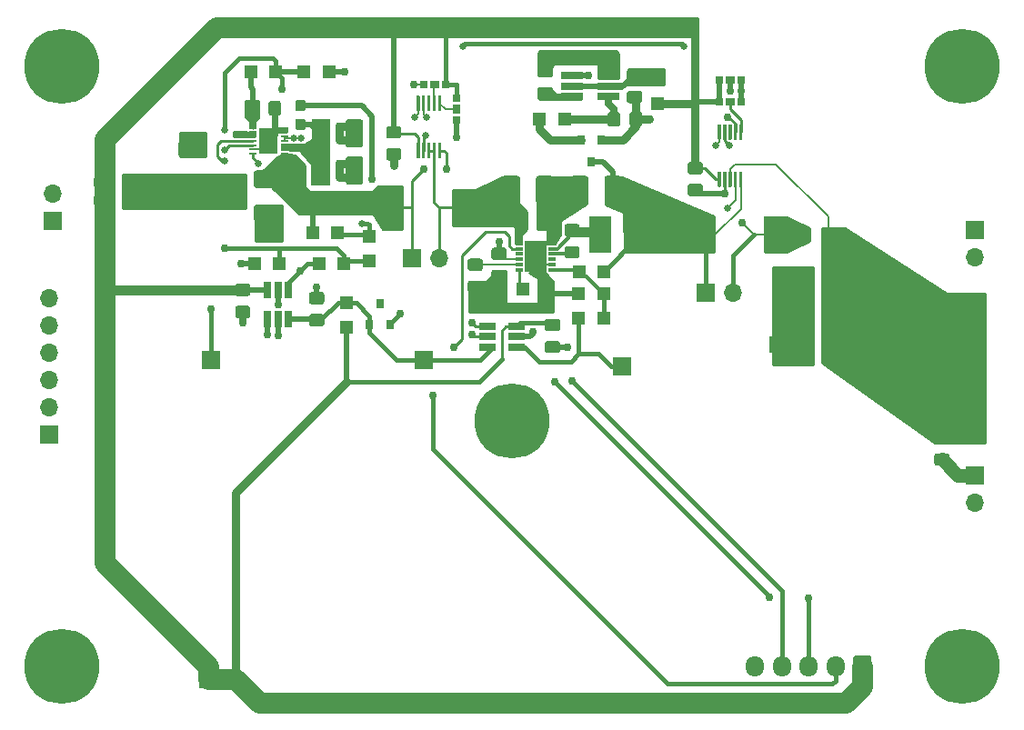
<source format=gbr>
G04 #@! TF.GenerationSoftware,KiCad,Pcbnew,(5.1.5)-3*
G04 #@! TF.CreationDate,2020-06-22T17:40:46-04:00*
G04 #@! TF.ProjectId,lab-supply-usb-boost-buck,6c61622d-7375-4707-906c-792d7573622d,rev?*
G04 #@! TF.SameCoordinates,Original*
G04 #@! TF.FileFunction,Copper,L1,Top*
G04 #@! TF.FilePolarity,Positive*
%FSLAX46Y46*%
G04 Gerber Fmt 4.6, Leading zero omitted, Abs format (unit mm)*
G04 Created by KiCad (PCBNEW (5.1.5)-3) date 2020-06-22 17:40:46*
%MOMM*%
%LPD*%
G04 APERTURE LIST*
%ADD10R,2.006600X3.403600*%
%ADD11R,2.000000X3.500000*%
%ADD12C,6.985000*%
%ADD13R,1.700000X1.700000*%
%ADD14O,1.700000X1.700000*%
%ADD15C,0.100000*%
%ADD16O,1.700000X1.950000*%
%ADD17R,0.762000X0.762000*%
%ADD18R,0.863600X0.762000*%
%ADD19R,0.800000X0.900000*%
%ADD20R,1.300000X1.300000*%
%ADD21R,2.000000X0.650000*%
%ADD22R,0.762000X0.863600*%
%ADD23R,0.650000X0.300000*%
%ADD24R,2.050000X2.860000*%
%ADD25R,1.560000X0.650000*%
%ADD26R,0.650000X1.560000*%
%ADD27R,0.700000X0.241300*%
%ADD28R,1.780000X2.350000*%
%ADD29C,0.762000*%
%ADD30C,0.635000*%
%ADD31C,0.508000*%
%ADD32C,0.254000*%
%ADD33C,0.762000*%
%ADD34C,0.203200*%
%ADD35C,0.279400*%
%ADD36C,0.584200*%
%ADD37C,0.635000*%
%ADD38C,0.381000*%
%ADD39C,0.304800*%
%ADD40C,0.152400*%
%ADD41C,1.270000*%
%ADD42C,1.905000*%
%ADD43C,0.889000*%
%ADD44C,0.228600*%
%ADD45C,0.025400*%
G04 APERTURE END LIST*
D10*
X132334000Y-74066400D03*
X128879600Y-74066400D03*
D11*
X109502600Y-71577200D03*
X116252600Y-71577200D03*
D12*
X120650000Y-91440000D03*
X78740000Y-114300000D03*
X78740000Y-58420000D03*
X162560000Y-58420000D03*
X162560000Y-114300000D03*
D13*
X77546200Y-92710000D03*
D14*
X77546200Y-90170000D03*
X77546200Y-87630000D03*
X77546200Y-85090000D03*
X77546200Y-82550000D03*
X77546200Y-80010000D03*
G04 #@! TA.AperFunction,ComponentPad*
D15*
G36*
X153888104Y-113288104D02*
G01*
X153912373Y-113291704D01*
X153936171Y-113297665D01*
X153959271Y-113305930D01*
X153981449Y-113316420D01*
X154002493Y-113329033D01*
X154022198Y-113343647D01*
X154040377Y-113360123D01*
X154056853Y-113378302D01*
X154071467Y-113398007D01*
X154084080Y-113419051D01*
X154094570Y-113441229D01*
X154102835Y-113464329D01*
X154108796Y-113488127D01*
X154112396Y-113512396D01*
X154113600Y-113536900D01*
X154113600Y-114986900D01*
X154112396Y-115011404D01*
X154108796Y-115035673D01*
X154102835Y-115059471D01*
X154094570Y-115082571D01*
X154084080Y-115104749D01*
X154071467Y-115125793D01*
X154056853Y-115145498D01*
X154040377Y-115163677D01*
X154022198Y-115180153D01*
X154002493Y-115194767D01*
X153981449Y-115207380D01*
X153959271Y-115217870D01*
X153936171Y-115226135D01*
X153912373Y-115232096D01*
X153888104Y-115235696D01*
X153863600Y-115236900D01*
X152663600Y-115236900D01*
X152639096Y-115235696D01*
X152614827Y-115232096D01*
X152591029Y-115226135D01*
X152567929Y-115217870D01*
X152545751Y-115207380D01*
X152524707Y-115194767D01*
X152505002Y-115180153D01*
X152486823Y-115163677D01*
X152470347Y-115145498D01*
X152455733Y-115125793D01*
X152443120Y-115104749D01*
X152432630Y-115082571D01*
X152424365Y-115059471D01*
X152418404Y-115035673D01*
X152414804Y-115011404D01*
X152413600Y-114986900D01*
X152413600Y-113536900D01*
X152414804Y-113512396D01*
X152418404Y-113488127D01*
X152424365Y-113464329D01*
X152432630Y-113441229D01*
X152443120Y-113419051D01*
X152455733Y-113398007D01*
X152470347Y-113378302D01*
X152486823Y-113360123D01*
X152505002Y-113343647D01*
X152524707Y-113329033D01*
X152545751Y-113316420D01*
X152567929Y-113305930D01*
X152591029Y-113297665D01*
X152614827Y-113291704D01*
X152639096Y-113288104D01*
X152663600Y-113286900D01*
X153863600Y-113286900D01*
X153888104Y-113288104D01*
G37*
G04 #@! TD.AperFunction*
D16*
X150763600Y-114261900D03*
X148263600Y-114261900D03*
X145763600Y-114261900D03*
X143263600Y-114261900D03*
D13*
X77851000Y-72771000D03*
D14*
X77851000Y-70231000D03*
X94919800Y-115443000D03*
D13*
X92379800Y-115443000D03*
G04 #@! TA.AperFunction,SMDPad,CuDef*
D15*
G36*
X132516810Y-58650002D02*
G01*
X132541035Y-58653595D01*
X132564791Y-58659546D01*
X132587849Y-58667796D01*
X132609987Y-58678267D01*
X132630993Y-58690857D01*
X132650663Y-58705445D01*
X132668808Y-58721892D01*
X132685255Y-58740037D01*
X132699843Y-58759707D01*
X132712433Y-58780713D01*
X132722904Y-58802851D01*
X132731154Y-58825909D01*
X132737105Y-58849665D01*
X132740698Y-58873890D01*
X132741900Y-58898350D01*
X132741900Y-59549250D01*
X132740698Y-59573710D01*
X132737105Y-59597935D01*
X132731154Y-59621691D01*
X132722904Y-59644749D01*
X132712433Y-59666887D01*
X132699843Y-59687893D01*
X132685255Y-59707563D01*
X132668808Y-59725708D01*
X132650663Y-59742155D01*
X132630993Y-59756743D01*
X132609987Y-59769333D01*
X132587849Y-59779804D01*
X132564791Y-59788054D01*
X132541035Y-59794005D01*
X132516810Y-59797598D01*
X132492350Y-59798800D01*
X131591450Y-59798800D01*
X131566990Y-59797598D01*
X131542765Y-59794005D01*
X131519009Y-59788054D01*
X131495951Y-59779804D01*
X131473813Y-59769333D01*
X131452807Y-59756743D01*
X131433137Y-59742155D01*
X131414992Y-59725708D01*
X131398545Y-59707563D01*
X131383957Y-59687893D01*
X131371367Y-59666887D01*
X131360896Y-59644749D01*
X131352646Y-59621691D01*
X131346695Y-59597935D01*
X131343102Y-59573710D01*
X131341900Y-59549250D01*
X131341900Y-58898350D01*
X131343102Y-58873890D01*
X131346695Y-58849665D01*
X131352646Y-58825909D01*
X131360896Y-58802851D01*
X131371367Y-58780713D01*
X131383957Y-58759707D01*
X131398545Y-58740037D01*
X131414992Y-58721892D01*
X131433137Y-58705445D01*
X131452807Y-58690857D01*
X131473813Y-58678267D01*
X131495951Y-58667796D01*
X131519009Y-58659546D01*
X131542765Y-58653595D01*
X131566990Y-58650002D01*
X131591450Y-58648800D01*
X132492350Y-58648800D01*
X132516810Y-58650002D01*
G37*
G04 #@! TD.AperFunction*
G04 #@! TA.AperFunction,SMDPad,CuDef*
G36*
X132516810Y-60700002D02*
G01*
X132541035Y-60703595D01*
X132564791Y-60709546D01*
X132587849Y-60717796D01*
X132609987Y-60728267D01*
X132630993Y-60740857D01*
X132650663Y-60755445D01*
X132668808Y-60771892D01*
X132685255Y-60790037D01*
X132699843Y-60809707D01*
X132712433Y-60830713D01*
X132722904Y-60852851D01*
X132731154Y-60875909D01*
X132737105Y-60899665D01*
X132740698Y-60923890D01*
X132741900Y-60948350D01*
X132741900Y-61599250D01*
X132740698Y-61623710D01*
X132737105Y-61647935D01*
X132731154Y-61671691D01*
X132722904Y-61694749D01*
X132712433Y-61716887D01*
X132699843Y-61737893D01*
X132685255Y-61757563D01*
X132668808Y-61775708D01*
X132650663Y-61792155D01*
X132630993Y-61806743D01*
X132609987Y-61819333D01*
X132587849Y-61829804D01*
X132564791Y-61838054D01*
X132541035Y-61844005D01*
X132516810Y-61847598D01*
X132492350Y-61848800D01*
X131591450Y-61848800D01*
X131566990Y-61847598D01*
X131542765Y-61844005D01*
X131519009Y-61838054D01*
X131495951Y-61829804D01*
X131473813Y-61819333D01*
X131452807Y-61806743D01*
X131433137Y-61792155D01*
X131414992Y-61775708D01*
X131398545Y-61757563D01*
X131383957Y-61737893D01*
X131371367Y-61716887D01*
X131360896Y-61694749D01*
X131352646Y-61671691D01*
X131346695Y-61647935D01*
X131343102Y-61623710D01*
X131341900Y-61599250D01*
X131341900Y-60948350D01*
X131343102Y-60923890D01*
X131346695Y-60899665D01*
X131352646Y-60875909D01*
X131360896Y-60852851D01*
X131371367Y-60830713D01*
X131383957Y-60809707D01*
X131398545Y-60790037D01*
X131414992Y-60771892D01*
X131433137Y-60755445D01*
X131452807Y-60740857D01*
X131473813Y-60728267D01*
X131495951Y-60717796D01*
X131519009Y-60709546D01*
X131542765Y-60703595D01*
X131566990Y-60700002D01*
X131591450Y-60698800D01*
X132492350Y-60698800D01*
X132516810Y-60700002D01*
G37*
G04 #@! TD.AperFunction*
G04 #@! TA.AperFunction,SMDPad,CuDef*
G36*
X124185610Y-58319802D02*
G01*
X124209835Y-58323395D01*
X124233591Y-58329346D01*
X124256649Y-58337596D01*
X124278787Y-58348067D01*
X124299793Y-58360657D01*
X124319463Y-58375245D01*
X124337608Y-58391692D01*
X124354055Y-58409837D01*
X124368643Y-58429507D01*
X124381233Y-58450513D01*
X124391704Y-58472651D01*
X124399954Y-58495709D01*
X124405905Y-58519465D01*
X124409498Y-58543690D01*
X124410700Y-58568150D01*
X124410700Y-59219050D01*
X124409498Y-59243510D01*
X124405905Y-59267735D01*
X124399954Y-59291491D01*
X124391704Y-59314549D01*
X124381233Y-59336687D01*
X124368643Y-59357693D01*
X124354055Y-59377363D01*
X124337608Y-59395508D01*
X124319463Y-59411955D01*
X124299793Y-59426543D01*
X124278787Y-59439133D01*
X124256649Y-59449604D01*
X124233591Y-59457854D01*
X124209835Y-59463805D01*
X124185610Y-59467398D01*
X124161150Y-59468600D01*
X123260250Y-59468600D01*
X123235790Y-59467398D01*
X123211565Y-59463805D01*
X123187809Y-59457854D01*
X123164751Y-59449604D01*
X123142613Y-59439133D01*
X123121607Y-59426543D01*
X123101937Y-59411955D01*
X123083792Y-59395508D01*
X123067345Y-59377363D01*
X123052757Y-59357693D01*
X123040167Y-59336687D01*
X123029696Y-59314549D01*
X123021446Y-59291491D01*
X123015495Y-59267735D01*
X123011902Y-59243510D01*
X123010700Y-59219050D01*
X123010700Y-58568150D01*
X123011902Y-58543690D01*
X123015495Y-58519465D01*
X123021446Y-58495709D01*
X123029696Y-58472651D01*
X123040167Y-58450513D01*
X123052757Y-58429507D01*
X123067345Y-58409837D01*
X123083792Y-58391692D01*
X123101937Y-58375245D01*
X123121607Y-58360657D01*
X123142613Y-58348067D01*
X123164751Y-58337596D01*
X123187809Y-58329346D01*
X123211565Y-58323395D01*
X123235790Y-58319802D01*
X123260250Y-58318600D01*
X124161150Y-58318600D01*
X124185610Y-58319802D01*
G37*
G04 #@! TD.AperFunction*
G04 #@! TA.AperFunction,SMDPad,CuDef*
G36*
X124185610Y-60369802D02*
G01*
X124209835Y-60373395D01*
X124233591Y-60379346D01*
X124256649Y-60387596D01*
X124278787Y-60398067D01*
X124299793Y-60410657D01*
X124319463Y-60425245D01*
X124337608Y-60441692D01*
X124354055Y-60459837D01*
X124368643Y-60479507D01*
X124381233Y-60500513D01*
X124391704Y-60522651D01*
X124399954Y-60545709D01*
X124405905Y-60569465D01*
X124409498Y-60593690D01*
X124410700Y-60618150D01*
X124410700Y-61269050D01*
X124409498Y-61293510D01*
X124405905Y-61317735D01*
X124399954Y-61341491D01*
X124391704Y-61364549D01*
X124381233Y-61386687D01*
X124368643Y-61407693D01*
X124354055Y-61427363D01*
X124337608Y-61445508D01*
X124319463Y-61461955D01*
X124299793Y-61476543D01*
X124278787Y-61489133D01*
X124256649Y-61499604D01*
X124233591Y-61507854D01*
X124209835Y-61513805D01*
X124185610Y-61517398D01*
X124161150Y-61518600D01*
X123260250Y-61518600D01*
X123235790Y-61517398D01*
X123211565Y-61513805D01*
X123187809Y-61507854D01*
X123164751Y-61499604D01*
X123142613Y-61489133D01*
X123121607Y-61476543D01*
X123101937Y-61461955D01*
X123083792Y-61445508D01*
X123067345Y-61427363D01*
X123052757Y-61407693D01*
X123040167Y-61386687D01*
X123029696Y-61364549D01*
X123021446Y-61341491D01*
X123015495Y-61317735D01*
X123011902Y-61293510D01*
X123010700Y-61269050D01*
X123010700Y-60618150D01*
X123011902Y-60593690D01*
X123015495Y-60569465D01*
X123021446Y-60545709D01*
X123029696Y-60522651D01*
X123040167Y-60500513D01*
X123052757Y-60479507D01*
X123067345Y-60459837D01*
X123083792Y-60441692D01*
X123101937Y-60425245D01*
X123121607Y-60410657D01*
X123142613Y-60398067D01*
X123164751Y-60387596D01*
X123187809Y-60379346D01*
X123211565Y-60373395D01*
X123235790Y-60369802D01*
X123260250Y-60368600D01*
X124161150Y-60368600D01*
X124185610Y-60369802D01*
G37*
G04 #@! TD.AperFunction*
G04 #@! TA.AperFunction,SMDPad,CuDef*
G36*
X130477810Y-62648802D02*
G01*
X130502035Y-62652395D01*
X130525791Y-62658346D01*
X130548849Y-62666596D01*
X130570987Y-62677067D01*
X130591993Y-62689657D01*
X130611663Y-62704245D01*
X130629808Y-62720692D01*
X130646255Y-62738837D01*
X130660843Y-62758507D01*
X130673433Y-62779513D01*
X130683904Y-62801651D01*
X130692154Y-62824709D01*
X130698105Y-62848465D01*
X130701698Y-62872690D01*
X130702900Y-62897150D01*
X130702900Y-63798050D01*
X130701698Y-63822510D01*
X130698105Y-63846735D01*
X130692154Y-63870491D01*
X130683904Y-63893549D01*
X130673433Y-63915687D01*
X130660843Y-63936693D01*
X130646255Y-63956363D01*
X130629808Y-63974508D01*
X130611663Y-63990955D01*
X130591993Y-64005543D01*
X130570987Y-64018133D01*
X130548849Y-64028604D01*
X130525791Y-64036854D01*
X130502035Y-64042805D01*
X130477810Y-64046398D01*
X130453350Y-64047600D01*
X129802450Y-64047600D01*
X129777990Y-64046398D01*
X129753765Y-64042805D01*
X129730009Y-64036854D01*
X129706951Y-64028604D01*
X129684813Y-64018133D01*
X129663807Y-64005543D01*
X129644137Y-63990955D01*
X129625992Y-63974508D01*
X129609545Y-63956363D01*
X129594957Y-63936693D01*
X129582367Y-63915687D01*
X129571896Y-63893549D01*
X129563646Y-63870491D01*
X129557695Y-63846735D01*
X129554102Y-63822510D01*
X129552900Y-63798050D01*
X129552900Y-62897150D01*
X129554102Y-62872690D01*
X129557695Y-62848465D01*
X129563646Y-62824709D01*
X129571896Y-62801651D01*
X129582367Y-62779513D01*
X129594957Y-62758507D01*
X129609545Y-62738837D01*
X129625992Y-62720692D01*
X129644137Y-62704245D01*
X129663807Y-62689657D01*
X129684813Y-62677067D01*
X129706951Y-62666596D01*
X129730009Y-62658346D01*
X129753765Y-62652395D01*
X129777990Y-62648802D01*
X129802450Y-62647600D01*
X130453350Y-62647600D01*
X130477810Y-62648802D01*
G37*
G04 #@! TD.AperFunction*
G04 #@! TA.AperFunction,SMDPad,CuDef*
G36*
X132527810Y-62648802D02*
G01*
X132552035Y-62652395D01*
X132575791Y-62658346D01*
X132598849Y-62666596D01*
X132620987Y-62677067D01*
X132641993Y-62689657D01*
X132661663Y-62704245D01*
X132679808Y-62720692D01*
X132696255Y-62738837D01*
X132710843Y-62758507D01*
X132723433Y-62779513D01*
X132733904Y-62801651D01*
X132742154Y-62824709D01*
X132748105Y-62848465D01*
X132751698Y-62872690D01*
X132752900Y-62897150D01*
X132752900Y-63798050D01*
X132751698Y-63822510D01*
X132748105Y-63846735D01*
X132742154Y-63870491D01*
X132733904Y-63893549D01*
X132723433Y-63915687D01*
X132710843Y-63936693D01*
X132696255Y-63956363D01*
X132679808Y-63974508D01*
X132661663Y-63990955D01*
X132641993Y-64005543D01*
X132620987Y-64018133D01*
X132598849Y-64028604D01*
X132575791Y-64036854D01*
X132552035Y-64042805D01*
X132527810Y-64046398D01*
X132503350Y-64047600D01*
X131852450Y-64047600D01*
X131827990Y-64046398D01*
X131803765Y-64042805D01*
X131780009Y-64036854D01*
X131756951Y-64028604D01*
X131734813Y-64018133D01*
X131713807Y-64005543D01*
X131694137Y-63990955D01*
X131675992Y-63974508D01*
X131659545Y-63956363D01*
X131644957Y-63936693D01*
X131632367Y-63915687D01*
X131621896Y-63893549D01*
X131613646Y-63870491D01*
X131607695Y-63846735D01*
X131604102Y-63822510D01*
X131602900Y-63798050D01*
X131602900Y-62897150D01*
X131604102Y-62872690D01*
X131607695Y-62848465D01*
X131613646Y-62824709D01*
X131621896Y-62801651D01*
X131632367Y-62779513D01*
X131644957Y-62758507D01*
X131659545Y-62738837D01*
X131675992Y-62720692D01*
X131694137Y-62704245D01*
X131713807Y-62689657D01*
X131734813Y-62677067D01*
X131756951Y-62666596D01*
X131780009Y-62658346D01*
X131803765Y-62652395D01*
X131827990Y-62648802D01*
X131852450Y-62647600D01*
X132503350Y-62647600D01*
X132527810Y-62648802D01*
G37*
G04 #@! TD.AperFunction*
D17*
X139928600Y-61747400D03*
D18*
X140944600Y-61747400D03*
D17*
X141960600Y-61747400D03*
X141960600Y-59715400D03*
D18*
X140944600Y-59715400D03*
D17*
X139928600Y-59715400D03*
D19*
X128978700Y-65268600D03*
X127078700Y-65268600D03*
X128028700Y-67268600D03*
D20*
X84970000Y-69011800D03*
X82670000Y-69011800D03*
X82670000Y-71043800D03*
X84970000Y-71043800D03*
D11*
X138353800Y-74066400D03*
X145103800Y-74066400D03*
D20*
X150095600Y-74066400D03*
X147795600Y-74066400D03*
X129184400Y-77520800D03*
X126884400Y-77520800D03*
X126866000Y-79603600D03*
X129166000Y-79603600D03*
X134200900Y-61881400D03*
X134200900Y-59581400D03*
X123221100Y-63347600D03*
X125521100Y-63347600D03*
D13*
X163779200Y-81280000D03*
D14*
X163779200Y-83820000D03*
D13*
X163779200Y-88900000D03*
D14*
X163779200Y-91440000D03*
X163779200Y-99060000D03*
D13*
X163779200Y-96520000D03*
G04 #@! TA.AperFunction,SMDPad,CuDef*
D15*
G36*
X142026951Y-63801161D02*
G01*
X142034232Y-63802241D01*
X142041371Y-63804029D01*
X142048301Y-63806509D01*
X142054955Y-63809656D01*
X142061268Y-63813440D01*
X142067179Y-63817824D01*
X142072633Y-63822767D01*
X142077576Y-63828221D01*
X142081960Y-63834132D01*
X142085744Y-63840445D01*
X142088891Y-63847099D01*
X142091371Y-63854029D01*
X142093159Y-63861168D01*
X142094239Y-63868449D01*
X142094600Y-63875800D01*
X142094600Y-65175800D01*
X142094239Y-65183151D01*
X142093159Y-65190432D01*
X142091371Y-65197571D01*
X142088891Y-65204501D01*
X142085744Y-65211155D01*
X142081960Y-65217468D01*
X142077576Y-65223379D01*
X142072633Y-65228833D01*
X142067179Y-65233776D01*
X142061268Y-65238160D01*
X142054955Y-65241944D01*
X142048301Y-65245091D01*
X142041371Y-65247571D01*
X142034232Y-65249359D01*
X142026951Y-65250439D01*
X142019600Y-65250800D01*
X141869600Y-65250800D01*
X141862249Y-65250439D01*
X141854968Y-65249359D01*
X141847829Y-65247571D01*
X141840899Y-65245091D01*
X141834245Y-65241944D01*
X141827932Y-65238160D01*
X141822021Y-65233776D01*
X141816567Y-65228833D01*
X141811624Y-65223379D01*
X141807240Y-65217468D01*
X141803456Y-65211155D01*
X141800309Y-65204501D01*
X141797829Y-65197571D01*
X141796041Y-65190432D01*
X141794961Y-65183151D01*
X141794600Y-65175800D01*
X141794600Y-63875800D01*
X141794961Y-63868449D01*
X141796041Y-63861168D01*
X141797829Y-63854029D01*
X141800309Y-63847099D01*
X141803456Y-63840445D01*
X141807240Y-63834132D01*
X141811624Y-63828221D01*
X141816567Y-63822767D01*
X141822021Y-63817824D01*
X141827932Y-63813440D01*
X141834245Y-63809656D01*
X141840899Y-63806509D01*
X141847829Y-63804029D01*
X141854968Y-63802241D01*
X141862249Y-63801161D01*
X141869600Y-63800800D01*
X142019600Y-63800800D01*
X142026951Y-63801161D01*
G37*
G04 #@! TD.AperFunction*
G04 #@! TA.AperFunction,SMDPad,CuDef*
G36*
X141526951Y-63801161D02*
G01*
X141534232Y-63802241D01*
X141541371Y-63804029D01*
X141548301Y-63806509D01*
X141554955Y-63809656D01*
X141561268Y-63813440D01*
X141567179Y-63817824D01*
X141572633Y-63822767D01*
X141577576Y-63828221D01*
X141581960Y-63834132D01*
X141585744Y-63840445D01*
X141588891Y-63847099D01*
X141591371Y-63854029D01*
X141593159Y-63861168D01*
X141594239Y-63868449D01*
X141594600Y-63875800D01*
X141594600Y-65175800D01*
X141594239Y-65183151D01*
X141593159Y-65190432D01*
X141591371Y-65197571D01*
X141588891Y-65204501D01*
X141585744Y-65211155D01*
X141581960Y-65217468D01*
X141577576Y-65223379D01*
X141572633Y-65228833D01*
X141567179Y-65233776D01*
X141561268Y-65238160D01*
X141554955Y-65241944D01*
X141548301Y-65245091D01*
X141541371Y-65247571D01*
X141534232Y-65249359D01*
X141526951Y-65250439D01*
X141519600Y-65250800D01*
X141369600Y-65250800D01*
X141362249Y-65250439D01*
X141354968Y-65249359D01*
X141347829Y-65247571D01*
X141340899Y-65245091D01*
X141334245Y-65241944D01*
X141327932Y-65238160D01*
X141322021Y-65233776D01*
X141316567Y-65228833D01*
X141311624Y-65223379D01*
X141307240Y-65217468D01*
X141303456Y-65211155D01*
X141300309Y-65204501D01*
X141297829Y-65197571D01*
X141296041Y-65190432D01*
X141294961Y-65183151D01*
X141294600Y-65175800D01*
X141294600Y-63875800D01*
X141294961Y-63868449D01*
X141296041Y-63861168D01*
X141297829Y-63854029D01*
X141300309Y-63847099D01*
X141303456Y-63840445D01*
X141307240Y-63834132D01*
X141311624Y-63828221D01*
X141316567Y-63822767D01*
X141322021Y-63817824D01*
X141327932Y-63813440D01*
X141334245Y-63809656D01*
X141340899Y-63806509D01*
X141347829Y-63804029D01*
X141354968Y-63802241D01*
X141362249Y-63801161D01*
X141369600Y-63800800D01*
X141519600Y-63800800D01*
X141526951Y-63801161D01*
G37*
G04 #@! TD.AperFunction*
G04 #@! TA.AperFunction,SMDPad,CuDef*
G36*
X141026951Y-63801161D02*
G01*
X141034232Y-63802241D01*
X141041371Y-63804029D01*
X141048301Y-63806509D01*
X141054955Y-63809656D01*
X141061268Y-63813440D01*
X141067179Y-63817824D01*
X141072633Y-63822767D01*
X141077576Y-63828221D01*
X141081960Y-63834132D01*
X141085744Y-63840445D01*
X141088891Y-63847099D01*
X141091371Y-63854029D01*
X141093159Y-63861168D01*
X141094239Y-63868449D01*
X141094600Y-63875800D01*
X141094600Y-65175800D01*
X141094239Y-65183151D01*
X141093159Y-65190432D01*
X141091371Y-65197571D01*
X141088891Y-65204501D01*
X141085744Y-65211155D01*
X141081960Y-65217468D01*
X141077576Y-65223379D01*
X141072633Y-65228833D01*
X141067179Y-65233776D01*
X141061268Y-65238160D01*
X141054955Y-65241944D01*
X141048301Y-65245091D01*
X141041371Y-65247571D01*
X141034232Y-65249359D01*
X141026951Y-65250439D01*
X141019600Y-65250800D01*
X140869600Y-65250800D01*
X140862249Y-65250439D01*
X140854968Y-65249359D01*
X140847829Y-65247571D01*
X140840899Y-65245091D01*
X140834245Y-65241944D01*
X140827932Y-65238160D01*
X140822021Y-65233776D01*
X140816567Y-65228833D01*
X140811624Y-65223379D01*
X140807240Y-65217468D01*
X140803456Y-65211155D01*
X140800309Y-65204501D01*
X140797829Y-65197571D01*
X140796041Y-65190432D01*
X140794961Y-65183151D01*
X140794600Y-65175800D01*
X140794600Y-63875800D01*
X140794961Y-63868449D01*
X140796041Y-63861168D01*
X140797829Y-63854029D01*
X140800309Y-63847099D01*
X140803456Y-63840445D01*
X140807240Y-63834132D01*
X140811624Y-63828221D01*
X140816567Y-63822767D01*
X140822021Y-63817824D01*
X140827932Y-63813440D01*
X140834245Y-63809656D01*
X140840899Y-63806509D01*
X140847829Y-63804029D01*
X140854968Y-63802241D01*
X140862249Y-63801161D01*
X140869600Y-63800800D01*
X141019600Y-63800800D01*
X141026951Y-63801161D01*
G37*
G04 #@! TD.AperFunction*
G04 #@! TA.AperFunction,SMDPad,CuDef*
G36*
X140526951Y-63801161D02*
G01*
X140534232Y-63802241D01*
X140541371Y-63804029D01*
X140548301Y-63806509D01*
X140554955Y-63809656D01*
X140561268Y-63813440D01*
X140567179Y-63817824D01*
X140572633Y-63822767D01*
X140577576Y-63828221D01*
X140581960Y-63834132D01*
X140585744Y-63840445D01*
X140588891Y-63847099D01*
X140591371Y-63854029D01*
X140593159Y-63861168D01*
X140594239Y-63868449D01*
X140594600Y-63875800D01*
X140594600Y-65175800D01*
X140594239Y-65183151D01*
X140593159Y-65190432D01*
X140591371Y-65197571D01*
X140588891Y-65204501D01*
X140585744Y-65211155D01*
X140581960Y-65217468D01*
X140577576Y-65223379D01*
X140572633Y-65228833D01*
X140567179Y-65233776D01*
X140561268Y-65238160D01*
X140554955Y-65241944D01*
X140548301Y-65245091D01*
X140541371Y-65247571D01*
X140534232Y-65249359D01*
X140526951Y-65250439D01*
X140519600Y-65250800D01*
X140369600Y-65250800D01*
X140362249Y-65250439D01*
X140354968Y-65249359D01*
X140347829Y-65247571D01*
X140340899Y-65245091D01*
X140334245Y-65241944D01*
X140327932Y-65238160D01*
X140322021Y-65233776D01*
X140316567Y-65228833D01*
X140311624Y-65223379D01*
X140307240Y-65217468D01*
X140303456Y-65211155D01*
X140300309Y-65204501D01*
X140297829Y-65197571D01*
X140296041Y-65190432D01*
X140294961Y-65183151D01*
X140294600Y-65175800D01*
X140294600Y-63875800D01*
X140294961Y-63868449D01*
X140296041Y-63861168D01*
X140297829Y-63854029D01*
X140300309Y-63847099D01*
X140303456Y-63840445D01*
X140307240Y-63834132D01*
X140311624Y-63828221D01*
X140316567Y-63822767D01*
X140322021Y-63817824D01*
X140327932Y-63813440D01*
X140334245Y-63809656D01*
X140340899Y-63806509D01*
X140347829Y-63804029D01*
X140354968Y-63802241D01*
X140362249Y-63801161D01*
X140369600Y-63800800D01*
X140519600Y-63800800D01*
X140526951Y-63801161D01*
G37*
G04 #@! TD.AperFunction*
G04 #@! TA.AperFunction,SMDPad,CuDef*
G36*
X140026951Y-63801161D02*
G01*
X140034232Y-63802241D01*
X140041371Y-63804029D01*
X140048301Y-63806509D01*
X140054955Y-63809656D01*
X140061268Y-63813440D01*
X140067179Y-63817824D01*
X140072633Y-63822767D01*
X140077576Y-63828221D01*
X140081960Y-63834132D01*
X140085744Y-63840445D01*
X140088891Y-63847099D01*
X140091371Y-63854029D01*
X140093159Y-63861168D01*
X140094239Y-63868449D01*
X140094600Y-63875800D01*
X140094600Y-65175800D01*
X140094239Y-65183151D01*
X140093159Y-65190432D01*
X140091371Y-65197571D01*
X140088891Y-65204501D01*
X140085744Y-65211155D01*
X140081960Y-65217468D01*
X140077576Y-65223379D01*
X140072633Y-65228833D01*
X140067179Y-65233776D01*
X140061268Y-65238160D01*
X140054955Y-65241944D01*
X140048301Y-65245091D01*
X140041371Y-65247571D01*
X140034232Y-65249359D01*
X140026951Y-65250439D01*
X140019600Y-65250800D01*
X139869600Y-65250800D01*
X139862249Y-65250439D01*
X139854968Y-65249359D01*
X139847829Y-65247571D01*
X139840899Y-65245091D01*
X139834245Y-65241944D01*
X139827932Y-65238160D01*
X139822021Y-65233776D01*
X139816567Y-65228833D01*
X139811624Y-65223379D01*
X139807240Y-65217468D01*
X139803456Y-65211155D01*
X139800309Y-65204501D01*
X139797829Y-65197571D01*
X139796041Y-65190432D01*
X139794961Y-65183151D01*
X139794600Y-65175800D01*
X139794600Y-63875800D01*
X139794961Y-63868449D01*
X139796041Y-63861168D01*
X139797829Y-63854029D01*
X139800309Y-63847099D01*
X139803456Y-63840445D01*
X139807240Y-63834132D01*
X139811624Y-63828221D01*
X139816567Y-63822767D01*
X139822021Y-63817824D01*
X139827932Y-63813440D01*
X139834245Y-63809656D01*
X139840899Y-63806509D01*
X139847829Y-63804029D01*
X139854968Y-63802241D01*
X139862249Y-63801161D01*
X139869600Y-63800800D01*
X140019600Y-63800800D01*
X140026951Y-63801161D01*
G37*
G04 #@! TD.AperFunction*
G04 #@! TA.AperFunction,SMDPad,CuDef*
G36*
X140026951Y-68201161D02*
G01*
X140034232Y-68202241D01*
X140041371Y-68204029D01*
X140048301Y-68206509D01*
X140054955Y-68209656D01*
X140061268Y-68213440D01*
X140067179Y-68217824D01*
X140072633Y-68222767D01*
X140077576Y-68228221D01*
X140081960Y-68234132D01*
X140085744Y-68240445D01*
X140088891Y-68247099D01*
X140091371Y-68254029D01*
X140093159Y-68261168D01*
X140094239Y-68268449D01*
X140094600Y-68275800D01*
X140094600Y-69575800D01*
X140094239Y-69583151D01*
X140093159Y-69590432D01*
X140091371Y-69597571D01*
X140088891Y-69604501D01*
X140085744Y-69611155D01*
X140081960Y-69617468D01*
X140077576Y-69623379D01*
X140072633Y-69628833D01*
X140067179Y-69633776D01*
X140061268Y-69638160D01*
X140054955Y-69641944D01*
X140048301Y-69645091D01*
X140041371Y-69647571D01*
X140034232Y-69649359D01*
X140026951Y-69650439D01*
X140019600Y-69650800D01*
X139869600Y-69650800D01*
X139862249Y-69650439D01*
X139854968Y-69649359D01*
X139847829Y-69647571D01*
X139840899Y-69645091D01*
X139834245Y-69641944D01*
X139827932Y-69638160D01*
X139822021Y-69633776D01*
X139816567Y-69628833D01*
X139811624Y-69623379D01*
X139807240Y-69617468D01*
X139803456Y-69611155D01*
X139800309Y-69604501D01*
X139797829Y-69597571D01*
X139796041Y-69590432D01*
X139794961Y-69583151D01*
X139794600Y-69575800D01*
X139794600Y-68275800D01*
X139794961Y-68268449D01*
X139796041Y-68261168D01*
X139797829Y-68254029D01*
X139800309Y-68247099D01*
X139803456Y-68240445D01*
X139807240Y-68234132D01*
X139811624Y-68228221D01*
X139816567Y-68222767D01*
X139822021Y-68217824D01*
X139827932Y-68213440D01*
X139834245Y-68209656D01*
X139840899Y-68206509D01*
X139847829Y-68204029D01*
X139854968Y-68202241D01*
X139862249Y-68201161D01*
X139869600Y-68200800D01*
X140019600Y-68200800D01*
X140026951Y-68201161D01*
G37*
G04 #@! TD.AperFunction*
G04 #@! TA.AperFunction,SMDPad,CuDef*
G36*
X140526951Y-68201161D02*
G01*
X140534232Y-68202241D01*
X140541371Y-68204029D01*
X140548301Y-68206509D01*
X140554955Y-68209656D01*
X140561268Y-68213440D01*
X140567179Y-68217824D01*
X140572633Y-68222767D01*
X140577576Y-68228221D01*
X140581960Y-68234132D01*
X140585744Y-68240445D01*
X140588891Y-68247099D01*
X140591371Y-68254029D01*
X140593159Y-68261168D01*
X140594239Y-68268449D01*
X140594600Y-68275800D01*
X140594600Y-69575800D01*
X140594239Y-69583151D01*
X140593159Y-69590432D01*
X140591371Y-69597571D01*
X140588891Y-69604501D01*
X140585744Y-69611155D01*
X140581960Y-69617468D01*
X140577576Y-69623379D01*
X140572633Y-69628833D01*
X140567179Y-69633776D01*
X140561268Y-69638160D01*
X140554955Y-69641944D01*
X140548301Y-69645091D01*
X140541371Y-69647571D01*
X140534232Y-69649359D01*
X140526951Y-69650439D01*
X140519600Y-69650800D01*
X140369600Y-69650800D01*
X140362249Y-69650439D01*
X140354968Y-69649359D01*
X140347829Y-69647571D01*
X140340899Y-69645091D01*
X140334245Y-69641944D01*
X140327932Y-69638160D01*
X140322021Y-69633776D01*
X140316567Y-69628833D01*
X140311624Y-69623379D01*
X140307240Y-69617468D01*
X140303456Y-69611155D01*
X140300309Y-69604501D01*
X140297829Y-69597571D01*
X140296041Y-69590432D01*
X140294961Y-69583151D01*
X140294600Y-69575800D01*
X140294600Y-68275800D01*
X140294961Y-68268449D01*
X140296041Y-68261168D01*
X140297829Y-68254029D01*
X140300309Y-68247099D01*
X140303456Y-68240445D01*
X140307240Y-68234132D01*
X140311624Y-68228221D01*
X140316567Y-68222767D01*
X140322021Y-68217824D01*
X140327932Y-68213440D01*
X140334245Y-68209656D01*
X140340899Y-68206509D01*
X140347829Y-68204029D01*
X140354968Y-68202241D01*
X140362249Y-68201161D01*
X140369600Y-68200800D01*
X140519600Y-68200800D01*
X140526951Y-68201161D01*
G37*
G04 #@! TD.AperFunction*
G04 #@! TA.AperFunction,SMDPad,CuDef*
G36*
X141026951Y-68201161D02*
G01*
X141034232Y-68202241D01*
X141041371Y-68204029D01*
X141048301Y-68206509D01*
X141054955Y-68209656D01*
X141061268Y-68213440D01*
X141067179Y-68217824D01*
X141072633Y-68222767D01*
X141077576Y-68228221D01*
X141081960Y-68234132D01*
X141085744Y-68240445D01*
X141088891Y-68247099D01*
X141091371Y-68254029D01*
X141093159Y-68261168D01*
X141094239Y-68268449D01*
X141094600Y-68275800D01*
X141094600Y-69575800D01*
X141094239Y-69583151D01*
X141093159Y-69590432D01*
X141091371Y-69597571D01*
X141088891Y-69604501D01*
X141085744Y-69611155D01*
X141081960Y-69617468D01*
X141077576Y-69623379D01*
X141072633Y-69628833D01*
X141067179Y-69633776D01*
X141061268Y-69638160D01*
X141054955Y-69641944D01*
X141048301Y-69645091D01*
X141041371Y-69647571D01*
X141034232Y-69649359D01*
X141026951Y-69650439D01*
X141019600Y-69650800D01*
X140869600Y-69650800D01*
X140862249Y-69650439D01*
X140854968Y-69649359D01*
X140847829Y-69647571D01*
X140840899Y-69645091D01*
X140834245Y-69641944D01*
X140827932Y-69638160D01*
X140822021Y-69633776D01*
X140816567Y-69628833D01*
X140811624Y-69623379D01*
X140807240Y-69617468D01*
X140803456Y-69611155D01*
X140800309Y-69604501D01*
X140797829Y-69597571D01*
X140796041Y-69590432D01*
X140794961Y-69583151D01*
X140794600Y-69575800D01*
X140794600Y-68275800D01*
X140794961Y-68268449D01*
X140796041Y-68261168D01*
X140797829Y-68254029D01*
X140800309Y-68247099D01*
X140803456Y-68240445D01*
X140807240Y-68234132D01*
X140811624Y-68228221D01*
X140816567Y-68222767D01*
X140822021Y-68217824D01*
X140827932Y-68213440D01*
X140834245Y-68209656D01*
X140840899Y-68206509D01*
X140847829Y-68204029D01*
X140854968Y-68202241D01*
X140862249Y-68201161D01*
X140869600Y-68200800D01*
X141019600Y-68200800D01*
X141026951Y-68201161D01*
G37*
G04 #@! TD.AperFunction*
G04 #@! TA.AperFunction,SMDPad,CuDef*
G36*
X141526951Y-68201161D02*
G01*
X141534232Y-68202241D01*
X141541371Y-68204029D01*
X141548301Y-68206509D01*
X141554955Y-68209656D01*
X141561268Y-68213440D01*
X141567179Y-68217824D01*
X141572633Y-68222767D01*
X141577576Y-68228221D01*
X141581960Y-68234132D01*
X141585744Y-68240445D01*
X141588891Y-68247099D01*
X141591371Y-68254029D01*
X141593159Y-68261168D01*
X141594239Y-68268449D01*
X141594600Y-68275800D01*
X141594600Y-69575800D01*
X141594239Y-69583151D01*
X141593159Y-69590432D01*
X141591371Y-69597571D01*
X141588891Y-69604501D01*
X141585744Y-69611155D01*
X141581960Y-69617468D01*
X141577576Y-69623379D01*
X141572633Y-69628833D01*
X141567179Y-69633776D01*
X141561268Y-69638160D01*
X141554955Y-69641944D01*
X141548301Y-69645091D01*
X141541371Y-69647571D01*
X141534232Y-69649359D01*
X141526951Y-69650439D01*
X141519600Y-69650800D01*
X141369600Y-69650800D01*
X141362249Y-69650439D01*
X141354968Y-69649359D01*
X141347829Y-69647571D01*
X141340899Y-69645091D01*
X141334245Y-69641944D01*
X141327932Y-69638160D01*
X141322021Y-69633776D01*
X141316567Y-69628833D01*
X141311624Y-69623379D01*
X141307240Y-69617468D01*
X141303456Y-69611155D01*
X141300309Y-69604501D01*
X141297829Y-69597571D01*
X141296041Y-69590432D01*
X141294961Y-69583151D01*
X141294600Y-69575800D01*
X141294600Y-68275800D01*
X141294961Y-68268449D01*
X141296041Y-68261168D01*
X141297829Y-68254029D01*
X141300309Y-68247099D01*
X141303456Y-68240445D01*
X141307240Y-68234132D01*
X141311624Y-68228221D01*
X141316567Y-68222767D01*
X141322021Y-68217824D01*
X141327932Y-68213440D01*
X141334245Y-68209656D01*
X141340899Y-68206509D01*
X141347829Y-68204029D01*
X141354968Y-68202241D01*
X141362249Y-68201161D01*
X141369600Y-68200800D01*
X141519600Y-68200800D01*
X141526951Y-68201161D01*
G37*
G04 #@! TD.AperFunction*
G04 #@! TA.AperFunction,SMDPad,CuDef*
G36*
X142026951Y-68201161D02*
G01*
X142034232Y-68202241D01*
X142041371Y-68204029D01*
X142048301Y-68206509D01*
X142054955Y-68209656D01*
X142061268Y-68213440D01*
X142067179Y-68217824D01*
X142072633Y-68222767D01*
X142077576Y-68228221D01*
X142081960Y-68234132D01*
X142085744Y-68240445D01*
X142088891Y-68247099D01*
X142091371Y-68254029D01*
X142093159Y-68261168D01*
X142094239Y-68268449D01*
X142094600Y-68275800D01*
X142094600Y-69575800D01*
X142094239Y-69583151D01*
X142093159Y-69590432D01*
X142091371Y-69597571D01*
X142088891Y-69604501D01*
X142085744Y-69611155D01*
X142081960Y-69617468D01*
X142077576Y-69623379D01*
X142072633Y-69628833D01*
X142067179Y-69633776D01*
X142061268Y-69638160D01*
X142054955Y-69641944D01*
X142048301Y-69645091D01*
X142041371Y-69647571D01*
X142034232Y-69649359D01*
X142026951Y-69650439D01*
X142019600Y-69650800D01*
X141869600Y-69650800D01*
X141862249Y-69650439D01*
X141854968Y-69649359D01*
X141847829Y-69647571D01*
X141840899Y-69645091D01*
X141834245Y-69641944D01*
X141827932Y-69638160D01*
X141822021Y-69633776D01*
X141816567Y-69628833D01*
X141811624Y-69623379D01*
X141807240Y-69617468D01*
X141803456Y-69611155D01*
X141800309Y-69604501D01*
X141797829Y-69597571D01*
X141796041Y-69590432D01*
X141794961Y-69583151D01*
X141794600Y-69575800D01*
X141794600Y-68275800D01*
X141794961Y-68268449D01*
X141796041Y-68261168D01*
X141797829Y-68254029D01*
X141800309Y-68247099D01*
X141803456Y-68240445D01*
X141807240Y-68234132D01*
X141811624Y-68228221D01*
X141816567Y-68222767D01*
X141822021Y-68217824D01*
X141827932Y-68213440D01*
X141834245Y-68209656D01*
X141840899Y-68206509D01*
X141847829Y-68204029D01*
X141854968Y-68202241D01*
X141862249Y-68201161D01*
X141869600Y-68200800D01*
X142019600Y-68200800D01*
X142026951Y-68201161D01*
G37*
G04 #@! TD.AperFunction*
D21*
X129637100Y-61198800D03*
X129637100Y-60248800D03*
X129637100Y-59298800D03*
X126217100Y-59298800D03*
X126217100Y-60248800D03*
X126217100Y-61198800D03*
G04 #@! TA.AperFunction,SMDPad,CuDef*
D15*
G36*
X123904510Y-72199202D02*
G01*
X123928735Y-72202795D01*
X123952491Y-72208746D01*
X123975549Y-72216996D01*
X123997687Y-72227467D01*
X124018693Y-72240057D01*
X124038363Y-72254645D01*
X124056508Y-72271092D01*
X124072955Y-72289237D01*
X124087543Y-72308907D01*
X124100133Y-72329913D01*
X124110604Y-72352051D01*
X124118854Y-72375109D01*
X124124805Y-72398865D01*
X124128398Y-72423090D01*
X124129600Y-72447550D01*
X124129600Y-73348450D01*
X124128398Y-73372910D01*
X124124805Y-73397135D01*
X124118854Y-73420891D01*
X124110604Y-73443949D01*
X124100133Y-73466087D01*
X124087543Y-73487093D01*
X124072955Y-73506763D01*
X124056508Y-73524908D01*
X124038363Y-73541355D01*
X124018693Y-73555943D01*
X123997687Y-73568533D01*
X123975549Y-73579004D01*
X123952491Y-73587254D01*
X123928735Y-73593205D01*
X123904510Y-73596798D01*
X123880050Y-73598000D01*
X123229150Y-73598000D01*
X123204690Y-73596798D01*
X123180465Y-73593205D01*
X123156709Y-73587254D01*
X123133651Y-73579004D01*
X123111513Y-73568533D01*
X123090507Y-73555943D01*
X123070837Y-73541355D01*
X123052692Y-73524908D01*
X123036245Y-73506763D01*
X123021657Y-73487093D01*
X123009067Y-73466087D01*
X122998596Y-73443949D01*
X122990346Y-73420891D01*
X122984395Y-73397135D01*
X122980802Y-73372910D01*
X122979600Y-73348450D01*
X122979600Y-72447550D01*
X122980802Y-72423090D01*
X122984395Y-72398865D01*
X122990346Y-72375109D01*
X122998596Y-72352051D01*
X123009067Y-72329913D01*
X123021657Y-72308907D01*
X123036245Y-72289237D01*
X123052692Y-72271092D01*
X123070837Y-72254645D01*
X123090507Y-72240057D01*
X123111513Y-72227467D01*
X123133651Y-72216996D01*
X123156709Y-72208746D01*
X123180465Y-72202795D01*
X123204690Y-72199202D01*
X123229150Y-72198000D01*
X123880050Y-72198000D01*
X123904510Y-72199202D01*
G37*
G04 #@! TD.AperFunction*
G04 #@! TA.AperFunction,SMDPad,CuDef*
G36*
X121854510Y-72199202D02*
G01*
X121878735Y-72202795D01*
X121902491Y-72208746D01*
X121925549Y-72216996D01*
X121947687Y-72227467D01*
X121968693Y-72240057D01*
X121988363Y-72254645D01*
X122006508Y-72271092D01*
X122022955Y-72289237D01*
X122037543Y-72308907D01*
X122050133Y-72329913D01*
X122060604Y-72352051D01*
X122068854Y-72375109D01*
X122074805Y-72398865D01*
X122078398Y-72423090D01*
X122079600Y-72447550D01*
X122079600Y-73348450D01*
X122078398Y-73372910D01*
X122074805Y-73397135D01*
X122068854Y-73420891D01*
X122060604Y-73443949D01*
X122050133Y-73466087D01*
X122037543Y-73487093D01*
X122022955Y-73506763D01*
X122006508Y-73524908D01*
X121988363Y-73541355D01*
X121968693Y-73555943D01*
X121947687Y-73568533D01*
X121925549Y-73579004D01*
X121902491Y-73587254D01*
X121878735Y-73593205D01*
X121854510Y-73596798D01*
X121830050Y-73598000D01*
X121179150Y-73598000D01*
X121154690Y-73596798D01*
X121130465Y-73593205D01*
X121106709Y-73587254D01*
X121083651Y-73579004D01*
X121061513Y-73568533D01*
X121040507Y-73555943D01*
X121020837Y-73541355D01*
X121002692Y-73524908D01*
X120986245Y-73506763D01*
X120971657Y-73487093D01*
X120959067Y-73466087D01*
X120948596Y-73443949D01*
X120940346Y-73420891D01*
X120934395Y-73397135D01*
X120930802Y-73372910D01*
X120929600Y-73348450D01*
X120929600Y-72447550D01*
X120930802Y-72423090D01*
X120934395Y-72398865D01*
X120940346Y-72375109D01*
X120948596Y-72352051D01*
X120959067Y-72329913D01*
X120971657Y-72308907D01*
X120986245Y-72289237D01*
X121002692Y-72271092D01*
X121020837Y-72254645D01*
X121040507Y-72240057D01*
X121061513Y-72227467D01*
X121083651Y-72216996D01*
X121106709Y-72208746D01*
X121130465Y-72202795D01*
X121154690Y-72199202D01*
X121179150Y-72198000D01*
X121830050Y-72198000D01*
X121854510Y-72199202D01*
G37*
G04 #@! TD.AperFunction*
G04 #@! TA.AperFunction,SMDPad,CuDef*
G36*
X119905710Y-77353402D02*
G01*
X119929935Y-77356995D01*
X119953691Y-77362946D01*
X119976749Y-77371196D01*
X119998887Y-77381667D01*
X120019893Y-77394257D01*
X120039563Y-77408845D01*
X120057708Y-77425292D01*
X120074155Y-77443437D01*
X120088743Y-77463107D01*
X120101333Y-77484113D01*
X120111804Y-77506251D01*
X120120054Y-77529309D01*
X120126005Y-77553065D01*
X120129598Y-77577290D01*
X120130800Y-77601750D01*
X120130800Y-78252650D01*
X120129598Y-78277110D01*
X120126005Y-78301335D01*
X120120054Y-78325091D01*
X120111804Y-78348149D01*
X120101333Y-78370287D01*
X120088743Y-78391293D01*
X120074155Y-78410963D01*
X120057708Y-78429108D01*
X120039563Y-78445555D01*
X120019893Y-78460143D01*
X119998887Y-78472733D01*
X119976749Y-78483204D01*
X119953691Y-78491454D01*
X119929935Y-78497405D01*
X119905710Y-78500998D01*
X119881250Y-78502200D01*
X118980350Y-78502200D01*
X118955890Y-78500998D01*
X118931665Y-78497405D01*
X118907909Y-78491454D01*
X118884851Y-78483204D01*
X118862713Y-78472733D01*
X118841707Y-78460143D01*
X118822037Y-78445555D01*
X118803892Y-78429108D01*
X118787445Y-78410963D01*
X118772857Y-78391293D01*
X118760267Y-78370287D01*
X118749796Y-78348149D01*
X118741546Y-78325091D01*
X118735595Y-78301335D01*
X118732002Y-78277110D01*
X118730800Y-78252650D01*
X118730800Y-77601750D01*
X118732002Y-77577290D01*
X118735595Y-77553065D01*
X118741546Y-77529309D01*
X118749796Y-77506251D01*
X118760267Y-77484113D01*
X118772857Y-77463107D01*
X118787445Y-77443437D01*
X118803892Y-77425292D01*
X118822037Y-77408845D01*
X118841707Y-77394257D01*
X118862713Y-77381667D01*
X118884851Y-77371196D01*
X118907909Y-77362946D01*
X118931665Y-77356995D01*
X118955890Y-77353402D01*
X118980350Y-77352200D01*
X119881250Y-77352200D01*
X119905710Y-77353402D01*
G37*
G04 #@! TD.AperFunction*
G04 #@! TA.AperFunction,SMDPad,CuDef*
G36*
X119905710Y-75303402D02*
G01*
X119929935Y-75306995D01*
X119953691Y-75312946D01*
X119976749Y-75321196D01*
X119998887Y-75331667D01*
X120019893Y-75344257D01*
X120039563Y-75358845D01*
X120057708Y-75375292D01*
X120074155Y-75393437D01*
X120088743Y-75413107D01*
X120101333Y-75434113D01*
X120111804Y-75456251D01*
X120120054Y-75479309D01*
X120126005Y-75503065D01*
X120129598Y-75527290D01*
X120130800Y-75551750D01*
X120130800Y-76202650D01*
X120129598Y-76227110D01*
X120126005Y-76251335D01*
X120120054Y-76275091D01*
X120111804Y-76298149D01*
X120101333Y-76320287D01*
X120088743Y-76341293D01*
X120074155Y-76360963D01*
X120057708Y-76379108D01*
X120039563Y-76395555D01*
X120019893Y-76410143D01*
X119998887Y-76422733D01*
X119976749Y-76433204D01*
X119953691Y-76441454D01*
X119929935Y-76447405D01*
X119905710Y-76450998D01*
X119881250Y-76452200D01*
X118980350Y-76452200D01*
X118955890Y-76450998D01*
X118931665Y-76447405D01*
X118907909Y-76441454D01*
X118884851Y-76433204D01*
X118862713Y-76422733D01*
X118841707Y-76410143D01*
X118822037Y-76395555D01*
X118803892Y-76379108D01*
X118787445Y-76360963D01*
X118772857Y-76341293D01*
X118760267Y-76320287D01*
X118749796Y-76298149D01*
X118741546Y-76275091D01*
X118735595Y-76251335D01*
X118732002Y-76227110D01*
X118730800Y-76202650D01*
X118730800Y-75551750D01*
X118732002Y-75527290D01*
X118735595Y-75503065D01*
X118741546Y-75479309D01*
X118749796Y-75456251D01*
X118760267Y-75434113D01*
X118772857Y-75413107D01*
X118787445Y-75393437D01*
X118803892Y-75375292D01*
X118822037Y-75358845D01*
X118841707Y-75344257D01*
X118862713Y-75331667D01*
X118884851Y-75321196D01*
X118907909Y-75312946D01*
X118931665Y-75306995D01*
X118955890Y-75303402D01*
X118980350Y-75302200D01*
X119881250Y-75302200D01*
X119905710Y-75303402D01*
G37*
G04 #@! TD.AperFunction*
G04 #@! TA.AperFunction,SMDPad,CuDef*
G36*
X117695910Y-76319402D02*
G01*
X117720135Y-76322995D01*
X117743891Y-76328946D01*
X117766949Y-76337196D01*
X117789087Y-76347667D01*
X117810093Y-76360257D01*
X117829763Y-76374845D01*
X117847908Y-76391292D01*
X117864355Y-76409437D01*
X117878943Y-76429107D01*
X117891533Y-76450113D01*
X117902004Y-76472251D01*
X117910254Y-76495309D01*
X117916205Y-76519065D01*
X117919798Y-76543290D01*
X117921000Y-76567750D01*
X117921000Y-77218650D01*
X117919798Y-77243110D01*
X117916205Y-77267335D01*
X117910254Y-77291091D01*
X117902004Y-77314149D01*
X117891533Y-77336287D01*
X117878943Y-77357293D01*
X117864355Y-77376963D01*
X117847908Y-77395108D01*
X117829763Y-77411555D01*
X117810093Y-77426143D01*
X117789087Y-77438733D01*
X117766949Y-77449204D01*
X117743891Y-77457454D01*
X117720135Y-77463405D01*
X117695910Y-77466998D01*
X117671450Y-77468200D01*
X116770550Y-77468200D01*
X116746090Y-77466998D01*
X116721865Y-77463405D01*
X116698109Y-77457454D01*
X116675051Y-77449204D01*
X116652913Y-77438733D01*
X116631907Y-77426143D01*
X116612237Y-77411555D01*
X116594092Y-77395108D01*
X116577645Y-77376963D01*
X116563057Y-77357293D01*
X116550467Y-77336287D01*
X116539996Y-77314149D01*
X116531746Y-77291091D01*
X116525795Y-77267335D01*
X116522202Y-77243110D01*
X116521000Y-77218650D01*
X116521000Y-76567750D01*
X116522202Y-76543290D01*
X116525795Y-76519065D01*
X116531746Y-76495309D01*
X116539996Y-76472251D01*
X116550467Y-76450113D01*
X116563057Y-76429107D01*
X116577645Y-76409437D01*
X116594092Y-76391292D01*
X116612237Y-76374845D01*
X116631907Y-76360257D01*
X116652913Y-76347667D01*
X116675051Y-76337196D01*
X116698109Y-76328946D01*
X116721865Y-76322995D01*
X116746090Y-76319402D01*
X116770550Y-76318200D01*
X117671450Y-76318200D01*
X117695910Y-76319402D01*
G37*
G04 #@! TD.AperFunction*
G04 #@! TA.AperFunction,SMDPad,CuDef*
G36*
X117695910Y-78369402D02*
G01*
X117720135Y-78372995D01*
X117743891Y-78378946D01*
X117766949Y-78387196D01*
X117789087Y-78397667D01*
X117810093Y-78410257D01*
X117829763Y-78424845D01*
X117847908Y-78441292D01*
X117864355Y-78459437D01*
X117878943Y-78479107D01*
X117891533Y-78500113D01*
X117902004Y-78522251D01*
X117910254Y-78545309D01*
X117916205Y-78569065D01*
X117919798Y-78593290D01*
X117921000Y-78617750D01*
X117921000Y-79268650D01*
X117919798Y-79293110D01*
X117916205Y-79317335D01*
X117910254Y-79341091D01*
X117902004Y-79364149D01*
X117891533Y-79386287D01*
X117878943Y-79407293D01*
X117864355Y-79426963D01*
X117847908Y-79445108D01*
X117829763Y-79461555D01*
X117810093Y-79476143D01*
X117789087Y-79488733D01*
X117766949Y-79499204D01*
X117743891Y-79507454D01*
X117720135Y-79513405D01*
X117695910Y-79516998D01*
X117671450Y-79518200D01*
X116770550Y-79518200D01*
X116746090Y-79516998D01*
X116721865Y-79513405D01*
X116698109Y-79507454D01*
X116675051Y-79499204D01*
X116652913Y-79488733D01*
X116631907Y-79476143D01*
X116612237Y-79461555D01*
X116594092Y-79445108D01*
X116577645Y-79426963D01*
X116563057Y-79407293D01*
X116550467Y-79386287D01*
X116539996Y-79364149D01*
X116531746Y-79341091D01*
X116525795Y-79317335D01*
X116522202Y-79293110D01*
X116521000Y-79268650D01*
X116521000Y-78617750D01*
X116522202Y-78593290D01*
X116525795Y-78569065D01*
X116531746Y-78545309D01*
X116539996Y-78522251D01*
X116550467Y-78500113D01*
X116563057Y-78479107D01*
X116577645Y-78459437D01*
X116594092Y-78441292D01*
X116612237Y-78424845D01*
X116631907Y-78410257D01*
X116652913Y-78397667D01*
X116675051Y-78387196D01*
X116698109Y-78378946D01*
X116721865Y-78372995D01*
X116746090Y-78369402D01*
X116770550Y-78368200D01*
X117671450Y-78368200D01*
X117695910Y-78369402D01*
G37*
G04 #@! TD.AperFunction*
G04 #@! TA.AperFunction,SMDPad,CuDef*
G36*
X101200379Y-63292344D02*
G01*
X101223434Y-63295763D01*
X101246043Y-63301427D01*
X101267987Y-63309279D01*
X101289057Y-63319244D01*
X101309048Y-63331226D01*
X101327768Y-63345110D01*
X101345038Y-63360762D01*
X101360690Y-63378032D01*
X101374574Y-63396752D01*
X101386556Y-63416743D01*
X101396521Y-63437813D01*
X101404373Y-63459757D01*
X101410037Y-63482366D01*
X101413456Y-63505421D01*
X101414600Y-63528700D01*
X101414600Y-64103700D01*
X101413456Y-64126979D01*
X101410037Y-64150034D01*
X101404373Y-64172643D01*
X101396521Y-64194587D01*
X101386556Y-64215657D01*
X101374574Y-64235648D01*
X101360690Y-64254368D01*
X101345038Y-64271638D01*
X101327768Y-64287290D01*
X101309048Y-64301174D01*
X101289057Y-64313156D01*
X101267987Y-64323121D01*
X101246043Y-64330973D01*
X101223434Y-64336637D01*
X101200379Y-64340056D01*
X101177100Y-64341200D01*
X100702100Y-64341200D01*
X100678821Y-64340056D01*
X100655766Y-64336637D01*
X100633157Y-64330973D01*
X100611213Y-64323121D01*
X100590143Y-64313156D01*
X100570152Y-64301174D01*
X100551432Y-64287290D01*
X100534162Y-64271638D01*
X100518510Y-64254368D01*
X100504626Y-64235648D01*
X100492644Y-64215657D01*
X100482679Y-64194587D01*
X100474827Y-64172643D01*
X100469163Y-64150034D01*
X100465744Y-64126979D01*
X100464600Y-64103700D01*
X100464600Y-63528700D01*
X100465744Y-63505421D01*
X100469163Y-63482366D01*
X100474827Y-63459757D01*
X100482679Y-63437813D01*
X100492644Y-63416743D01*
X100504626Y-63396752D01*
X100518510Y-63378032D01*
X100534162Y-63360762D01*
X100551432Y-63345110D01*
X100570152Y-63331226D01*
X100590143Y-63319244D01*
X100611213Y-63309279D01*
X100633157Y-63301427D01*
X100655766Y-63295763D01*
X100678821Y-63292344D01*
X100702100Y-63291200D01*
X101177100Y-63291200D01*
X101200379Y-63292344D01*
G37*
G04 #@! TD.AperFunction*
G04 #@! TA.AperFunction,SMDPad,CuDef*
G36*
X101200379Y-61542344D02*
G01*
X101223434Y-61545763D01*
X101246043Y-61551427D01*
X101267987Y-61559279D01*
X101289057Y-61569244D01*
X101309048Y-61581226D01*
X101327768Y-61595110D01*
X101345038Y-61610762D01*
X101360690Y-61628032D01*
X101374574Y-61646752D01*
X101386556Y-61666743D01*
X101396521Y-61687813D01*
X101404373Y-61709757D01*
X101410037Y-61732366D01*
X101413456Y-61755421D01*
X101414600Y-61778700D01*
X101414600Y-62353700D01*
X101413456Y-62376979D01*
X101410037Y-62400034D01*
X101404373Y-62422643D01*
X101396521Y-62444587D01*
X101386556Y-62465657D01*
X101374574Y-62485648D01*
X101360690Y-62504368D01*
X101345038Y-62521638D01*
X101327768Y-62537290D01*
X101309048Y-62551174D01*
X101289057Y-62563156D01*
X101267987Y-62573121D01*
X101246043Y-62580973D01*
X101223434Y-62586637D01*
X101200379Y-62590056D01*
X101177100Y-62591200D01*
X100702100Y-62591200D01*
X100678821Y-62590056D01*
X100655766Y-62586637D01*
X100633157Y-62580973D01*
X100611213Y-62573121D01*
X100590143Y-62563156D01*
X100570152Y-62551174D01*
X100551432Y-62537290D01*
X100534162Y-62521638D01*
X100518510Y-62504368D01*
X100504626Y-62485648D01*
X100492644Y-62465657D01*
X100482679Y-62444587D01*
X100474827Y-62422643D01*
X100469163Y-62400034D01*
X100465744Y-62376979D01*
X100464600Y-62353700D01*
X100464600Y-61778700D01*
X100465744Y-61755421D01*
X100469163Y-61732366D01*
X100474827Y-61709757D01*
X100482679Y-61687813D01*
X100492644Y-61666743D01*
X100504626Y-61646752D01*
X100518510Y-61628032D01*
X100534162Y-61610762D01*
X100551432Y-61595110D01*
X100570152Y-61581226D01*
X100590143Y-61569244D01*
X100611213Y-61559279D01*
X100633157Y-61551427D01*
X100655766Y-61545763D01*
X100678821Y-61542344D01*
X100702100Y-61541200D01*
X101177100Y-61541200D01*
X101200379Y-61542344D01*
G37*
G04 #@! TD.AperFunction*
G04 #@! TA.AperFunction,SMDPad,CuDef*
G36*
X98910910Y-61632802D02*
G01*
X98935135Y-61636395D01*
X98958891Y-61642346D01*
X98981949Y-61650596D01*
X99004087Y-61661067D01*
X99025093Y-61673657D01*
X99044763Y-61688245D01*
X99062908Y-61704692D01*
X99079355Y-61722837D01*
X99093943Y-61742507D01*
X99106533Y-61763513D01*
X99117004Y-61785651D01*
X99125254Y-61808709D01*
X99131205Y-61832465D01*
X99134798Y-61856690D01*
X99136000Y-61881150D01*
X99136000Y-62782050D01*
X99134798Y-62806510D01*
X99131205Y-62830735D01*
X99125254Y-62854491D01*
X99117004Y-62877549D01*
X99106533Y-62899687D01*
X99093943Y-62920693D01*
X99079355Y-62940363D01*
X99062908Y-62958508D01*
X99044763Y-62974955D01*
X99025093Y-62989543D01*
X99004087Y-63002133D01*
X98981949Y-63012604D01*
X98958891Y-63020854D01*
X98935135Y-63026805D01*
X98910910Y-63030398D01*
X98886450Y-63031600D01*
X98235550Y-63031600D01*
X98211090Y-63030398D01*
X98186865Y-63026805D01*
X98163109Y-63020854D01*
X98140051Y-63012604D01*
X98117913Y-63002133D01*
X98096907Y-62989543D01*
X98077237Y-62974955D01*
X98059092Y-62958508D01*
X98042645Y-62940363D01*
X98028057Y-62920693D01*
X98015467Y-62899687D01*
X98004996Y-62877549D01*
X97996746Y-62854491D01*
X97990795Y-62830735D01*
X97987202Y-62806510D01*
X97986000Y-62782050D01*
X97986000Y-61881150D01*
X97987202Y-61856690D01*
X97990795Y-61832465D01*
X97996746Y-61808709D01*
X98004996Y-61785651D01*
X98015467Y-61763513D01*
X98028057Y-61742507D01*
X98042645Y-61722837D01*
X98059092Y-61704692D01*
X98077237Y-61688245D01*
X98096907Y-61673657D01*
X98117913Y-61661067D01*
X98140051Y-61650596D01*
X98163109Y-61642346D01*
X98186865Y-61636395D01*
X98211090Y-61632802D01*
X98235550Y-61631600D01*
X98886450Y-61631600D01*
X98910910Y-61632802D01*
G37*
G04 #@! TD.AperFunction*
G04 #@! TA.AperFunction,SMDPad,CuDef*
G36*
X96860910Y-61632802D02*
G01*
X96885135Y-61636395D01*
X96908891Y-61642346D01*
X96931949Y-61650596D01*
X96954087Y-61661067D01*
X96975093Y-61673657D01*
X96994763Y-61688245D01*
X97012908Y-61704692D01*
X97029355Y-61722837D01*
X97043943Y-61742507D01*
X97056533Y-61763513D01*
X97067004Y-61785651D01*
X97075254Y-61808709D01*
X97081205Y-61832465D01*
X97084798Y-61856690D01*
X97086000Y-61881150D01*
X97086000Y-62782050D01*
X97084798Y-62806510D01*
X97081205Y-62830735D01*
X97075254Y-62854491D01*
X97067004Y-62877549D01*
X97056533Y-62899687D01*
X97043943Y-62920693D01*
X97029355Y-62940363D01*
X97012908Y-62958508D01*
X96994763Y-62974955D01*
X96975093Y-62989543D01*
X96954087Y-63002133D01*
X96931949Y-63012604D01*
X96908891Y-63020854D01*
X96885135Y-63026805D01*
X96860910Y-63030398D01*
X96836450Y-63031600D01*
X96185550Y-63031600D01*
X96161090Y-63030398D01*
X96136865Y-63026805D01*
X96113109Y-63020854D01*
X96090051Y-63012604D01*
X96067913Y-63002133D01*
X96046907Y-62989543D01*
X96027237Y-62974955D01*
X96009092Y-62958508D01*
X95992645Y-62940363D01*
X95978057Y-62920693D01*
X95965467Y-62899687D01*
X95954996Y-62877549D01*
X95946746Y-62854491D01*
X95940795Y-62830735D01*
X95937202Y-62806510D01*
X95936000Y-62782050D01*
X95936000Y-61881150D01*
X95937202Y-61856690D01*
X95940795Y-61832465D01*
X95946746Y-61808709D01*
X95954996Y-61785651D01*
X95965467Y-61763513D01*
X95978057Y-61742507D01*
X95992645Y-61722837D01*
X96009092Y-61704692D01*
X96027237Y-61688245D01*
X96046907Y-61673657D01*
X96067913Y-61661067D01*
X96090051Y-61650596D01*
X96113109Y-61642346D01*
X96136865Y-61636395D01*
X96161090Y-61632802D01*
X96185550Y-61631600D01*
X96836450Y-61631600D01*
X96860910Y-61632802D01*
G37*
G04 #@! TD.AperFunction*
D17*
X115443000Y-61366400D03*
D22*
X115443000Y-62382400D03*
D17*
X115443000Y-63398400D03*
X112395000Y-60071000D03*
D18*
X113411000Y-60071000D03*
D17*
X114427000Y-60071000D03*
D20*
X123933600Y-79146400D03*
X121633600Y-79146400D03*
X126866000Y-81889600D03*
X129166000Y-81889600D03*
X107315000Y-74211800D03*
X107315000Y-76511800D03*
X105194100Y-80396700D03*
X105194100Y-82696700D03*
X102659800Y-76809600D03*
X104959800Y-76809600D03*
X98990800Y-76809600D03*
X96690800Y-76809600D03*
D23*
X121284400Y-74899200D03*
X121284400Y-75399200D03*
X121284400Y-75899200D03*
X121284400Y-76399200D03*
X121284400Y-76899200D03*
X124384400Y-76899200D03*
X124384400Y-76399200D03*
X124384400Y-75899200D03*
X124384400Y-75399200D03*
X124384400Y-74899200D03*
D24*
X122834400Y-76149200D03*
D23*
X121284400Y-77399200D03*
X124384400Y-77399200D03*
D25*
X118360200Y-83604100D03*
X118360200Y-84554100D03*
X118360200Y-82654100D03*
X121060200Y-82654100D03*
X121060200Y-83604100D03*
X121060200Y-84554100D03*
G04 #@! TA.AperFunction,SMDPad,CuDef*
D15*
G36*
X113985351Y-61134161D02*
G01*
X113992632Y-61135241D01*
X113999771Y-61137029D01*
X114006701Y-61139509D01*
X114013355Y-61142656D01*
X114019668Y-61146440D01*
X114025579Y-61150824D01*
X114031033Y-61155767D01*
X114035976Y-61161221D01*
X114040360Y-61167132D01*
X114044144Y-61173445D01*
X114047291Y-61180099D01*
X114049771Y-61187029D01*
X114051559Y-61194168D01*
X114052639Y-61201449D01*
X114053000Y-61208800D01*
X114053000Y-62508800D01*
X114052639Y-62516151D01*
X114051559Y-62523432D01*
X114049771Y-62530571D01*
X114047291Y-62537501D01*
X114044144Y-62544155D01*
X114040360Y-62550468D01*
X114035976Y-62556379D01*
X114031033Y-62561833D01*
X114025579Y-62566776D01*
X114019668Y-62571160D01*
X114013355Y-62574944D01*
X114006701Y-62578091D01*
X113999771Y-62580571D01*
X113992632Y-62582359D01*
X113985351Y-62583439D01*
X113978000Y-62583800D01*
X113828000Y-62583800D01*
X113820649Y-62583439D01*
X113813368Y-62582359D01*
X113806229Y-62580571D01*
X113799299Y-62578091D01*
X113792645Y-62574944D01*
X113786332Y-62571160D01*
X113780421Y-62566776D01*
X113774967Y-62561833D01*
X113770024Y-62556379D01*
X113765640Y-62550468D01*
X113761856Y-62544155D01*
X113758709Y-62537501D01*
X113756229Y-62530571D01*
X113754441Y-62523432D01*
X113753361Y-62516151D01*
X113753000Y-62508800D01*
X113753000Y-61208800D01*
X113753361Y-61201449D01*
X113754441Y-61194168D01*
X113756229Y-61187029D01*
X113758709Y-61180099D01*
X113761856Y-61173445D01*
X113765640Y-61167132D01*
X113770024Y-61161221D01*
X113774967Y-61155767D01*
X113780421Y-61150824D01*
X113786332Y-61146440D01*
X113792645Y-61142656D01*
X113799299Y-61139509D01*
X113806229Y-61137029D01*
X113813368Y-61135241D01*
X113820649Y-61134161D01*
X113828000Y-61133800D01*
X113978000Y-61133800D01*
X113985351Y-61134161D01*
G37*
G04 #@! TD.AperFunction*
G04 #@! TA.AperFunction,SMDPad,CuDef*
G36*
X113485351Y-61134161D02*
G01*
X113492632Y-61135241D01*
X113499771Y-61137029D01*
X113506701Y-61139509D01*
X113513355Y-61142656D01*
X113519668Y-61146440D01*
X113525579Y-61150824D01*
X113531033Y-61155767D01*
X113535976Y-61161221D01*
X113540360Y-61167132D01*
X113544144Y-61173445D01*
X113547291Y-61180099D01*
X113549771Y-61187029D01*
X113551559Y-61194168D01*
X113552639Y-61201449D01*
X113553000Y-61208800D01*
X113553000Y-62508800D01*
X113552639Y-62516151D01*
X113551559Y-62523432D01*
X113549771Y-62530571D01*
X113547291Y-62537501D01*
X113544144Y-62544155D01*
X113540360Y-62550468D01*
X113535976Y-62556379D01*
X113531033Y-62561833D01*
X113525579Y-62566776D01*
X113519668Y-62571160D01*
X113513355Y-62574944D01*
X113506701Y-62578091D01*
X113499771Y-62580571D01*
X113492632Y-62582359D01*
X113485351Y-62583439D01*
X113478000Y-62583800D01*
X113328000Y-62583800D01*
X113320649Y-62583439D01*
X113313368Y-62582359D01*
X113306229Y-62580571D01*
X113299299Y-62578091D01*
X113292645Y-62574944D01*
X113286332Y-62571160D01*
X113280421Y-62566776D01*
X113274967Y-62561833D01*
X113270024Y-62556379D01*
X113265640Y-62550468D01*
X113261856Y-62544155D01*
X113258709Y-62537501D01*
X113256229Y-62530571D01*
X113254441Y-62523432D01*
X113253361Y-62516151D01*
X113253000Y-62508800D01*
X113253000Y-61208800D01*
X113253361Y-61201449D01*
X113254441Y-61194168D01*
X113256229Y-61187029D01*
X113258709Y-61180099D01*
X113261856Y-61173445D01*
X113265640Y-61167132D01*
X113270024Y-61161221D01*
X113274967Y-61155767D01*
X113280421Y-61150824D01*
X113286332Y-61146440D01*
X113292645Y-61142656D01*
X113299299Y-61139509D01*
X113306229Y-61137029D01*
X113313368Y-61135241D01*
X113320649Y-61134161D01*
X113328000Y-61133800D01*
X113478000Y-61133800D01*
X113485351Y-61134161D01*
G37*
G04 #@! TD.AperFunction*
G04 #@! TA.AperFunction,SMDPad,CuDef*
G36*
X112985351Y-61134161D02*
G01*
X112992632Y-61135241D01*
X112999771Y-61137029D01*
X113006701Y-61139509D01*
X113013355Y-61142656D01*
X113019668Y-61146440D01*
X113025579Y-61150824D01*
X113031033Y-61155767D01*
X113035976Y-61161221D01*
X113040360Y-61167132D01*
X113044144Y-61173445D01*
X113047291Y-61180099D01*
X113049771Y-61187029D01*
X113051559Y-61194168D01*
X113052639Y-61201449D01*
X113053000Y-61208800D01*
X113053000Y-62508800D01*
X113052639Y-62516151D01*
X113051559Y-62523432D01*
X113049771Y-62530571D01*
X113047291Y-62537501D01*
X113044144Y-62544155D01*
X113040360Y-62550468D01*
X113035976Y-62556379D01*
X113031033Y-62561833D01*
X113025579Y-62566776D01*
X113019668Y-62571160D01*
X113013355Y-62574944D01*
X113006701Y-62578091D01*
X112999771Y-62580571D01*
X112992632Y-62582359D01*
X112985351Y-62583439D01*
X112978000Y-62583800D01*
X112828000Y-62583800D01*
X112820649Y-62583439D01*
X112813368Y-62582359D01*
X112806229Y-62580571D01*
X112799299Y-62578091D01*
X112792645Y-62574944D01*
X112786332Y-62571160D01*
X112780421Y-62566776D01*
X112774967Y-62561833D01*
X112770024Y-62556379D01*
X112765640Y-62550468D01*
X112761856Y-62544155D01*
X112758709Y-62537501D01*
X112756229Y-62530571D01*
X112754441Y-62523432D01*
X112753361Y-62516151D01*
X112753000Y-62508800D01*
X112753000Y-61208800D01*
X112753361Y-61201449D01*
X112754441Y-61194168D01*
X112756229Y-61187029D01*
X112758709Y-61180099D01*
X112761856Y-61173445D01*
X112765640Y-61167132D01*
X112770024Y-61161221D01*
X112774967Y-61155767D01*
X112780421Y-61150824D01*
X112786332Y-61146440D01*
X112792645Y-61142656D01*
X112799299Y-61139509D01*
X112806229Y-61137029D01*
X112813368Y-61135241D01*
X112820649Y-61134161D01*
X112828000Y-61133800D01*
X112978000Y-61133800D01*
X112985351Y-61134161D01*
G37*
G04 #@! TD.AperFunction*
G04 #@! TA.AperFunction,SMDPad,CuDef*
G36*
X112485351Y-61134161D02*
G01*
X112492632Y-61135241D01*
X112499771Y-61137029D01*
X112506701Y-61139509D01*
X112513355Y-61142656D01*
X112519668Y-61146440D01*
X112525579Y-61150824D01*
X112531033Y-61155767D01*
X112535976Y-61161221D01*
X112540360Y-61167132D01*
X112544144Y-61173445D01*
X112547291Y-61180099D01*
X112549771Y-61187029D01*
X112551559Y-61194168D01*
X112552639Y-61201449D01*
X112553000Y-61208800D01*
X112553000Y-62508800D01*
X112552639Y-62516151D01*
X112551559Y-62523432D01*
X112549771Y-62530571D01*
X112547291Y-62537501D01*
X112544144Y-62544155D01*
X112540360Y-62550468D01*
X112535976Y-62556379D01*
X112531033Y-62561833D01*
X112525579Y-62566776D01*
X112519668Y-62571160D01*
X112513355Y-62574944D01*
X112506701Y-62578091D01*
X112499771Y-62580571D01*
X112492632Y-62582359D01*
X112485351Y-62583439D01*
X112478000Y-62583800D01*
X112328000Y-62583800D01*
X112320649Y-62583439D01*
X112313368Y-62582359D01*
X112306229Y-62580571D01*
X112299299Y-62578091D01*
X112292645Y-62574944D01*
X112286332Y-62571160D01*
X112280421Y-62566776D01*
X112274967Y-62561833D01*
X112270024Y-62556379D01*
X112265640Y-62550468D01*
X112261856Y-62544155D01*
X112258709Y-62537501D01*
X112256229Y-62530571D01*
X112254441Y-62523432D01*
X112253361Y-62516151D01*
X112253000Y-62508800D01*
X112253000Y-61208800D01*
X112253361Y-61201449D01*
X112254441Y-61194168D01*
X112256229Y-61187029D01*
X112258709Y-61180099D01*
X112261856Y-61173445D01*
X112265640Y-61167132D01*
X112270024Y-61161221D01*
X112274967Y-61155767D01*
X112280421Y-61150824D01*
X112286332Y-61146440D01*
X112292645Y-61142656D01*
X112299299Y-61139509D01*
X112306229Y-61137029D01*
X112313368Y-61135241D01*
X112320649Y-61134161D01*
X112328000Y-61133800D01*
X112478000Y-61133800D01*
X112485351Y-61134161D01*
G37*
G04 #@! TD.AperFunction*
G04 #@! TA.AperFunction,SMDPad,CuDef*
G36*
X111985351Y-61134161D02*
G01*
X111992632Y-61135241D01*
X111999771Y-61137029D01*
X112006701Y-61139509D01*
X112013355Y-61142656D01*
X112019668Y-61146440D01*
X112025579Y-61150824D01*
X112031033Y-61155767D01*
X112035976Y-61161221D01*
X112040360Y-61167132D01*
X112044144Y-61173445D01*
X112047291Y-61180099D01*
X112049771Y-61187029D01*
X112051559Y-61194168D01*
X112052639Y-61201449D01*
X112053000Y-61208800D01*
X112053000Y-62508800D01*
X112052639Y-62516151D01*
X112051559Y-62523432D01*
X112049771Y-62530571D01*
X112047291Y-62537501D01*
X112044144Y-62544155D01*
X112040360Y-62550468D01*
X112035976Y-62556379D01*
X112031033Y-62561833D01*
X112025579Y-62566776D01*
X112019668Y-62571160D01*
X112013355Y-62574944D01*
X112006701Y-62578091D01*
X111999771Y-62580571D01*
X111992632Y-62582359D01*
X111985351Y-62583439D01*
X111978000Y-62583800D01*
X111828000Y-62583800D01*
X111820649Y-62583439D01*
X111813368Y-62582359D01*
X111806229Y-62580571D01*
X111799299Y-62578091D01*
X111792645Y-62574944D01*
X111786332Y-62571160D01*
X111780421Y-62566776D01*
X111774967Y-62561833D01*
X111770024Y-62556379D01*
X111765640Y-62550468D01*
X111761856Y-62544155D01*
X111758709Y-62537501D01*
X111756229Y-62530571D01*
X111754441Y-62523432D01*
X111753361Y-62516151D01*
X111753000Y-62508800D01*
X111753000Y-61208800D01*
X111753361Y-61201449D01*
X111754441Y-61194168D01*
X111756229Y-61187029D01*
X111758709Y-61180099D01*
X111761856Y-61173445D01*
X111765640Y-61167132D01*
X111770024Y-61161221D01*
X111774967Y-61155767D01*
X111780421Y-61150824D01*
X111786332Y-61146440D01*
X111792645Y-61142656D01*
X111799299Y-61139509D01*
X111806229Y-61137029D01*
X111813368Y-61135241D01*
X111820649Y-61134161D01*
X111828000Y-61133800D01*
X111978000Y-61133800D01*
X111985351Y-61134161D01*
G37*
G04 #@! TD.AperFunction*
G04 #@! TA.AperFunction,SMDPad,CuDef*
G36*
X111985351Y-65534161D02*
G01*
X111992632Y-65535241D01*
X111999771Y-65537029D01*
X112006701Y-65539509D01*
X112013355Y-65542656D01*
X112019668Y-65546440D01*
X112025579Y-65550824D01*
X112031033Y-65555767D01*
X112035976Y-65561221D01*
X112040360Y-65567132D01*
X112044144Y-65573445D01*
X112047291Y-65580099D01*
X112049771Y-65587029D01*
X112051559Y-65594168D01*
X112052639Y-65601449D01*
X112053000Y-65608800D01*
X112053000Y-66908800D01*
X112052639Y-66916151D01*
X112051559Y-66923432D01*
X112049771Y-66930571D01*
X112047291Y-66937501D01*
X112044144Y-66944155D01*
X112040360Y-66950468D01*
X112035976Y-66956379D01*
X112031033Y-66961833D01*
X112025579Y-66966776D01*
X112019668Y-66971160D01*
X112013355Y-66974944D01*
X112006701Y-66978091D01*
X111999771Y-66980571D01*
X111992632Y-66982359D01*
X111985351Y-66983439D01*
X111978000Y-66983800D01*
X111828000Y-66983800D01*
X111820649Y-66983439D01*
X111813368Y-66982359D01*
X111806229Y-66980571D01*
X111799299Y-66978091D01*
X111792645Y-66974944D01*
X111786332Y-66971160D01*
X111780421Y-66966776D01*
X111774967Y-66961833D01*
X111770024Y-66956379D01*
X111765640Y-66950468D01*
X111761856Y-66944155D01*
X111758709Y-66937501D01*
X111756229Y-66930571D01*
X111754441Y-66923432D01*
X111753361Y-66916151D01*
X111753000Y-66908800D01*
X111753000Y-65608800D01*
X111753361Y-65601449D01*
X111754441Y-65594168D01*
X111756229Y-65587029D01*
X111758709Y-65580099D01*
X111761856Y-65573445D01*
X111765640Y-65567132D01*
X111770024Y-65561221D01*
X111774967Y-65555767D01*
X111780421Y-65550824D01*
X111786332Y-65546440D01*
X111792645Y-65542656D01*
X111799299Y-65539509D01*
X111806229Y-65537029D01*
X111813368Y-65535241D01*
X111820649Y-65534161D01*
X111828000Y-65533800D01*
X111978000Y-65533800D01*
X111985351Y-65534161D01*
G37*
G04 #@! TD.AperFunction*
G04 #@! TA.AperFunction,SMDPad,CuDef*
G36*
X112485351Y-65534161D02*
G01*
X112492632Y-65535241D01*
X112499771Y-65537029D01*
X112506701Y-65539509D01*
X112513355Y-65542656D01*
X112519668Y-65546440D01*
X112525579Y-65550824D01*
X112531033Y-65555767D01*
X112535976Y-65561221D01*
X112540360Y-65567132D01*
X112544144Y-65573445D01*
X112547291Y-65580099D01*
X112549771Y-65587029D01*
X112551559Y-65594168D01*
X112552639Y-65601449D01*
X112553000Y-65608800D01*
X112553000Y-66908800D01*
X112552639Y-66916151D01*
X112551559Y-66923432D01*
X112549771Y-66930571D01*
X112547291Y-66937501D01*
X112544144Y-66944155D01*
X112540360Y-66950468D01*
X112535976Y-66956379D01*
X112531033Y-66961833D01*
X112525579Y-66966776D01*
X112519668Y-66971160D01*
X112513355Y-66974944D01*
X112506701Y-66978091D01*
X112499771Y-66980571D01*
X112492632Y-66982359D01*
X112485351Y-66983439D01*
X112478000Y-66983800D01*
X112328000Y-66983800D01*
X112320649Y-66983439D01*
X112313368Y-66982359D01*
X112306229Y-66980571D01*
X112299299Y-66978091D01*
X112292645Y-66974944D01*
X112286332Y-66971160D01*
X112280421Y-66966776D01*
X112274967Y-66961833D01*
X112270024Y-66956379D01*
X112265640Y-66950468D01*
X112261856Y-66944155D01*
X112258709Y-66937501D01*
X112256229Y-66930571D01*
X112254441Y-66923432D01*
X112253361Y-66916151D01*
X112253000Y-66908800D01*
X112253000Y-65608800D01*
X112253361Y-65601449D01*
X112254441Y-65594168D01*
X112256229Y-65587029D01*
X112258709Y-65580099D01*
X112261856Y-65573445D01*
X112265640Y-65567132D01*
X112270024Y-65561221D01*
X112274967Y-65555767D01*
X112280421Y-65550824D01*
X112286332Y-65546440D01*
X112292645Y-65542656D01*
X112299299Y-65539509D01*
X112306229Y-65537029D01*
X112313368Y-65535241D01*
X112320649Y-65534161D01*
X112328000Y-65533800D01*
X112478000Y-65533800D01*
X112485351Y-65534161D01*
G37*
G04 #@! TD.AperFunction*
G04 #@! TA.AperFunction,SMDPad,CuDef*
G36*
X112985351Y-65534161D02*
G01*
X112992632Y-65535241D01*
X112999771Y-65537029D01*
X113006701Y-65539509D01*
X113013355Y-65542656D01*
X113019668Y-65546440D01*
X113025579Y-65550824D01*
X113031033Y-65555767D01*
X113035976Y-65561221D01*
X113040360Y-65567132D01*
X113044144Y-65573445D01*
X113047291Y-65580099D01*
X113049771Y-65587029D01*
X113051559Y-65594168D01*
X113052639Y-65601449D01*
X113053000Y-65608800D01*
X113053000Y-66908800D01*
X113052639Y-66916151D01*
X113051559Y-66923432D01*
X113049771Y-66930571D01*
X113047291Y-66937501D01*
X113044144Y-66944155D01*
X113040360Y-66950468D01*
X113035976Y-66956379D01*
X113031033Y-66961833D01*
X113025579Y-66966776D01*
X113019668Y-66971160D01*
X113013355Y-66974944D01*
X113006701Y-66978091D01*
X112999771Y-66980571D01*
X112992632Y-66982359D01*
X112985351Y-66983439D01*
X112978000Y-66983800D01*
X112828000Y-66983800D01*
X112820649Y-66983439D01*
X112813368Y-66982359D01*
X112806229Y-66980571D01*
X112799299Y-66978091D01*
X112792645Y-66974944D01*
X112786332Y-66971160D01*
X112780421Y-66966776D01*
X112774967Y-66961833D01*
X112770024Y-66956379D01*
X112765640Y-66950468D01*
X112761856Y-66944155D01*
X112758709Y-66937501D01*
X112756229Y-66930571D01*
X112754441Y-66923432D01*
X112753361Y-66916151D01*
X112753000Y-66908800D01*
X112753000Y-65608800D01*
X112753361Y-65601449D01*
X112754441Y-65594168D01*
X112756229Y-65587029D01*
X112758709Y-65580099D01*
X112761856Y-65573445D01*
X112765640Y-65567132D01*
X112770024Y-65561221D01*
X112774967Y-65555767D01*
X112780421Y-65550824D01*
X112786332Y-65546440D01*
X112792645Y-65542656D01*
X112799299Y-65539509D01*
X112806229Y-65537029D01*
X112813368Y-65535241D01*
X112820649Y-65534161D01*
X112828000Y-65533800D01*
X112978000Y-65533800D01*
X112985351Y-65534161D01*
G37*
G04 #@! TD.AperFunction*
G04 #@! TA.AperFunction,SMDPad,CuDef*
G36*
X113485351Y-65534161D02*
G01*
X113492632Y-65535241D01*
X113499771Y-65537029D01*
X113506701Y-65539509D01*
X113513355Y-65542656D01*
X113519668Y-65546440D01*
X113525579Y-65550824D01*
X113531033Y-65555767D01*
X113535976Y-65561221D01*
X113540360Y-65567132D01*
X113544144Y-65573445D01*
X113547291Y-65580099D01*
X113549771Y-65587029D01*
X113551559Y-65594168D01*
X113552639Y-65601449D01*
X113553000Y-65608800D01*
X113553000Y-66908800D01*
X113552639Y-66916151D01*
X113551559Y-66923432D01*
X113549771Y-66930571D01*
X113547291Y-66937501D01*
X113544144Y-66944155D01*
X113540360Y-66950468D01*
X113535976Y-66956379D01*
X113531033Y-66961833D01*
X113525579Y-66966776D01*
X113519668Y-66971160D01*
X113513355Y-66974944D01*
X113506701Y-66978091D01*
X113499771Y-66980571D01*
X113492632Y-66982359D01*
X113485351Y-66983439D01*
X113478000Y-66983800D01*
X113328000Y-66983800D01*
X113320649Y-66983439D01*
X113313368Y-66982359D01*
X113306229Y-66980571D01*
X113299299Y-66978091D01*
X113292645Y-66974944D01*
X113286332Y-66971160D01*
X113280421Y-66966776D01*
X113274967Y-66961833D01*
X113270024Y-66956379D01*
X113265640Y-66950468D01*
X113261856Y-66944155D01*
X113258709Y-66937501D01*
X113256229Y-66930571D01*
X113254441Y-66923432D01*
X113253361Y-66916151D01*
X113253000Y-66908800D01*
X113253000Y-65608800D01*
X113253361Y-65601449D01*
X113254441Y-65594168D01*
X113256229Y-65587029D01*
X113258709Y-65580099D01*
X113261856Y-65573445D01*
X113265640Y-65567132D01*
X113270024Y-65561221D01*
X113274967Y-65555767D01*
X113280421Y-65550824D01*
X113286332Y-65546440D01*
X113292645Y-65542656D01*
X113299299Y-65539509D01*
X113306229Y-65537029D01*
X113313368Y-65535241D01*
X113320649Y-65534161D01*
X113328000Y-65533800D01*
X113478000Y-65533800D01*
X113485351Y-65534161D01*
G37*
G04 #@! TD.AperFunction*
G04 #@! TA.AperFunction,SMDPad,CuDef*
G36*
X113985351Y-65534161D02*
G01*
X113992632Y-65535241D01*
X113999771Y-65537029D01*
X114006701Y-65539509D01*
X114013355Y-65542656D01*
X114019668Y-65546440D01*
X114025579Y-65550824D01*
X114031033Y-65555767D01*
X114035976Y-65561221D01*
X114040360Y-65567132D01*
X114044144Y-65573445D01*
X114047291Y-65580099D01*
X114049771Y-65587029D01*
X114051559Y-65594168D01*
X114052639Y-65601449D01*
X114053000Y-65608800D01*
X114053000Y-66908800D01*
X114052639Y-66916151D01*
X114051559Y-66923432D01*
X114049771Y-66930571D01*
X114047291Y-66937501D01*
X114044144Y-66944155D01*
X114040360Y-66950468D01*
X114035976Y-66956379D01*
X114031033Y-66961833D01*
X114025579Y-66966776D01*
X114019668Y-66971160D01*
X114013355Y-66974944D01*
X114006701Y-66978091D01*
X113999771Y-66980571D01*
X113992632Y-66982359D01*
X113985351Y-66983439D01*
X113978000Y-66983800D01*
X113828000Y-66983800D01*
X113820649Y-66983439D01*
X113813368Y-66982359D01*
X113806229Y-66980571D01*
X113799299Y-66978091D01*
X113792645Y-66974944D01*
X113786332Y-66971160D01*
X113780421Y-66966776D01*
X113774967Y-66961833D01*
X113770024Y-66956379D01*
X113765640Y-66950468D01*
X113761856Y-66944155D01*
X113758709Y-66937501D01*
X113756229Y-66930571D01*
X113754441Y-66923432D01*
X113753361Y-66916151D01*
X113753000Y-66908800D01*
X113753000Y-65608800D01*
X113753361Y-65601449D01*
X113754441Y-65594168D01*
X113756229Y-65587029D01*
X113758709Y-65580099D01*
X113761856Y-65573445D01*
X113765640Y-65567132D01*
X113770024Y-65561221D01*
X113774967Y-65555767D01*
X113780421Y-65550824D01*
X113786332Y-65546440D01*
X113792645Y-65542656D01*
X113799299Y-65539509D01*
X113806229Y-65537029D01*
X113813368Y-65535241D01*
X113820649Y-65534161D01*
X113828000Y-65533800D01*
X113978000Y-65533800D01*
X113985351Y-65534161D01*
G37*
G04 #@! TD.AperFunction*
D19*
X107393700Y-82483200D03*
X109293700Y-82483200D03*
X108343700Y-80483200D03*
D26*
X99806800Y-79256900D03*
X98856800Y-79256900D03*
X97906800Y-79256900D03*
X97906800Y-81956900D03*
X99806800Y-81956900D03*
X98856800Y-81956900D03*
G04 #@! TA.AperFunction,SMDPad,CuDef*
D15*
G36*
X106537499Y-66799169D02*
G01*
X106565104Y-66803264D01*
X106592175Y-66810045D01*
X106618451Y-66819447D01*
X106643678Y-66831379D01*
X106667615Y-66845726D01*
X106690031Y-66862350D01*
X106710708Y-66881092D01*
X106729450Y-66901769D01*
X106746074Y-66924185D01*
X106760421Y-66948122D01*
X106772353Y-66973349D01*
X106781755Y-66999625D01*
X106788536Y-67026696D01*
X106792631Y-67054301D01*
X106794000Y-67082175D01*
X106794000Y-69163425D01*
X106792631Y-69191299D01*
X106788536Y-69218904D01*
X106781755Y-69245975D01*
X106772353Y-69272251D01*
X106760421Y-69297478D01*
X106746074Y-69321415D01*
X106729450Y-69343831D01*
X106710708Y-69364508D01*
X106690031Y-69383250D01*
X106667615Y-69399874D01*
X106643678Y-69414221D01*
X106618451Y-69426153D01*
X106592175Y-69435555D01*
X106565104Y-69442336D01*
X106537499Y-69446431D01*
X106509625Y-69447800D01*
X105453375Y-69447800D01*
X105425501Y-69446431D01*
X105397896Y-69442336D01*
X105370825Y-69435555D01*
X105344549Y-69426153D01*
X105319322Y-69414221D01*
X105295385Y-69399874D01*
X105272969Y-69383250D01*
X105252292Y-69364508D01*
X105233550Y-69343831D01*
X105216926Y-69321415D01*
X105202579Y-69297478D01*
X105190647Y-69272251D01*
X105181245Y-69245975D01*
X105174464Y-69218904D01*
X105170369Y-69191299D01*
X105169000Y-69163425D01*
X105169000Y-67082175D01*
X105170369Y-67054301D01*
X105174464Y-67026696D01*
X105181245Y-66999625D01*
X105190647Y-66973349D01*
X105202579Y-66948122D01*
X105216926Y-66924185D01*
X105233550Y-66901769D01*
X105252292Y-66881092D01*
X105272969Y-66862350D01*
X105295385Y-66845726D01*
X105319322Y-66831379D01*
X105344549Y-66819447D01*
X105370825Y-66810045D01*
X105397896Y-66803264D01*
X105425501Y-66799169D01*
X105453375Y-66797800D01*
X106509625Y-66797800D01*
X106537499Y-66799169D01*
G37*
G04 #@! TD.AperFunction*
G04 #@! TA.AperFunction,SMDPad,CuDef*
G36*
X103362499Y-66799169D02*
G01*
X103390104Y-66803264D01*
X103417175Y-66810045D01*
X103443451Y-66819447D01*
X103468678Y-66831379D01*
X103492615Y-66845726D01*
X103515031Y-66862350D01*
X103535708Y-66881092D01*
X103554450Y-66901769D01*
X103571074Y-66924185D01*
X103585421Y-66948122D01*
X103597353Y-66973349D01*
X103606755Y-66999625D01*
X103613536Y-67026696D01*
X103617631Y-67054301D01*
X103619000Y-67082175D01*
X103619000Y-69163425D01*
X103617631Y-69191299D01*
X103613536Y-69218904D01*
X103606755Y-69245975D01*
X103597353Y-69272251D01*
X103585421Y-69297478D01*
X103571074Y-69321415D01*
X103554450Y-69343831D01*
X103535708Y-69364508D01*
X103515031Y-69383250D01*
X103492615Y-69399874D01*
X103468678Y-69414221D01*
X103443451Y-69426153D01*
X103417175Y-69435555D01*
X103390104Y-69442336D01*
X103362499Y-69446431D01*
X103334625Y-69447800D01*
X102278375Y-69447800D01*
X102250501Y-69446431D01*
X102222896Y-69442336D01*
X102195825Y-69435555D01*
X102169549Y-69426153D01*
X102144322Y-69414221D01*
X102120385Y-69399874D01*
X102097969Y-69383250D01*
X102077292Y-69364508D01*
X102058550Y-69343831D01*
X102041926Y-69321415D01*
X102027579Y-69297478D01*
X102015647Y-69272251D01*
X102006245Y-69245975D01*
X101999464Y-69218904D01*
X101995369Y-69191299D01*
X101994000Y-69163425D01*
X101994000Y-67082175D01*
X101995369Y-67054301D01*
X101999464Y-67026696D01*
X102006245Y-66999625D01*
X102015647Y-66973349D01*
X102027579Y-66948122D01*
X102041926Y-66924185D01*
X102058550Y-66901769D01*
X102077292Y-66881092D01*
X102097969Y-66862350D01*
X102120385Y-66845726D01*
X102144322Y-66831379D01*
X102169549Y-66819447D01*
X102195825Y-66810045D01*
X102222896Y-66803264D01*
X102250501Y-66799169D01*
X102278375Y-66797800D01*
X103334625Y-66797800D01*
X103362499Y-66799169D01*
G37*
G04 #@! TD.AperFunction*
G04 #@! TA.AperFunction,SMDPad,CuDef*
G36*
X103362499Y-63344769D02*
G01*
X103390104Y-63348864D01*
X103417175Y-63355645D01*
X103443451Y-63365047D01*
X103468678Y-63376979D01*
X103492615Y-63391326D01*
X103515031Y-63407950D01*
X103535708Y-63426692D01*
X103554450Y-63447369D01*
X103571074Y-63469785D01*
X103585421Y-63493722D01*
X103597353Y-63518949D01*
X103606755Y-63545225D01*
X103613536Y-63572296D01*
X103617631Y-63599901D01*
X103619000Y-63627775D01*
X103619000Y-65709025D01*
X103617631Y-65736899D01*
X103613536Y-65764504D01*
X103606755Y-65791575D01*
X103597353Y-65817851D01*
X103585421Y-65843078D01*
X103571074Y-65867015D01*
X103554450Y-65889431D01*
X103535708Y-65910108D01*
X103515031Y-65928850D01*
X103492615Y-65945474D01*
X103468678Y-65959821D01*
X103443451Y-65971753D01*
X103417175Y-65981155D01*
X103390104Y-65987936D01*
X103362499Y-65992031D01*
X103334625Y-65993400D01*
X102278375Y-65993400D01*
X102250501Y-65992031D01*
X102222896Y-65987936D01*
X102195825Y-65981155D01*
X102169549Y-65971753D01*
X102144322Y-65959821D01*
X102120385Y-65945474D01*
X102097969Y-65928850D01*
X102077292Y-65910108D01*
X102058550Y-65889431D01*
X102041926Y-65867015D01*
X102027579Y-65843078D01*
X102015647Y-65817851D01*
X102006245Y-65791575D01*
X101999464Y-65764504D01*
X101995369Y-65736899D01*
X101994000Y-65709025D01*
X101994000Y-63627775D01*
X101995369Y-63599901D01*
X101999464Y-63572296D01*
X102006245Y-63545225D01*
X102015647Y-63518949D01*
X102027579Y-63493722D01*
X102041926Y-63469785D01*
X102058550Y-63447369D01*
X102077292Y-63426692D01*
X102097969Y-63407950D01*
X102120385Y-63391326D01*
X102144322Y-63376979D01*
X102169549Y-63365047D01*
X102195825Y-63355645D01*
X102222896Y-63348864D01*
X102250501Y-63344769D01*
X102278375Y-63343400D01*
X103334625Y-63343400D01*
X103362499Y-63344769D01*
G37*
G04 #@! TD.AperFunction*
G04 #@! TA.AperFunction,SMDPad,CuDef*
G36*
X106537499Y-63344769D02*
G01*
X106565104Y-63348864D01*
X106592175Y-63355645D01*
X106618451Y-63365047D01*
X106643678Y-63376979D01*
X106667615Y-63391326D01*
X106690031Y-63407950D01*
X106710708Y-63426692D01*
X106729450Y-63447369D01*
X106746074Y-63469785D01*
X106760421Y-63493722D01*
X106772353Y-63518949D01*
X106781755Y-63545225D01*
X106788536Y-63572296D01*
X106792631Y-63599901D01*
X106794000Y-63627775D01*
X106794000Y-65709025D01*
X106792631Y-65736899D01*
X106788536Y-65764504D01*
X106781755Y-65791575D01*
X106772353Y-65817851D01*
X106760421Y-65843078D01*
X106746074Y-65867015D01*
X106729450Y-65889431D01*
X106710708Y-65910108D01*
X106690031Y-65928850D01*
X106667615Y-65945474D01*
X106643678Y-65959821D01*
X106618451Y-65971753D01*
X106592175Y-65981155D01*
X106565104Y-65987936D01*
X106537499Y-65992031D01*
X106509625Y-65993400D01*
X105453375Y-65993400D01*
X105425501Y-65992031D01*
X105397896Y-65987936D01*
X105370825Y-65981155D01*
X105344549Y-65971753D01*
X105319322Y-65959821D01*
X105295385Y-65945474D01*
X105272969Y-65928850D01*
X105252292Y-65910108D01*
X105233550Y-65889431D01*
X105216926Y-65867015D01*
X105202579Y-65843078D01*
X105190647Y-65817851D01*
X105181245Y-65791575D01*
X105174464Y-65764504D01*
X105170369Y-65736899D01*
X105169000Y-65709025D01*
X105169000Y-63627775D01*
X105170369Y-63599901D01*
X105174464Y-63572296D01*
X105181245Y-63545225D01*
X105190647Y-63518949D01*
X105202579Y-63493722D01*
X105216926Y-63469785D01*
X105233550Y-63447369D01*
X105252292Y-63426692D01*
X105272969Y-63407950D01*
X105295385Y-63391326D01*
X105319322Y-63376979D01*
X105344549Y-63365047D01*
X105370825Y-63355645D01*
X105397896Y-63348864D01*
X105425501Y-63344769D01*
X105453375Y-63343400D01*
X106509625Y-63343400D01*
X106537499Y-63344769D01*
G37*
G04 #@! TD.AperFunction*
G04 #@! TA.AperFunction,SMDPad,CuDef*
G36*
X127441699Y-68602569D02*
G01*
X127469304Y-68606664D01*
X127496375Y-68613445D01*
X127522651Y-68622847D01*
X127547878Y-68634779D01*
X127571815Y-68649126D01*
X127594231Y-68665750D01*
X127614908Y-68684492D01*
X127633650Y-68705169D01*
X127650274Y-68727585D01*
X127664621Y-68751522D01*
X127676553Y-68776749D01*
X127685955Y-68803025D01*
X127692736Y-68830096D01*
X127696831Y-68857701D01*
X127698200Y-68885575D01*
X127698200Y-70966825D01*
X127696831Y-70994699D01*
X127692736Y-71022304D01*
X127685955Y-71049375D01*
X127676553Y-71075651D01*
X127664621Y-71100878D01*
X127650274Y-71124815D01*
X127633650Y-71147231D01*
X127614908Y-71167908D01*
X127594231Y-71186650D01*
X127571815Y-71203274D01*
X127547878Y-71217621D01*
X127522651Y-71229553D01*
X127496375Y-71238955D01*
X127469304Y-71245736D01*
X127441699Y-71249831D01*
X127413825Y-71251200D01*
X126357575Y-71251200D01*
X126329701Y-71249831D01*
X126302096Y-71245736D01*
X126275025Y-71238955D01*
X126248749Y-71229553D01*
X126223522Y-71217621D01*
X126199585Y-71203274D01*
X126177169Y-71186650D01*
X126156492Y-71167908D01*
X126137750Y-71147231D01*
X126121126Y-71124815D01*
X126106779Y-71100878D01*
X126094847Y-71075651D01*
X126085445Y-71049375D01*
X126078664Y-71022304D01*
X126074569Y-70994699D01*
X126073200Y-70966825D01*
X126073200Y-68885575D01*
X126074569Y-68857701D01*
X126078664Y-68830096D01*
X126085445Y-68803025D01*
X126094847Y-68776749D01*
X126106779Y-68751522D01*
X126121126Y-68727585D01*
X126137750Y-68705169D01*
X126156492Y-68684492D01*
X126177169Y-68665750D01*
X126199585Y-68649126D01*
X126223522Y-68634779D01*
X126248749Y-68622847D01*
X126275025Y-68613445D01*
X126302096Y-68606664D01*
X126329701Y-68602569D01*
X126357575Y-68601200D01*
X127413825Y-68601200D01*
X127441699Y-68602569D01*
G37*
G04 #@! TD.AperFunction*
G04 #@! TA.AperFunction,SMDPad,CuDef*
G36*
X130616699Y-68602569D02*
G01*
X130644304Y-68606664D01*
X130671375Y-68613445D01*
X130697651Y-68622847D01*
X130722878Y-68634779D01*
X130746815Y-68649126D01*
X130769231Y-68665750D01*
X130789908Y-68684492D01*
X130808650Y-68705169D01*
X130825274Y-68727585D01*
X130839621Y-68751522D01*
X130851553Y-68776749D01*
X130860955Y-68803025D01*
X130867736Y-68830096D01*
X130871831Y-68857701D01*
X130873200Y-68885575D01*
X130873200Y-70966825D01*
X130871831Y-70994699D01*
X130867736Y-71022304D01*
X130860955Y-71049375D01*
X130851553Y-71075651D01*
X130839621Y-71100878D01*
X130825274Y-71124815D01*
X130808650Y-71147231D01*
X130789908Y-71167908D01*
X130769231Y-71186650D01*
X130746815Y-71203274D01*
X130722878Y-71217621D01*
X130697651Y-71229553D01*
X130671375Y-71238955D01*
X130644304Y-71245736D01*
X130616699Y-71249831D01*
X130588825Y-71251200D01*
X129532575Y-71251200D01*
X129504701Y-71249831D01*
X129477096Y-71245736D01*
X129450025Y-71238955D01*
X129423749Y-71229553D01*
X129398522Y-71217621D01*
X129374585Y-71203274D01*
X129352169Y-71186650D01*
X129331492Y-71167908D01*
X129312750Y-71147231D01*
X129296126Y-71124815D01*
X129281779Y-71100878D01*
X129269847Y-71075651D01*
X129260445Y-71049375D01*
X129253664Y-71022304D01*
X129249569Y-70994699D01*
X129248200Y-70966825D01*
X129248200Y-68885575D01*
X129249569Y-68857701D01*
X129253664Y-68830096D01*
X129260445Y-68803025D01*
X129269847Y-68776749D01*
X129281779Y-68751522D01*
X129296126Y-68727585D01*
X129312750Y-68705169D01*
X129331492Y-68684492D01*
X129352169Y-68665750D01*
X129374585Y-68649126D01*
X129398522Y-68634779D01*
X129423749Y-68622847D01*
X129450025Y-68613445D01*
X129477096Y-68606664D01*
X129504701Y-68602569D01*
X129532575Y-68601200D01*
X130588825Y-68601200D01*
X130616699Y-68602569D01*
G37*
G04 #@! TD.AperFunction*
G04 #@! TA.AperFunction,SMDPad,CuDef*
G36*
X151266899Y-77009969D02*
G01*
X151294504Y-77014064D01*
X151321575Y-77020845D01*
X151347851Y-77030247D01*
X151373078Y-77042179D01*
X151397015Y-77056526D01*
X151419431Y-77073150D01*
X151440108Y-77091892D01*
X151458850Y-77112569D01*
X151475474Y-77134985D01*
X151489821Y-77158922D01*
X151501753Y-77184149D01*
X151511155Y-77210425D01*
X151517936Y-77237496D01*
X151522031Y-77265101D01*
X151523400Y-77292975D01*
X151523400Y-79374225D01*
X151522031Y-79402099D01*
X151517936Y-79429704D01*
X151511155Y-79456775D01*
X151501753Y-79483051D01*
X151489821Y-79508278D01*
X151475474Y-79532215D01*
X151458850Y-79554631D01*
X151440108Y-79575308D01*
X151419431Y-79594050D01*
X151397015Y-79610674D01*
X151373078Y-79625021D01*
X151347851Y-79636953D01*
X151321575Y-79646355D01*
X151294504Y-79653136D01*
X151266899Y-79657231D01*
X151239025Y-79658600D01*
X150182775Y-79658600D01*
X150154901Y-79657231D01*
X150127296Y-79653136D01*
X150100225Y-79646355D01*
X150073949Y-79636953D01*
X150048722Y-79625021D01*
X150024785Y-79610674D01*
X150002369Y-79594050D01*
X149981692Y-79575308D01*
X149962950Y-79554631D01*
X149946326Y-79532215D01*
X149931979Y-79508278D01*
X149920047Y-79483051D01*
X149910645Y-79456775D01*
X149903864Y-79429704D01*
X149899769Y-79402099D01*
X149898400Y-79374225D01*
X149898400Y-77292975D01*
X149899769Y-77265101D01*
X149903864Y-77237496D01*
X149910645Y-77210425D01*
X149920047Y-77184149D01*
X149931979Y-77158922D01*
X149946326Y-77134985D01*
X149962950Y-77112569D01*
X149981692Y-77091892D01*
X150002369Y-77073150D01*
X150024785Y-77056526D01*
X150048722Y-77042179D01*
X150073949Y-77030247D01*
X150100225Y-77020845D01*
X150127296Y-77014064D01*
X150154901Y-77009969D01*
X150182775Y-77008600D01*
X151239025Y-77008600D01*
X151266899Y-77009969D01*
G37*
G04 #@! TD.AperFunction*
G04 #@! TA.AperFunction,SMDPad,CuDef*
G36*
X148091899Y-77009969D02*
G01*
X148119504Y-77014064D01*
X148146575Y-77020845D01*
X148172851Y-77030247D01*
X148198078Y-77042179D01*
X148222015Y-77056526D01*
X148244431Y-77073150D01*
X148265108Y-77091892D01*
X148283850Y-77112569D01*
X148300474Y-77134985D01*
X148314821Y-77158922D01*
X148326753Y-77184149D01*
X148336155Y-77210425D01*
X148342936Y-77237496D01*
X148347031Y-77265101D01*
X148348400Y-77292975D01*
X148348400Y-79374225D01*
X148347031Y-79402099D01*
X148342936Y-79429704D01*
X148336155Y-79456775D01*
X148326753Y-79483051D01*
X148314821Y-79508278D01*
X148300474Y-79532215D01*
X148283850Y-79554631D01*
X148265108Y-79575308D01*
X148244431Y-79594050D01*
X148222015Y-79610674D01*
X148198078Y-79625021D01*
X148172851Y-79636953D01*
X148146575Y-79646355D01*
X148119504Y-79653136D01*
X148091899Y-79657231D01*
X148064025Y-79658600D01*
X147007775Y-79658600D01*
X146979901Y-79657231D01*
X146952296Y-79653136D01*
X146925225Y-79646355D01*
X146898949Y-79636953D01*
X146873722Y-79625021D01*
X146849785Y-79610674D01*
X146827369Y-79594050D01*
X146806692Y-79575308D01*
X146787950Y-79554631D01*
X146771326Y-79532215D01*
X146756979Y-79508278D01*
X146745047Y-79483051D01*
X146735645Y-79456775D01*
X146728864Y-79429704D01*
X146724769Y-79402099D01*
X146723400Y-79374225D01*
X146723400Y-77292975D01*
X146724769Y-77265101D01*
X146728864Y-77237496D01*
X146735645Y-77210425D01*
X146745047Y-77184149D01*
X146756979Y-77158922D01*
X146771326Y-77134985D01*
X146787950Y-77112569D01*
X146806692Y-77091892D01*
X146827369Y-77073150D01*
X146849785Y-77056526D01*
X146873722Y-77042179D01*
X146898949Y-77030247D01*
X146925225Y-77020845D01*
X146952296Y-77014064D01*
X146979901Y-77009969D01*
X147007775Y-77008600D01*
X148064025Y-77008600D01*
X148091899Y-77009969D01*
G37*
G04 #@! TD.AperFunction*
D13*
X111353600Y-76250800D03*
D14*
X113893600Y-76250800D03*
G04 #@! TA.AperFunction,SMDPad,CuDef*
D15*
G36*
X92000499Y-65317769D02*
G01*
X92028104Y-65321864D01*
X92055175Y-65328645D01*
X92081451Y-65338047D01*
X92106678Y-65349979D01*
X92130615Y-65364326D01*
X92153031Y-65380950D01*
X92173708Y-65399692D01*
X92192450Y-65420369D01*
X92209074Y-65442785D01*
X92223421Y-65466722D01*
X92235353Y-65491949D01*
X92244755Y-65518225D01*
X92251536Y-65545296D01*
X92255631Y-65572901D01*
X92257000Y-65600775D01*
X92257000Y-66657025D01*
X92255631Y-66684899D01*
X92251536Y-66712504D01*
X92244755Y-66739575D01*
X92235353Y-66765851D01*
X92223421Y-66791078D01*
X92209074Y-66815015D01*
X92192450Y-66837431D01*
X92173708Y-66858108D01*
X92153031Y-66876850D01*
X92130615Y-66893474D01*
X92106678Y-66907821D01*
X92081451Y-66919753D01*
X92055175Y-66929155D01*
X92028104Y-66935936D01*
X92000499Y-66940031D01*
X91972625Y-66941400D01*
X89891375Y-66941400D01*
X89863501Y-66940031D01*
X89835896Y-66935936D01*
X89808825Y-66929155D01*
X89782549Y-66919753D01*
X89757322Y-66907821D01*
X89733385Y-66893474D01*
X89710969Y-66876850D01*
X89690292Y-66858108D01*
X89671550Y-66837431D01*
X89654926Y-66815015D01*
X89640579Y-66791078D01*
X89628647Y-66765851D01*
X89619245Y-66739575D01*
X89612464Y-66712504D01*
X89608369Y-66684899D01*
X89607000Y-66657025D01*
X89607000Y-65600775D01*
X89608369Y-65572901D01*
X89612464Y-65545296D01*
X89619245Y-65518225D01*
X89628647Y-65491949D01*
X89640579Y-65466722D01*
X89654926Y-65442785D01*
X89671550Y-65420369D01*
X89690292Y-65399692D01*
X89710969Y-65380950D01*
X89733385Y-65364326D01*
X89757322Y-65349979D01*
X89782549Y-65338047D01*
X89808825Y-65328645D01*
X89835896Y-65321864D01*
X89863501Y-65317769D01*
X89891375Y-65316400D01*
X91972625Y-65316400D01*
X92000499Y-65317769D01*
G37*
G04 #@! TD.AperFunction*
G04 #@! TA.AperFunction,SMDPad,CuDef*
G36*
X92000499Y-68492769D02*
G01*
X92028104Y-68496864D01*
X92055175Y-68503645D01*
X92081451Y-68513047D01*
X92106678Y-68524979D01*
X92130615Y-68539326D01*
X92153031Y-68555950D01*
X92173708Y-68574692D01*
X92192450Y-68595369D01*
X92209074Y-68617785D01*
X92223421Y-68641722D01*
X92235353Y-68666949D01*
X92244755Y-68693225D01*
X92251536Y-68720296D01*
X92255631Y-68747901D01*
X92257000Y-68775775D01*
X92257000Y-69832025D01*
X92255631Y-69859899D01*
X92251536Y-69887504D01*
X92244755Y-69914575D01*
X92235353Y-69940851D01*
X92223421Y-69966078D01*
X92209074Y-69990015D01*
X92192450Y-70012431D01*
X92173708Y-70033108D01*
X92153031Y-70051850D01*
X92130615Y-70068474D01*
X92106678Y-70082821D01*
X92081451Y-70094753D01*
X92055175Y-70104155D01*
X92028104Y-70110936D01*
X92000499Y-70115031D01*
X91972625Y-70116400D01*
X89891375Y-70116400D01*
X89863501Y-70115031D01*
X89835896Y-70110936D01*
X89808825Y-70104155D01*
X89782549Y-70094753D01*
X89757322Y-70082821D01*
X89733385Y-70068474D01*
X89710969Y-70051850D01*
X89690292Y-70033108D01*
X89671550Y-70012431D01*
X89654926Y-69990015D01*
X89640579Y-69966078D01*
X89628647Y-69940851D01*
X89619245Y-69914575D01*
X89612464Y-69887504D01*
X89608369Y-69859899D01*
X89607000Y-69832025D01*
X89607000Y-68775775D01*
X89608369Y-68747901D01*
X89612464Y-68720296D01*
X89619245Y-68693225D01*
X89628647Y-68666949D01*
X89640579Y-68641722D01*
X89654926Y-68617785D01*
X89671550Y-68595369D01*
X89690292Y-68574692D01*
X89710969Y-68555950D01*
X89733385Y-68539326D01*
X89757322Y-68524979D01*
X89782549Y-68513047D01*
X89808825Y-68503645D01*
X89835896Y-68496864D01*
X89863501Y-68492769D01*
X89891375Y-68491400D01*
X91972625Y-68491400D01*
X92000499Y-68492769D01*
G37*
G04 #@! TD.AperFunction*
G04 #@! TA.AperFunction,SMDPad,CuDef*
G36*
X124253999Y-68602569D02*
G01*
X124281604Y-68606664D01*
X124308675Y-68613445D01*
X124334951Y-68622847D01*
X124360178Y-68634779D01*
X124384115Y-68649126D01*
X124406531Y-68665750D01*
X124427208Y-68684492D01*
X124445950Y-68705169D01*
X124462574Y-68727585D01*
X124476921Y-68751522D01*
X124488853Y-68776749D01*
X124498255Y-68803025D01*
X124505036Y-68830096D01*
X124509131Y-68857701D01*
X124510500Y-68885575D01*
X124510500Y-70966825D01*
X124509131Y-70994699D01*
X124505036Y-71022304D01*
X124498255Y-71049375D01*
X124488853Y-71075651D01*
X124476921Y-71100878D01*
X124462574Y-71124815D01*
X124445950Y-71147231D01*
X124427208Y-71167908D01*
X124406531Y-71186650D01*
X124384115Y-71203274D01*
X124360178Y-71217621D01*
X124334951Y-71229553D01*
X124308675Y-71238955D01*
X124281604Y-71245736D01*
X124253999Y-71249831D01*
X124226125Y-71251200D01*
X123169875Y-71251200D01*
X123142001Y-71249831D01*
X123114396Y-71245736D01*
X123087325Y-71238955D01*
X123061049Y-71229553D01*
X123035822Y-71217621D01*
X123011885Y-71203274D01*
X122989469Y-71186650D01*
X122968792Y-71167908D01*
X122950050Y-71147231D01*
X122933426Y-71124815D01*
X122919079Y-71100878D01*
X122907147Y-71075651D01*
X122897745Y-71049375D01*
X122890964Y-71022304D01*
X122886869Y-70994699D01*
X122885500Y-70966825D01*
X122885500Y-68885575D01*
X122886869Y-68857701D01*
X122890964Y-68830096D01*
X122897745Y-68803025D01*
X122907147Y-68776749D01*
X122919079Y-68751522D01*
X122933426Y-68727585D01*
X122950050Y-68705169D01*
X122968792Y-68684492D01*
X122989469Y-68665750D01*
X123011885Y-68649126D01*
X123035822Y-68634779D01*
X123061049Y-68622847D01*
X123087325Y-68613445D01*
X123114396Y-68606664D01*
X123142001Y-68602569D01*
X123169875Y-68601200D01*
X124226125Y-68601200D01*
X124253999Y-68602569D01*
G37*
G04 #@! TD.AperFunction*
G04 #@! TA.AperFunction,SMDPad,CuDef*
G36*
X121078999Y-68602569D02*
G01*
X121106604Y-68606664D01*
X121133675Y-68613445D01*
X121159951Y-68622847D01*
X121185178Y-68634779D01*
X121209115Y-68649126D01*
X121231531Y-68665750D01*
X121252208Y-68684492D01*
X121270950Y-68705169D01*
X121287574Y-68727585D01*
X121301921Y-68751522D01*
X121313853Y-68776749D01*
X121323255Y-68803025D01*
X121330036Y-68830096D01*
X121334131Y-68857701D01*
X121335500Y-68885575D01*
X121335500Y-70966825D01*
X121334131Y-70994699D01*
X121330036Y-71022304D01*
X121323255Y-71049375D01*
X121313853Y-71075651D01*
X121301921Y-71100878D01*
X121287574Y-71124815D01*
X121270950Y-71147231D01*
X121252208Y-71167908D01*
X121231531Y-71186650D01*
X121209115Y-71203274D01*
X121185178Y-71217621D01*
X121159951Y-71229553D01*
X121133675Y-71238955D01*
X121106604Y-71245736D01*
X121078999Y-71249831D01*
X121051125Y-71251200D01*
X119994875Y-71251200D01*
X119967001Y-71249831D01*
X119939396Y-71245736D01*
X119912325Y-71238955D01*
X119886049Y-71229553D01*
X119860822Y-71217621D01*
X119836885Y-71203274D01*
X119814469Y-71186650D01*
X119793792Y-71167908D01*
X119775050Y-71147231D01*
X119758426Y-71124815D01*
X119744079Y-71100878D01*
X119732147Y-71075651D01*
X119722745Y-71049375D01*
X119715964Y-71022304D01*
X119711869Y-70994699D01*
X119710500Y-70966825D01*
X119710500Y-68885575D01*
X119711869Y-68857701D01*
X119715964Y-68830096D01*
X119722745Y-68803025D01*
X119732147Y-68776749D01*
X119744079Y-68751522D01*
X119758426Y-68727585D01*
X119775050Y-68705169D01*
X119793792Y-68684492D01*
X119814469Y-68665750D01*
X119836885Y-68649126D01*
X119860822Y-68634779D01*
X119886049Y-68622847D01*
X119912325Y-68613445D01*
X119939396Y-68606664D01*
X119967001Y-68602569D01*
X119994875Y-68601200D01*
X121051125Y-68601200D01*
X121078999Y-68602569D01*
G37*
G04 #@! TD.AperFunction*
G04 #@! TA.AperFunction,SMDPad,CuDef*
G36*
X99010899Y-71286769D02*
G01*
X99038504Y-71290864D01*
X99065575Y-71297645D01*
X99091851Y-71307047D01*
X99117078Y-71318979D01*
X99141015Y-71333326D01*
X99163431Y-71349950D01*
X99184108Y-71368692D01*
X99202850Y-71389369D01*
X99219474Y-71411785D01*
X99233821Y-71435722D01*
X99245753Y-71460949D01*
X99255155Y-71487225D01*
X99261936Y-71514296D01*
X99266031Y-71541901D01*
X99267400Y-71569775D01*
X99267400Y-72626025D01*
X99266031Y-72653899D01*
X99261936Y-72681504D01*
X99255155Y-72708575D01*
X99245753Y-72734851D01*
X99233821Y-72760078D01*
X99219474Y-72784015D01*
X99202850Y-72806431D01*
X99184108Y-72827108D01*
X99163431Y-72845850D01*
X99141015Y-72862474D01*
X99117078Y-72876821D01*
X99091851Y-72888753D01*
X99065575Y-72898155D01*
X99038504Y-72904936D01*
X99010899Y-72909031D01*
X98983025Y-72910400D01*
X96901775Y-72910400D01*
X96873901Y-72909031D01*
X96846296Y-72904936D01*
X96819225Y-72898155D01*
X96792949Y-72888753D01*
X96767722Y-72876821D01*
X96743785Y-72862474D01*
X96721369Y-72845850D01*
X96700692Y-72827108D01*
X96681950Y-72806431D01*
X96665326Y-72784015D01*
X96650979Y-72760078D01*
X96639047Y-72734851D01*
X96629645Y-72708575D01*
X96622864Y-72681504D01*
X96618769Y-72653899D01*
X96617400Y-72626025D01*
X96617400Y-71569775D01*
X96618769Y-71541901D01*
X96622864Y-71514296D01*
X96629645Y-71487225D01*
X96639047Y-71460949D01*
X96650979Y-71435722D01*
X96665326Y-71411785D01*
X96681950Y-71389369D01*
X96700692Y-71368692D01*
X96721369Y-71349950D01*
X96743785Y-71333326D01*
X96767722Y-71318979D01*
X96792949Y-71307047D01*
X96819225Y-71297645D01*
X96846296Y-71290864D01*
X96873901Y-71286769D01*
X96901775Y-71285400D01*
X98983025Y-71285400D01*
X99010899Y-71286769D01*
G37*
G04 #@! TD.AperFunction*
G04 #@! TA.AperFunction,SMDPad,CuDef*
G36*
X99010899Y-68111769D02*
G01*
X99038504Y-68115864D01*
X99065575Y-68122645D01*
X99091851Y-68132047D01*
X99117078Y-68143979D01*
X99141015Y-68158326D01*
X99163431Y-68174950D01*
X99184108Y-68193692D01*
X99202850Y-68214369D01*
X99219474Y-68236785D01*
X99233821Y-68260722D01*
X99245753Y-68285949D01*
X99255155Y-68312225D01*
X99261936Y-68339296D01*
X99266031Y-68366901D01*
X99267400Y-68394775D01*
X99267400Y-69451025D01*
X99266031Y-69478899D01*
X99261936Y-69506504D01*
X99255155Y-69533575D01*
X99245753Y-69559851D01*
X99233821Y-69585078D01*
X99219474Y-69609015D01*
X99202850Y-69631431D01*
X99184108Y-69652108D01*
X99163431Y-69670850D01*
X99141015Y-69687474D01*
X99117078Y-69701821D01*
X99091851Y-69713753D01*
X99065575Y-69723155D01*
X99038504Y-69729936D01*
X99010899Y-69734031D01*
X98983025Y-69735400D01*
X96901775Y-69735400D01*
X96873901Y-69734031D01*
X96846296Y-69729936D01*
X96819225Y-69723155D01*
X96792949Y-69713753D01*
X96767722Y-69701821D01*
X96743785Y-69687474D01*
X96721369Y-69670850D01*
X96700692Y-69652108D01*
X96681950Y-69631431D01*
X96665326Y-69609015D01*
X96650979Y-69585078D01*
X96639047Y-69559851D01*
X96629645Y-69533575D01*
X96622864Y-69506504D01*
X96618769Y-69478899D01*
X96617400Y-69451025D01*
X96617400Y-68394775D01*
X96618769Y-68366901D01*
X96622864Y-68339296D01*
X96629645Y-68312225D01*
X96639047Y-68285949D01*
X96650979Y-68260722D01*
X96665326Y-68236785D01*
X96681950Y-68214369D01*
X96700692Y-68193692D01*
X96721369Y-68174950D01*
X96743785Y-68158326D01*
X96767722Y-68143979D01*
X96792949Y-68132047D01*
X96819225Y-68122645D01*
X96846296Y-68115864D01*
X96873901Y-68111769D01*
X96901775Y-68110400D01*
X98983025Y-68110400D01*
X99010899Y-68111769D01*
G37*
G04 #@! TD.AperFunction*
D27*
X99442800Y-64154200D03*
X99442800Y-64554200D03*
X99442800Y-64954200D03*
X99442800Y-65354200D03*
X99442800Y-65754200D03*
X99442800Y-66154200D03*
X96492800Y-66154200D03*
X96492800Y-65754200D03*
X96492800Y-65354200D03*
X96492800Y-64954200D03*
X96492800Y-64554200D03*
X96492800Y-64154200D03*
X96492800Y-66554200D03*
X99442800Y-66554200D03*
D28*
X97967800Y-65354200D03*
D13*
X138709400Y-79527400D03*
D14*
X141249400Y-79527400D03*
G04 #@! TA.AperFunction,SMDPad,CuDef*
D15*
G36*
X138168310Y-69361402D02*
G01*
X138192535Y-69364995D01*
X138216291Y-69370946D01*
X138239349Y-69379196D01*
X138261487Y-69389667D01*
X138282493Y-69402257D01*
X138302163Y-69416845D01*
X138320308Y-69433292D01*
X138336755Y-69451437D01*
X138351343Y-69471107D01*
X138363933Y-69492113D01*
X138374404Y-69514251D01*
X138382654Y-69537309D01*
X138388605Y-69561065D01*
X138392198Y-69585290D01*
X138393400Y-69609750D01*
X138393400Y-70260650D01*
X138392198Y-70285110D01*
X138388605Y-70309335D01*
X138382654Y-70333091D01*
X138374404Y-70356149D01*
X138363933Y-70378287D01*
X138351343Y-70399293D01*
X138336755Y-70418963D01*
X138320308Y-70437108D01*
X138302163Y-70453555D01*
X138282493Y-70468143D01*
X138261487Y-70480733D01*
X138239349Y-70491204D01*
X138216291Y-70499454D01*
X138192535Y-70505405D01*
X138168310Y-70508998D01*
X138143850Y-70510200D01*
X137242950Y-70510200D01*
X137218490Y-70508998D01*
X137194265Y-70505405D01*
X137170509Y-70499454D01*
X137147451Y-70491204D01*
X137125313Y-70480733D01*
X137104307Y-70468143D01*
X137084637Y-70453555D01*
X137066492Y-70437108D01*
X137050045Y-70418963D01*
X137035457Y-70399293D01*
X137022867Y-70378287D01*
X137012396Y-70356149D01*
X137004146Y-70333091D01*
X136998195Y-70309335D01*
X136994602Y-70285110D01*
X136993400Y-70260650D01*
X136993400Y-69609750D01*
X136994602Y-69585290D01*
X136998195Y-69561065D01*
X137004146Y-69537309D01*
X137012396Y-69514251D01*
X137022867Y-69492113D01*
X137035457Y-69471107D01*
X137050045Y-69451437D01*
X137066492Y-69433292D01*
X137084637Y-69416845D01*
X137104307Y-69402257D01*
X137125313Y-69389667D01*
X137147451Y-69379196D01*
X137170509Y-69370946D01*
X137194265Y-69364995D01*
X137218490Y-69361402D01*
X137242950Y-69360200D01*
X138143850Y-69360200D01*
X138168310Y-69361402D01*
G37*
G04 #@! TD.AperFunction*
G04 #@! TA.AperFunction,SMDPad,CuDef*
G36*
X138168310Y-67311402D02*
G01*
X138192535Y-67314995D01*
X138216291Y-67320946D01*
X138239349Y-67329196D01*
X138261487Y-67339667D01*
X138282493Y-67352257D01*
X138302163Y-67366845D01*
X138320308Y-67383292D01*
X138336755Y-67401437D01*
X138351343Y-67421107D01*
X138363933Y-67442113D01*
X138374404Y-67464251D01*
X138382654Y-67487309D01*
X138388605Y-67511065D01*
X138392198Y-67535290D01*
X138393400Y-67559750D01*
X138393400Y-68210650D01*
X138392198Y-68235110D01*
X138388605Y-68259335D01*
X138382654Y-68283091D01*
X138374404Y-68306149D01*
X138363933Y-68328287D01*
X138351343Y-68349293D01*
X138336755Y-68368963D01*
X138320308Y-68387108D01*
X138302163Y-68403555D01*
X138282493Y-68418143D01*
X138261487Y-68430733D01*
X138239349Y-68441204D01*
X138216291Y-68449454D01*
X138192535Y-68455405D01*
X138168310Y-68458998D01*
X138143850Y-68460200D01*
X137242950Y-68460200D01*
X137218490Y-68458998D01*
X137194265Y-68455405D01*
X137170509Y-68449454D01*
X137147451Y-68441204D01*
X137125313Y-68430733D01*
X137104307Y-68418143D01*
X137084637Y-68403555D01*
X137066492Y-68387108D01*
X137050045Y-68368963D01*
X137035457Y-68349293D01*
X137022867Y-68328287D01*
X137012396Y-68306149D01*
X137004146Y-68283091D01*
X136998195Y-68259335D01*
X136994602Y-68235110D01*
X136993400Y-68210650D01*
X136993400Y-67559750D01*
X136994602Y-67535290D01*
X136998195Y-67511065D01*
X137004146Y-67487309D01*
X137012396Y-67464251D01*
X137022867Y-67442113D01*
X137035457Y-67421107D01*
X137050045Y-67401437D01*
X137066492Y-67383292D01*
X137084637Y-67366845D01*
X137104307Y-67352257D01*
X137125313Y-67339667D01*
X137147451Y-67329196D01*
X137170509Y-67320946D01*
X137194265Y-67314995D01*
X137218490Y-67311402D01*
X137242950Y-67310200D01*
X138143850Y-67310200D01*
X138168310Y-67311402D01*
G37*
G04 #@! TD.AperFunction*
G04 #@! TA.AperFunction,SMDPad,CuDef*
G36*
X110101310Y-63984002D02*
G01*
X110125535Y-63987595D01*
X110149291Y-63993546D01*
X110172349Y-64001796D01*
X110194487Y-64012267D01*
X110215493Y-64024857D01*
X110235163Y-64039445D01*
X110253308Y-64055892D01*
X110269755Y-64074037D01*
X110284343Y-64093707D01*
X110296933Y-64114713D01*
X110307404Y-64136851D01*
X110315654Y-64159909D01*
X110321605Y-64183665D01*
X110325198Y-64207890D01*
X110326400Y-64232350D01*
X110326400Y-64883250D01*
X110325198Y-64907710D01*
X110321605Y-64931935D01*
X110315654Y-64955691D01*
X110307404Y-64978749D01*
X110296933Y-65000887D01*
X110284343Y-65021893D01*
X110269755Y-65041563D01*
X110253308Y-65059708D01*
X110235163Y-65076155D01*
X110215493Y-65090743D01*
X110194487Y-65103333D01*
X110172349Y-65113804D01*
X110149291Y-65122054D01*
X110125535Y-65128005D01*
X110101310Y-65131598D01*
X110076850Y-65132800D01*
X109175950Y-65132800D01*
X109151490Y-65131598D01*
X109127265Y-65128005D01*
X109103509Y-65122054D01*
X109080451Y-65113804D01*
X109058313Y-65103333D01*
X109037307Y-65090743D01*
X109017637Y-65076155D01*
X108999492Y-65059708D01*
X108983045Y-65041563D01*
X108968457Y-65021893D01*
X108955867Y-65000887D01*
X108945396Y-64978749D01*
X108937146Y-64955691D01*
X108931195Y-64931935D01*
X108927602Y-64907710D01*
X108926400Y-64883250D01*
X108926400Y-64232350D01*
X108927602Y-64207890D01*
X108931195Y-64183665D01*
X108937146Y-64159909D01*
X108945396Y-64136851D01*
X108955867Y-64114713D01*
X108968457Y-64093707D01*
X108983045Y-64074037D01*
X108999492Y-64055892D01*
X109017637Y-64039445D01*
X109037307Y-64024857D01*
X109058313Y-64012267D01*
X109080451Y-64001796D01*
X109103509Y-63993546D01*
X109127265Y-63987595D01*
X109151490Y-63984002D01*
X109175950Y-63982800D01*
X110076850Y-63982800D01*
X110101310Y-63984002D01*
G37*
G04 #@! TD.AperFunction*
G04 #@! TA.AperFunction,SMDPad,CuDef*
G36*
X110101310Y-66034002D02*
G01*
X110125535Y-66037595D01*
X110149291Y-66043546D01*
X110172349Y-66051796D01*
X110194487Y-66062267D01*
X110215493Y-66074857D01*
X110235163Y-66089445D01*
X110253308Y-66105892D01*
X110269755Y-66124037D01*
X110284343Y-66143707D01*
X110296933Y-66164713D01*
X110307404Y-66186851D01*
X110315654Y-66209909D01*
X110321605Y-66233665D01*
X110325198Y-66257890D01*
X110326400Y-66282350D01*
X110326400Y-66933250D01*
X110325198Y-66957710D01*
X110321605Y-66981935D01*
X110315654Y-67005691D01*
X110307404Y-67028749D01*
X110296933Y-67050887D01*
X110284343Y-67071893D01*
X110269755Y-67091563D01*
X110253308Y-67109708D01*
X110235163Y-67126155D01*
X110215493Y-67140743D01*
X110194487Y-67153333D01*
X110172349Y-67163804D01*
X110149291Y-67172054D01*
X110125535Y-67178005D01*
X110101310Y-67181598D01*
X110076850Y-67182800D01*
X109175950Y-67182800D01*
X109151490Y-67181598D01*
X109127265Y-67178005D01*
X109103509Y-67172054D01*
X109080451Y-67163804D01*
X109058313Y-67153333D01*
X109037307Y-67140743D01*
X109017637Y-67126155D01*
X108999492Y-67109708D01*
X108983045Y-67091563D01*
X108968457Y-67071893D01*
X108955867Y-67050887D01*
X108945396Y-67028749D01*
X108937146Y-67005691D01*
X108931195Y-66981935D01*
X108927602Y-66957710D01*
X108926400Y-66933250D01*
X108926400Y-66282350D01*
X108927602Y-66257890D01*
X108931195Y-66233665D01*
X108937146Y-66209909D01*
X108945396Y-66186851D01*
X108955867Y-66164713D01*
X108968457Y-66143707D01*
X108983045Y-66124037D01*
X108999492Y-66105892D01*
X109017637Y-66089445D01*
X109037307Y-66074857D01*
X109058313Y-66062267D01*
X109080451Y-66051796D01*
X109103509Y-66043546D01*
X109127265Y-66037595D01*
X109151490Y-66034002D01*
X109175950Y-66032800D01*
X110076850Y-66032800D01*
X110101310Y-66034002D01*
G37*
G04 #@! TD.AperFunction*
G04 #@! TA.AperFunction,SMDPad,CuDef*
G36*
X102938510Y-81477202D02*
G01*
X102962735Y-81480795D01*
X102986491Y-81486746D01*
X103009549Y-81494996D01*
X103031687Y-81505467D01*
X103052693Y-81518057D01*
X103072363Y-81532645D01*
X103090508Y-81549092D01*
X103106955Y-81567237D01*
X103121543Y-81586907D01*
X103134133Y-81607913D01*
X103144604Y-81630051D01*
X103152854Y-81653109D01*
X103158805Y-81676865D01*
X103162398Y-81701090D01*
X103163600Y-81725550D01*
X103163600Y-82376450D01*
X103162398Y-82400910D01*
X103158805Y-82425135D01*
X103152854Y-82448891D01*
X103144604Y-82471949D01*
X103134133Y-82494087D01*
X103121543Y-82515093D01*
X103106955Y-82534763D01*
X103090508Y-82552908D01*
X103072363Y-82569355D01*
X103052693Y-82583943D01*
X103031687Y-82596533D01*
X103009549Y-82607004D01*
X102986491Y-82615254D01*
X102962735Y-82621205D01*
X102938510Y-82624798D01*
X102914050Y-82626000D01*
X102013150Y-82626000D01*
X101988690Y-82624798D01*
X101964465Y-82621205D01*
X101940709Y-82615254D01*
X101917651Y-82607004D01*
X101895513Y-82596533D01*
X101874507Y-82583943D01*
X101854837Y-82569355D01*
X101836692Y-82552908D01*
X101820245Y-82534763D01*
X101805657Y-82515093D01*
X101793067Y-82494087D01*
X101782596Y-82471949D01*
X101774346Y-82448891D01*
X101768395Y-82425135D01*
X101764802Y-82400910D01*
X101763600Y-82376450D01*
X101763600Y-81725550D01*
X101764802Y-81701090D01*
X101768395Y-81676865D01*
X101774346Y-81653109D01*
X101782596Y-81630051D01*
X101793067Y-81607913D01*
X101805657Y-81586907D01*
X101820245Y-81567237D01*
X101836692Y-81549092D01*
X101854837Y-81532645D01*
X101874507Y-81518057D01*
X101895513Y-81505467D01*
X101917651Y-81494996D01*
X101940709Y-81486746D01*
X101964465Y-81480795D01*
X101988690Y-81477202D01*
X102013150Y-81476000D01*
X102914050Y-81476000D01*
X102938510Y-81477202D01*
G37*
G04 #@! TD.AperFunction*
G04 #@! TA.AperFunction,SMDPad,CuDef*
G36*
X102938510Y-79427202D02*
G01*
X102962735Y-79430795D01*
X102986491Y-79436746D01*
X103009549Y-79444996D01*
X103031687Y-79455467D01*
X103052693Y-79468057D01*
X103072363Y-79482645D01*
X103090508Y-79499092D01*
X103106955Y-79517237D01*
X103121543Y-79536907D01*
X103134133Y-79557913D01*
X103144604Y-79580051D01*
X103152854Y-79603109D01*
X103158805Y-79626865D01*
X103162398Y-79651090D01*
X103163600Y-79675550D01*
X103163600Y-80326450D01*
X103162398Y-80350910D01*
X103158805Y-80375135D01*
X103152854Y-80398891D01*
X103144604Y-80421949D01*
X103134133Y-80444087D01*
X103121543Y-80465093D01*
X103106955Y-80484763D01*
X103090508Y-80502908D01*
X103072363Y-80519355D01*
X103052693Y-80533943D01*
X103031687Y-80546533D01*
X103009549Y-80557004D01*
X102986491Y-80565254D01*
X102962735Y-80571205D01*
X102938510Y-80574798D01*
X102914050Y-80576000D01*
X102013150Y-80576000D01*
X101988690Y-80574798D01*
X101964465Y-80571205D01*
X101940709Y-80565254D01*
X101917651Y-80557004D01*
X101895513Y-80546533D01*
X101874507Y-80533943D01*
X101854837Y-80519355D01*
X101836692Y-80502908D01*
X101820245Y-80484763D01*
X101805657Y-80465093D01*
X101793067Y-80444087D01*
X101782596Y-80421949D01*
X101774346Y-80398891D01*
X101768395Y-80375135D01*
X101764802Y-80350910D01*
X101763600Y-80326450D01*
X101763600Y-79675550D01*
X101764802Y-79651090D01*
X101768395Y-79626865D01*
X101774346Y-79603109D01*
X101782596Y-79580051D01*
X101793067Y-79557913D01*
X101805657Y-79536907D01*
X101820245Y-79517237D01*
X101836692Y-79499092D01*
X101854837Y-79482645D01*
X101874507Y-79468057D01*
X101895513Y-79455467D01*
X101917651Y-79444996D01*
X101940709Y-79436746D01*
X101964465Y-79430795D01*
X101988690Y-79427202D01*
X102013150Y-79426000D01*
X102914050Y-79426000D01*
X102938510Y-79427202D01*
G37*
G04 #@! TD.AperFunction*
G04 #@! TA.AperFunction,SMDPad,CuDef*
G36*
X124884110Y-83979102D02*
G01*
X124908335Y-83982695D01*
X124932091Y-83988646D01*
X124955149Y-83996896D01*
X124977287Y-84007367D01*
X124998293Y-84019957D01*
X125017963Y-84034545D01*
X125036108Y-84050992D01*
X125052555Y-84069137D01*
X125067143Y-84088807D01*
X125079733Y-84109813D01*
X125090204Y-84131951D01*
X125098454Y-84155009D01*
X125104405Y-84178765D01*
X125107998Y-84202990D01*
X125109200Y-84227450D01*
X125109200Y-84878350D01*
X125107998Y-84902810D01*
X125104405Y-84927035D01*
X125098454Y-84950791D01*
X125090204Y-84973849D01*
X125079733Y-84995987D01*
X125067143Y-85016993D01*
X125052555Y-85036663D01*
X125036108Y-85054808D01*
X125017963Y-85071255D01*
X124998293Y-85085843D01*
X124977287Y-85098433D01*
X124955149Y-85108904D01*
X124932091Y-85117154D01*
X124908335Y-85123105D01*
X124884110Y-85126698D01*
X124859650Y-85127900D01*
X123958750Y-85127900D01*
X123934290Y-85126698D01*
X123910065Y-85123105D01*
X123886309Y-85117154D01*
X123863251Y-85108904D01*
X123841113Y-85098433D01*
X123820107Y-85085843D01*
X123800437Y-85071255D01*
X123782292Y-85054808D01*
X123765845Y-85036663D01*
X123751257Y-85016993D01*
X123738667Y-84995987D01*
X123728196Y-84973849D01*
X123719946Y-84950791D01*
X123713995Y-84927035D01*
X123710402Y-84902810D01*
X123709200Y-84878350D01*
X123709200Y-84227450D01*
X123710402Y-84202990D01*
X123713995Y-84178765D01*
X123719946Y-84155009D01*
X123728196Y-84131951D01*
X123738667Y-84109813D01*
X123751257Y-84088807D01*
X123765845Y-84069137D01*
X123782292Y-84050992D01*
X123800437Y-84034545D01*
X123820107Y-84019957D01*
X123841113Y-84007367D01*
X123863251Y-83996896D01*
X123886309Y-83988646D01*
X123910065Y-83982695D01*
X123934290Y-83979102D01*
X123958750Y-83977900D01*
X124859650Y-83977900D01*
X124884110Y-83979102D01*
G37*
G04 #@! TD.AperFunction*
G04 #@! TA.AperFunction,SMDPad,CuDef*
G36*
X124884110Y-81929102D02*
G01*
X124908335Y-81932695D01*
X124932091Y-81938646D01*
X124955149Y-81946896D01*
X124977287Y-81957367D01*
X124998293Y-81969957D01*
X125017963Y-81984545D01*
X125036108Y-82000992D01*
X125052555Y-82019137D01*
X125067143Y-82038807D01*
X125079733Y-82059813D01*
X125090204Y-82081951D01*
X125098454Y-82105009D01*
X125104405Y-82128765D01*
X125107998Y-82152990D01*
X125109200Y-82177450D01*
X125109200Y-82828350D01*
X125107998Y-82852810D01*
X125104405Y-82877035D01*
X125098454Y-82900791D01*
X125090204Y-82923849D01*
X125079733Y-82945987D01*
X125067143Y-82966993D01*
X125052555Y-82986663D01*
X125036108Y-83004808D01*
X125017963Y-83021255D01*
X124998293Y-83035843D01*
X124977287Y-83048433D01*
X124955149Y-83058904D01*
X124932091Y-83067154D01*
X124908335Y-83073105D01*
X124884110Y-83076698D01*
X124859650Y-83077900D01*
X123958750Y-83077900D01*
X123934290Y-83076698D01*
X123910065Y-83073105D01*
X123886309Y-83067154D01*
X123863251Y-83058904D01*
X123841113Y-83048433D01*
X123820107Y-83035843D01*
X123800437Y-83021255D01*
X123782292Y-83004808D01*
X123765845Y-82986663D01*
X123751257Y-82966993D01*
X123738667Y-82945987D01*
X123728196Y-82923849D01*
X123719946Y-82900791D01*
X123713995Y-82877035D01*
X123710402Y-82852810D01*
X123709200Y-82828350D01*
X123709200Y-82177450D01*
X123710402Y-82152990D01*
X123713995Y-82128765D01*
X123719946Y-82105009D01*
X123728196Y-82081951D01*
X123738667Y-82059813D01*
X123751257Y-82038807D01*
X123765845Y-82019137D01*
X123782292Y-82000992D01*
X123800437Y-81984545D01*
X123820107Y-81969957D01*
X123841113Y-81957367D01*
X123863251Y-81946896D01*
X123886309Y-81938646D01*
X123910065Y-81932695D01*
X123934290Y-81929102D01*
X123958750Y-81927900D01*
X124859650Y-81927900D01*
X124884110Y-81929102D01*
G37*
G04 #@! TD.AperFunction*
G04 #@! TA.AperFunction,SMDPad,CuDef*
G36*
X96042410Y-78665202D02*
G01*
X96066635Y-78668795D01*
X96090391Y-78674746D01*
X96113449Y-78682996D01*
X96135587Y-78693467D01*
X96156593Y-78706057D01*
X96176263Y-78720645D01*
X96194408Y-78737092D01*
X96210855Y-78755237D01*
X96225443Y-78774907D01*
X96238033Y-78795913D01*
X96248504Y-78818051D01*
X96256754Y-78841109D01*
X96262705Y-78864865D01*
X96266298Y-78889090D01*
X96267500Y-78913550D01*
X96267500Y-79564450D01*
X96266298Y-79588910D01*
X96262705Y-79613135D01*
X96256754Y-79636891D01*
X96248504Y-79659949D01*
X96238033Y-79682087D01*
X96225443Y-79703093D01*
X96210855Y-79722763D01*
X96194408Y-79740908D01*
X96176263Y-79757355D01*
X96156593Y-79771943D01*
X96135587Y-79784533D01*
X96113449Y-79795004D01*
X96090391Y-79803254D01*
X96066635Y-79809205D01*
X96042410Y-79812798D01*
X96017950Y-79814000D01*
X95117050Y-79814000D01*
X95092590Y-79812798D01*
X95068365Y-79809205D01*
X95044609Y-79803254D01*
X95021551Y-79795004D01*
X94999413Y-79784533D01*
X94978407Y-79771943D01*
X94958737Y-79757355D01*
X94940592Y-79740908D01*
X94924145Y-79722763D01*
X94909557Y-79703093D01*
X94896967Y-79682087D01*
X94886496Y-79659949D01*
X94878246Y-79636891D01*
X94872295Y-79613135D01*
X94868702Y-79588910D01*
X94867500Y-79564450D01*
X94867500Y-78913550D01*
X94868702Y-78889090D01*
X94872295Y-78864865D01*
X94878246Y-78841109D01*
X94886496Y-78818051D01*
X94896967Y-78795913D01*
X94909557Y-78774907D01*
X94924145Y-78755237D01*
X94940592Y-78737092D01*
X94958737Y-78720645D01*
X94978407Y-78706057D01*
X94999413Y-78693467D01*
X95021551Y-78682996D01*
X95044609Y-78674746D01*
X95068365Y-78668795D01*
X95092590Y-78665202D01*
X95117050Y-78664000D01*
X96017950Y-78664000D01*
X96042410Y-78665202D01*
G37*
G04 #@! TD.AperFunction*
G04 #@! TA.AperFunction,SMDPad,CuDef*
G36*
X96042410Y-80715202D02*
G01*
X96066635Y-80718795D01*
X96090391Y-80724746D01*
X96113449Y-80732996D01*
X96135587Y-80743467D01*
X96156593Y-80756057D01*
X96176263Y-80770645D01*
X96194408Y-80787092D01*
X96210855Y-80805237D01*
X96225443Y-80824907D01*
X96238033Y-80845913D01*
X96248504Y-80868051D01*
X96256754Y-80891109D01*
X96262705Y-80914865D01*
X96266298Y-80939090D01*
X96267500Y-80963550D01*
X96267500Y-81614450D01*
X96266298Y-81638910D01*
X96262705Y-81663135D01*
X96256754Y-81686891D01*
X96248504Y-81709949D01*
X96238033Y-81732087D01*
X96225443Y-81753093D01*
X96210855Y-81772763D01*
X96194408Y-81790908D01*
X96176263Y-81807355D01*
X96156593Y-81821943D01*
X96135587Y-81834533D01*
X96113449Y-81845004D01*
X96090391Y-81853254D01*
X96066635Y-81859205D01*
X96042410Y-81862798D01*
X96017950Y-81864000D01*
X95117050Y-81864000D01*
X95092590Y-81862798D01*
X95068365Y-81859205D01*
X95044609Y-81853254D01*
X95021551Y-81845004D01*
X94999413Y-81834533D01*
X94978407Y-81821943D01*
X94958737Y-81807355D01*
X94940592Y-81790908D01*
X94924145Y-81772763D01*
X94909557Y-81753093D01*
X94896967Y-81732087D01*
X94886496Y-81709949D01*
X94878246Y-81686891D01*
X94872295Y-81663135D01*
X94868702Y-81638910D01*
X94867500Y-81614450D01*
X94867500Y-80963550D01*
X94868702Y-80939090D01*
X94872295Y-80914865D01*
X94878246Y-80891109D01*
X94886496Y-80868051D01*
X94896967Y-80845913D01*
X94909557Y-80824907D01*
X94924145Y-80805237D01*
X94940592Y-80787092D01*
X94958737Y-80770645D01*
X94978407Y-80756057D01*
X94999413Y-80743467D01*
X95021551Y-80732996D01*
X95044609Y-80724746D01*
X95068365Y-80718795D01*
X95092590Y-80715202D01*
X95117050Y-80714000D01*
X96017950Y-80714000D01*
X96042410Y-80715202D01*
G37*
G04 #@! TD.AperFunction*
G04 #@! TA.AperFunction,SMDPad,CuDef*
G36*
X161129910Y-94456602D02*
G01*
X161154135Y-94460195D01*
X161177891Y-94466146D01*
X161200949Y-94474396D01*
X161223087Y-94484867D01*
X161244093Y-94497457D01*
X161263763Y-94512045D01*
X161281908Y-94528492D01*
X161298355Y-94546637D01*
X161312943Y-94566307D01*
X161325533Y-94587313D01*
X161336004Y-94609451D01*
X161344254Y-94632509D01*
X161350205Y-94656265D01*
X161353798Y-94680490D01*
X161355000Y-94704950D01*
X161355000Y-95355850D01*
X161353798Y-95380310D01*
X161350205Y-95404535D01*
X161344254Y-95428291D01*
X161336004Y-95451349D01*
X161325533Y-95473487D01*
X161312943Y-95494493D01*
X161298355Y-95514163D01*
X161281908Y-95532308D01*
X161263763Y-95548755D01*
X161244093Y-95563343D01*
X161223087Y-95575933D01*
X161200949Y-95586404D01*
X161177891Y-95594654D01*
X161154135Y-95600605D01*
X161129910Y-95604198D01*
X161105450Y-95605400D01*
X160204550Y-95605400D01*
X160180090Y-95604198D01*
X160155865Y-95600605D01*
X160132109Y-95594654D01*
X160109051Y-95586404D01*
X160086913Y-95575933D01*
X160065907Y-95563343D01*
X160046237Y-95548755D01*
X160028092Y-95532308D01*
X160011645Y-95514163D01*
X159997057Y-95494493D01*
X159984467Y-95473487D01*
X159973996Y-95451349D01*
X159965746Y-95428291D01*
X159959795Y-95404535D01*
X159956202Y-95380310D01*
X159955000Y-95355850D01*
X159955000Y-94704950D01*
X159956202Y-94680490D01*
X159959795Y-94656265D01*
X159965746Y-94632509D01*
X159973996Y-94609451D01*
X159984467Y-94587313D01*
X159997057Y-94566307D01*
X160011645Y-94546637D01*
X160028092Y-94528492D01*
X160046237Y-94512045D01*
X160065907Y-94497457D01*
X160086913Y-94484867D01*
X160109051Y-94474396D01*
X160132109Y-94466146D01*
X160155865Y-94460195D01*
X160180090Y-94456602D01*
X160204550Y-94455400D01*
X161105450Y-94455400D01*
X161129910Y-94456602D01*
G37*
G04 #@! TD.AperFunction*
G04 #@! TA.AperFunction,SMDPad,CuDef*
G36*
X161129910Y-92406602D02*
G01*
X161154135Y-92410195D01*
X161177891Y-92416146D01*
X161200949Y-92424396D01*
X161223087Y-92434867D01*
X161244093Y-92447457D01*
X161263763Y-92462045D01*
X161281908Y-92478492D01*
X161298355Y-92496637D01*
X161312943Y-92516307D01*
X161325533Y-92537313D01*
X161336004Y-92559451D01*
X161344254Y-92582509D01*
X161350205Y-92606265D01*
X161353798Y-92630490D01*
X161355000Y-92654950D01*
X161355000Y-93305850D01*
X161353798Y-93330310D01*
X161350205Y-93354535D01*
X161344254Y-93378291D01*
X161336004Y-93401349D01*
X161325533Y-93423487D01*
X161312943Y-93444493D01*
X161298355Y-93464163D01*
X161281908Y-93482308D01*
X161263763Y-93498755D01*
X161244093Y-93513343D01*
X161223087Y-93525933D01*
X161200949Y-93536404D01*
X161177891Y-93544654D01*
X161154135Y-93550605D01*
X161129910Y-93554198D01*
X161105450Y-93555400D01*
X160204550Y-93555400D01*
X160180090Y-93554198D01*
X160155865Y-93550605D01*
X160132109Y-93544654D01*
X160109051Y-93536404D01*
X160086913Y-93525933D01*
X160065907Y-93513343D01*
X160046237Y-93498755D01*
X160028092Y-93482308D01*
X160011645Y-93464163D01*
X159997057Y-93444493D01*
X159984467Y-93423487D01*
X159973996Y-93401349D01*
X159965746Y-93378291D01*
X159959795Y-93354535D01*
X159956202Y-93330310D01*
X159955000Y-93305850D01*
X159955000Y-92654950D01*
X159956202Y-92630490D01*
X159959795Y-92606265D01*
X159965746Y-92582509D01*
X159973996Y-92559451D01*
X159984467Y-92537313D01*
X159997057Y-92516307D01*
X160011645Y-92496637D01*
X160028092Y-92478492D01*
X160046237Y-92462045D01*
X160065907Y-92447457D01*
X160086913Y-92434867D01*
X160109051Y-92424396D01*
X160132109Y-92416146D01*
X160155865Y-92410195D01*
X160180090Y-92406602D01*
X160204550Y-92405400D01*
X161105450Y-92405400D01*
X161129910Y-92406602D01*
G37*
G04 #@! TD.AperFunction*
G04 #@! TA.AperFunction,SMDPad,CuDef*
G36*
X126712910Y-73102602D02*
G01*
X126737135Y-73106195D01*
X126760891Y-73112146D01*
X126783949Y-73120396D01*
X126806087Y-73130867D01*
X126827093Y-73143457D01*
X126846763Y-73158045D01*
X126864908Y-73174492D01*
X126881355Y-73192637D01*
X126895943Y-73212307D01*
X126908533Y-73233313D01*
X126919004Y-73255451D01*
X126927254Y-73278509D01*
X126933205Y-73302265D01*
X126936798Y-73326490D01*
X126938000Y-73350950D01*
X126938000Y-74001850D01*
X126936798Y-74026310D01*
X126933205Y-74050535D01*
X126927254Y-74074291D01*
X126919004Y-74097349D01*
X126908533Y-74119487D01*
X126895943Y-74140493D01*
X126881355Y-74160163D01*
X126864908Y-74178308D01*
X126846763Y-74194755D01*
X126827093Y-74209343D01*
X126806087Y-74221933D01*
X126783949Y-74232404D01*
X126760891Y-74240654D01*
X126737135Y-74246605D01*
X126712910Y-74250198D01*
X126688450Y-74251400D01*
X125787550Y-74251400D01*
X125763090Y-74250198D01*
X125738865Y-74246605D01*
X125715109Y-74240654D01*
X125692051Y-74232404D01*
X125669913Y-74221933D01*
X125648907Y-74209343D01*
X125629237Y-74194755D01*
X125611092Y-74178308D01*
X125594645Y-74160163D01*
X125580057Y-74140493D01*
X125567467Y-74119487D01*
X125556996Y-74097349D01*
X125548746Y-74074291D01*
X125542795Y-74050535D01*
X125539202Y-74026310D01*
X125538000Y-74001850D01*
X125538000Y-73350950D01*
X125539202Y-73326490D01*
X125542795Y-73302265D01*
X125548746Y-73278509D01*
X125556996Y-73255451D01*
X125567467Y-73233313D01*
X125580057Y-73212307D01*
X125594645Y-73192637D01*
X125611092Y-73174492D01*
X125629237Y-73158045D01*
X125648907Y-73143457D01*
X125669913Y-73130867D01*
X125692051Y-73120396D01*
X125715109Y-73112146D01*
X125738865Y-73106195D01*
X125763090Y-73102602D01*
X125787550Y-73101400D01*
X126688450Y-73101400D01*
X126712910Y-73102602D01*
G37*
G04 #@! TD.AperFunction*
G04 #@! TA.AperFunction,SMDPad,CuDef*
G36*
X126712910Y-75152602D02*
G01*
X126737135Y-75156195D01*
X126760891Y-75162146D01*
X126783949Y-75170396D01*
X126806087Y-75180867D01*
X126827093Y-75193457D01*
X126846763Y-75208045D01*
X126864908Y-75224492D01*
X126881355Y-75242637D01*
X126895943Y-75262307D01*
X126908533Y-75283313D01*
X126919004Y-75305451D01*
X126927254Y-75328509D01*
X126933205Y-75352265D01*
X126936798Y-75376490D01*
X126938000Y-75400950D01*
X126938000Y-76051850D01*
X126936798Y-76076310D01*
X126933205Y-76100535D01*
X126927254Y-76124291D01*
X126919004Y-76147349D01*
X126908533Y-76169487D01*
X126895943Y-76190493D01*
X126881355Y-76210163D01*
X126864908Y-76228308D01*
X126846763Y-76244755D01*
X126827093Y-76259343D01*
X126806087Y-76271933D01*
X126783949Y-76282404D01*
X126760891Y-76290654D01*
X126737135Y-76296605D01*
X126712910Y-76300198D01*
X126688450Y-76301400D01*
X125787550Y-76301400D01*
X125763090Y-76300198D01*
X125738865Y-76296605D01*
X125715109Y-76290654D01*
X125692051Y-76282404D01*
X125669913Y-76271933D01*
X125648907Y-76259343D01*
X125629237Y-76244755D01*
X125611092Y-76228308D01*
X125594645Y-76210163D01*
X125580057Y-76190493D01*
X125567467Y-76169487D01*
X125556996Y-76147349D01*
X125548746Y-76124291D01*
X125542795Y-76100535D01*
X125539202Y-76076310D01*
X125538000Y-76051850D01*
X125538000Y-75400950D01*
X125539202Y-75376490D01*
X125542795Y-75352265D01*
X125548746Y-75328509D01*
X125556996Y-75305451D01*
X125567467Y-75283313D01*
X125580057Y-75262307D01*
X125594645Y-75242637D01*
X125611092Y-75224492D01*
X125629237Y-75208045D01*
X125648907Y-75193457D01*
X125669913Y-75180867D01*
X125692051Y-75170396D01*
X125715109Y-75162146D01*
X125738865Y-75156195D01*
X125763090Y-75152602D01*
X125787550Y-75151400D01*
X126688450Y-75151400D01*
X126712910Y-75152602D01*
G37*
G04 #@! TD.AperFunction*
D13*
X163779200Y-73660000D03*
D14*
X163779200Y-76200000D03*
G04 #@! TA.AperFunction,SMDPad,CuDef*
D15*
G36*
X147847904Y-83529204D02*
G01*
X147872173Y-83532804D01*
X147895971Y-83538765D01*
X147919071Y-83547030D01*
X147941249Y-83557520D01*
X147962293Y-83570133D01*
X147981998Y-83584747D01*
X148000177Y-83601223D01*
X148016653Y-83619402D01*
X148031267Y-83639107D01*
X148043880Y-83660151D01*
X148054370Y-83682329D01*
X148062635Y-83705429D01*
X148068596Y-83729227D01*
X148072196Y-83753496D01*
X148073400Y-83778000D01*
X148073400Y-84878000D01*
X148072196Y-84902504D01*
X148068596Y-84926773D01*
X148062635Y-84950571D01*
X148054370Y-84973671D01*
X148043880Y-84995849D01*
X148031267Y-85016893D01*
X148016653Y-85036598D01*
X148000177Y-85054777D01*
X147981998Y-85071253D01*
X147962293Y-85085867D01*
X147941249Y-85098480D01*
X147919071Y-85108970D01*
X147895971Y-85117235D01*
X147872173Y-85123196D01*
X147847904Y-85126796D01*
X147823400Y-85128000D01*
X144823400Y-85128000D01*
X144798896Y-85126796D01*
X144774627Y-85123196D01*
X144750829Y-85117235D01*
X144727729Y-85108970D01*
X144705551Y-85098480D01*
X144684507Y-85085867D01*
X144664802Y-85071253D01*
X144646623Y-85054777D01*
X144630147Y-85036598D01*
X144615533Y-85016893D01*
X144602920Y-84995849D01*
X144592430Y-84973671D01*
X144584165Y-84950571D01*
X144578204Y-84926773D01*
X144574604Y-84902504D01*
X144573400Y-84878000D01*
X144573400Y-83778000D01*
X144574604Y-83753496D01*
X144578204Y-83729227D01*
X144584165Y-83705429D01*
X144592430Y-83682329D01*
X144602920Y-83660151D01*
X144615533Y-83639107D01*
X144630147Y-83619402D01*
X144646623Y-83601223D01*
X144664802Y-83584747D01*
X144684507Y-83570133D01*
X144705551Y-83557520D01*
X144727729Y-83547030D01*
X144750829Y-83538765D01*
X144774627Y-83532804D01*
X144798896Y-83529204D01*
X144823400Y-83528000D01*
X147823400Y-83528000D01*
X147847904Y-83529204D01*
G37*
G04 #@! TD.AperFunction*
G04 #@! TA.AperFunction,SMDPad,CuDef*
G36*
X153447904Y-83529204D02*
G01*
X153472173Y-83532804D01*
X153495971Y-83538765D01*
X153519071Y-83547030D01*
X153541249Y-83557520D01*
X153562293Y-83570133D01*
X153581998Y-83584747D01*
X153600177Y-83601223D01*
X153616653Y-83619402D01*
X153631267Y-83639107D01*
X153643880Y-83660151D01*
X153654370Y-83682329D01*
X153662635Y-83705429D01*
X153668596Y-83729227D01*
X153672196Y-83753496D01*
X153673400Y-83778000D01*
X153673400Y-84878000D01*
X153672196Y-84902504D01*
X153668596Y-84926773D01*
X153662635Y-84950571D01*
X153654370Y-84973671D01*
X153643880Y-84995849D01*
X153631267Y-85016893D01*
X153616653Y-85036598D01*
X153600177Y-85054777D01*
X153581998Y-85071253D01*
X153562293Y-85085867D01*
X153541249Y-85098480D01*
X153519071Y-85108970D01*
X153495971Y-85117235D01*
X153472173Y-85123196D01*
X153447904Y-85126796D01*
X153423400Y-85128000D01*
X150423400Y-85128000D01*
X150398896Y-85126796D01*
X150374627Y-85123196D01*
X150350829Y-85117235D01*
X150327729Y-85108970D01*
X150305551Y-85098480D01*
X150284507Y-85085867D01*
X150264802Y-85071253D01*
X150246623Y-85054777D01*
X150230147Y-85036598D01*
X150215533Y-85016893D01*
X150202920Y-84995849D01*
X150192430Y-84973671D01*
X150184165Y-84950571D01*
X150178204Y-84926773D01*
X150174604Y-84902504D01*
X150173400Y-84878000D01*
X150173400Y-83778000D01*
X150174604Y-83753496D01*
X150178204Y-83729227D01*
X150184165Y-83705429D01*
X150192430Y-83682329D01*
X150202920Y-83660151D01*
X150215533Y-83639107D01*
X150230147Y-83619402D01*
X150246623Y-83601223D01*
X150264802Y-83584747D01*
X150284507Y-83570133D01*
X150305551Y-83557520D01*
X150327729Y-83547030D01*
X150350829Y-83538765D01*
X150374627Y-83532804D01*
X150398896Y-83529204D01*
X150423400Y-83528000D01*
X153423400Y-83528000D01*
X153447904Y-83529204D01*
G37*
G04 #@! TD.AperFunction*
D20*
X104426400Y-73914000D03*
X102126400Y-73914000D03*
X98635200Y-58953400D03*
X96335200Y-58953400D03*
X103588200Y-58953400D03*
X101288200Y-58953400D03*
D13*
X130886200Y-86398100D03*
X92583000Y-85725000D03*
X112395000Y-85725000D03*
D29*
X141960600Y-60706000D03*
X133438900Y-63347600D03*
X104546400Y-65303400D03*
X104546400Y-67487800D03*
X97536000Y-64617600D03*
X98450400Y-64617600D03*
X98450400Y-65379600D03*
X97536000Y-65379600D03*
X97536000Y-66141600D03*
X98450400Y-66141600D03*
X95427800Y-76809600D03*
X109626400Y-67614800D03*
X140436600Y-70307208D03*
X111480600Y-60070994D03*
X115443000Y-64998600D03*
X97155000Y-74371200D03*
X90957400Y-64846200D03*
X91846400Y-64846200D03*
X90068400Y-64846200D03*
X104546400Y-64033400D03*
X104546400Y-68757800D03*
X98856800Y-80568800D03*
X125806200Y-84556600D03*
X95567500Y-82321400D03*
X110248700Y-81457800D03*
X122339100Y-75184000D03*
X123304300Y-75184000D03*
X123304300Y-76149200D03*
X122339100Y-76149200D03*
X122339100Y-77114400D03*
X123304300Y-77114400D03*
X102463600Y-78993998D03*
X98526600Y-74345800D03*
X145796000Y-77520800D03*
X145796000Y-78790800D03*
X145796000Y-80060800D03*
X145796000Y-81330800D03*
X145796000Y-82600800D03*
X145796000Y-83870800D03*
X127762000Y-59283600D03*
X105079800Y-58953400D03*
D30*
X139585700Y-65824100D03*
D29*
X148259800Y-107962700D03*
X116916200Y-83413600D03*
D30*
X111569490Y-63131698D03*
X140868400Y-65811400D03*
X112649000Y-63131700D03*
D29*
X97904300Y-83413600D03*
X116916190Y-82321400D03*
D30*
X116078000Y-56515000D03*
X112623600Y-64820800D03*
D29*
X122603332Y-83111268D03*
X100901500Y-77508100D03*
X124612400Y-87779932D03*
X144640300Y-107835700D03*
X98898782Y-83442882D03*
D30*
X136613903Y-56515000D03*
D29*
X126212600Y-87744300D03*
X140683005Y-63119000D03*
X140944600Y-60706000D03*
X86817200Y-70789800D03*
X86817200Y-70027800D03*
X86817200Y-69265800D03*
D30*
X95625512Y-69164200D03*
X94970600Y-69164200D03*
X94970600Y-64727727D03*
X95625512Y-64727727D03*
X95612812Y-70688200D03*
X94957900Y-70688200D03*
D29*
X119430794Y-74752200D03*
X114554000Y-67970400D03*
X112445800Y-67970400D03*
D30*
X97053398Y-67449700D03*
D29*
X107645200Y-68884800D03*
D30*
X106705400Y-73075800D03*
X93878400Y-67221100D03*
D29*
X93891098Y-75336400D03*
X92621100Y-81026000D03*
D30*
X140716000Y-71602600D03*
D29*
X142087600Y-72974200D03*
D30*
X100330000Y-65108727D03*
X101015800Y-65100200D03*
D29*
X99237800Y-60528200D03*
D30*
X93865700Y-66217800D03*
X93865700Y-64325500D03*
D29*
X115214400Y-84556600D03*
X113258600Y-89077800D03*
D31*
X141960600Y-61747400D02*
X141960600Y-59715400D01*
D32*
X132177900Y-61409800D02*
X132041900Y-61273800D01*
D33*
X132177900Y-63347600D02*
X132177900Y-61409800D01*
X133438900Y-63347600D02*
X132177900Y-63347600D01*
X132177900Y-64047600D02*
X132177900Y-63347600D01*
X130956900Y-65268600D02*
X132177900Y-64047600D01*
X128978700Y-65268600D02*
X130956900Y-65268600D01*
D34*
X98561000Y-64761000D02*
X97967800Y-65354200D01*
X98767800Y-64554200D02*
X97967800Y-65354200D01*
D33*
X109626400Y-67614800D02*
X109626400Y-66457800D01*
D34*
X123584400Y-76899200D02*
X122834400Y-76149200D01*
X124384400Y-76899200D02*
X123584400Y-76899200D01*
X119430800Y-80822800D02*
X117805200Y-80822800D01*
X123933600Y-80180800D02*
X123933600Y-79146400D01*
X123545600Y-80568800D02*
X123933600Y-80180800D01*
X122834400Y-77216000D02*
X122834400Y-76149200D01*
X123933600Y-79146400D02*
X123933600Y-78315200D01*
X123933600Y-78315200D02*
X122834400Y-77216000D01*
X119430800Y-80772000D02*
X119380000Y-80822800D01*
X119430800Y-77927200D02*
X119430800Y-80772000D01*
X117221000Y-80238600D02*
X117805200Y-80822800D01*
X117144800Y-78943200D02*
X117221000Y-79019400D01*
X117221000Y-79019400D02*
X117221000Y-80238600D01*
D35*
X140444600Y-68925800D02*
X140444600Y-70299208D01*
D34*
X140444600Y-70299208D02*
X140436600Y-70307208D01*
X140422592Y-70293200D02*
X140436600Y-70307208D01*
X111480606Y-60071000D02*
X111480600Y-60070994D01*
X112395000Y-60071000D02*
X111480606Y-60071000D01*
D31*
X115443000Y-63398400D02*
X115443000Y-64998600D01*
D34*
X147154900Y-80463000D02*
X147154900Y-78333600D01*
X147154900Y-81788000D02*
X147154900Y-80463000D01*
X147154900Y-83031300D02*
X147154900Y-81788000D01*
X148477000Y-84353400D02*
X147154900Y-83031300D01*
X97523400Y-66154200D02*
X97536000Y-66141600D01*
X96492800Y-66154200D02*
X97523400Y-66154200D01*
D36*
X98561000Y-62331600D02*
X98561000Y-64761000D01*
D33*
X104546400Y-64033400D02*
X104546400Y-65303400D01*
X104546400Y-65303400D02*
X104546400Y-65201800D01*
X104546400Y-68757800D02*
X104546400Y-67487800D01*
X105346500Y-68757800D02*
X105981500Y-68122800D01*
X104546400Y-68757800D02*
X105346500Y-68757800D01*
X104546400Y-67487800D02*
X105346500Y-67487800D01*
X105346500Y-67487800D02*
X105981500Y-68122800D01*
X105346500Y-65303400D02*
X105981500Y-64668400D01*
X104546400Y-65303400D02*
X105346500Y-65303400D01*
X105346500Y-64033400D02*
X105981500Y-64668400D01*
X104546400Y-64033400D02*
X105346500Y-64033400D01*
D34*
X97967800Y-65076000D02*
X97967800Y-65354200D01*
D31*
X98856800Y-80162400D02*
X98856800Y-80568800D01*
X98856800Y-80162400D02*
X98856800Y-79256900D01*
D34*
X125589000Y-84555300D02*
X125590300Y-84556600D01*
D37*
X95567500Y-81139000D02*
X95567500Y-82321400D01*
D34*
X110248700Y-81623400D02*
X110248700Y-81457800D01*
X123291600Y-80822800D02*
X123545600Y-80568800D01*
X117805200Y-80822800D02*
X123291600Y-80822800D01*
X98513800Y-64554200D02*
X98450400Y-64617600D01*
X99442800Y-64554200D02*
X98513800Y-64554200D01*
D35*
X124384400Y-74546000D02*
X124384400Y-74899200D01*
X123554600Y-72898000D02*
X124384400Y-73727800D01*
X124384400Y-73727800D02*
X124384400Y-74546000D01*
D31*
X102463600Y-80151000D02*
X102463600Y-78993998D01*
D38*
X109293700Y-82412800D02*
X110248700Y-81457800D01*
X109293700Y-82483200D02*
X109293700Y-82412800D01*
D31*
X124390800Y-79603600D02*
X126866000Y-79603600D01*
X123933600Y-79146400D02*
X124390800Y-79603600D01*
D34*
X123589100Y-74899200D02*
X123304300Y-75184000D01*
D39*
X124384400Y-74899200D02*
X123589100Y-74899200D01*
D31*
X124409200Y-84555300D02*
X125804900Y-84555300D01*
X125806200Y-84556600D02*
X125552200Y-84556600D01*
X125804900Y-84555300D02*
X125806200Y-84556600D01*
X138051400Y-70293200D02*
X140422592Y-70293200D01*
X137693400Y-69935200D02*
X138051400Y-70293200D01*
X126217100Y-59298800D02*
X127746800Y-59298800D01*
D32*
X127746800Y-59298800D02*
X127762000Y-59283600D01*
D40*
X103588200Y-58953400D02*
X103555800Y-58953400D01*
D31*
X103555800Y-58953400D02*
X105079800Y-58953400D01*
D41*
X162776800Y-96520000D02*
X163779200Y-96520000D01*
X160655000Y-95030400D02*
X162144600Y-96520000D01*
X162144600Y-96520000D02*
X162776800Y-96520000D01*
D33*
X123221100Y-64255000D02*
X123221100Y-63347600D01*
X127078700Y-65268600D02*
X124234700Y-65268600D01*
X124234700Y-65268600D02*
X123221100Y-64255000D01*
X130127900Y-63347600D02*
X125521100Y-63347600D01*
D37*
X129637100Y-61895300D02*
X129637100Y-61198800D01*
X130127900Y-63347600D02*
X130127900Y-62386100D01*
X130127900Y-62386100D02*
X129637100Y-61895300D01*
D34*
X121278400Y-76893200D02*
X117221000Y-76893200D01*
X121284400Y-76899200D02*
X121278400Y-76893200D01*
D42*
X93717719Y-115443000D02*
X92379800Y-115443000D01*
X94919800Y-115443000D02*
X93717719Y-115443000D01*
X82670000Y-69011800D02*
X82677000Y-70027800D01*
X82677000Y-70027800D02*
X82670000Y-71043800D01*
D38*
X115443000Y-60782200D02*
X115443000Y-61366400D01*
X115443000Y-60502800D02*
X115443000Y-60782200D01*
D42*
X82677000Y-65227200D02*
X93141800Y-54762400D01*
X82677000Y-104636200D02*
X82677000Y-65227200D01*
X93141800Y-54762400D02*
X115112800Y-54762400D01*
X92379800Y-115443000D02*
X92379800Y-114339000D01*
X92379800Y-114339000D02*
X82677000Y-104636200D01*
D31*
X109626400Y-64707800D02*
X109626400Y-54762400D01*
D34*
X114935000Y-54940200D02*
X115112800Y-54762400D01*
D38*
X124052300Y-82296000D02*
X124409200Y-82652900D01*
X121926300Y-82296000D02*
X124052300Y-82296000D01*
X83176100Y-79256900D02*
X82677000Y-79756000D01*
X115443000Y-60071000D02*
X115443000Y-60502800D01*
X114427000Y-60071000D02*
X115443000Y-60071000D01*
X121418300Y-82296000D02*
X121926300Y-82296000D01*
X121060200Y-82654100D02*
X121418300Y-82296000D01*
D35*
X139944600Y-68925800D02*
X139614000Y-68925800D01*
X138573400Y-67885200D02*
X137693400Y-67885200D01*
X139614000Y-68925800D02*
X138573400Y-67885200D01*
D33*
X134200900Y-61881400D02*
X137649600Y-61881400D01*
X137649600Y-61881400D02*
X137693400Y-61925200D01*
D31*
X139928600Y-59715400D02*
X139928600Y-61747400D01*
X137649600Y-61867400D02*
X137649600Y-61881400D01*
X139928600Y-61747400D02*
X137769600Y-61747400D01*
X137769600Y-61747400D02*
X137649600Y-61867400D01*
D35*
X111596200Y-64707800D02*
X109626400Y-64707800D01*
X111903000Y-66258800D02*
X111903000Y-65014600D01*
X111903000Y-65014600D02*
X111596200Y-64707800D01*
D38*
X114427000Y-55448200D02*
X114935000Y-54940200D01*
X114427000Y-60071000D02*
X114427000Y-55448200D01*
D42*
X115112800Y-54762400D02*
X136969500Y-54762400D01*
D33*
X137693400Y-55486300D02*
X136969500Y-54762400D01*
X137693400Y-67885200D02*
X137693400Y-55486300D01*
D32*
X119684800Y-83046300D02*
X119684800Y-85686900D01*
X121060200Y-82654100D02*
X120077000Y-82654100D01*
X120077000Y-82654100D02*
X119684800Y-83046300D01*
D34*
X140944600Y-68200800D02*
X140944600Y-68925800D01*
X150095600Y-72397000D02*
X145237200Y-67538600D01*
X145237200Y-67538600D02*
X141351000Y-67538600D01*
X150095600Y-74041000D02*
X150095600Y-72371600D01*
X141351000Y-67538600D02*
X140944600Y-67945000D01*
X140944600Y-67945000D02*
X140944600Y-68200800D01*
D42*
X163779200Y-88900000D02*
X163779200Y-81280000D01*
D34*
X150291800Y-78295500D02*
X150329900Y-78333600D01*
X150329900Y-79658600D02*
X150329900Y-81788000D01*
X150329900Y-78333600D02*
X150329900Y-79658600D01*
X150329900Y-84250500D02*
X150227000Y-84353400D01*
X150329900Y-81788000D02*
X150329900Y-84250500D01*
D38*
X98856800Y-83413610D02*
X98869500Y-83426310D01*
D31*
X98856800Y-81956900D02*
X98856800Y-83413610D01*
D34*
X139944600Y-65465200D02*
X139585700Y-65824100D01*
X139944600Y-64525800D02*
X139944600Y-65465200D01*
D38*
X148263600Y-113083700D02*
X148259800Y-113079900D01*
X148263600Y-114261900D02*
X148263600Y-113083700D01*
X148259800Y-113079900D02*
X148259800Y-107962700D01*
D32*
X116928900Y-83604100D02*
X116916200Y-83591400D01*
X118360200Y-83604100D02*
X116928900Y-83604100D01*
D34*
X111903000Y-61858800D02*
X111903000Y-62798188D01*
X111903000Y-62798188D02*
X111569490Y-63131698D01*
X112403000Y-61858800D02*
X112403000Y-62885700D01*
X112403000Y-62885700D02*
X112649000Y-63131700D01*
X97906800Y-83411100D02*
X97904300Y-83413600D01*
D31*
X97906800Y-81956900D02*
X97906800Y-83411100D01*
D32*
X140444600Y-65387600D02*
X140868400Y-65811400D01*
X140444600Y-64525800D02*
X140444600Y-65387600D01*
X118360200Y-82654100D02*
X117248890Y-82654100D01*
X117248890Y-82654100D02*
X116916190Y-82321400D01*
D35*
X112403000Y-65041400D02*
X112623600Y-64820800D01*
X112403000Y-66258800D02*
X112403000Y-65041400D01*
D31*
X95427800Y-76809600D02*
X96690800Y-76809600D01*
D34*
X122504192Y-83210408D02*
X122603332Y-83111268D01*
D31*
X121060200Y-83604100D02*
X122348200Y-83604100D01*
X122603332Y-83348968D02*
X122603332Y-83111268D01*
X122348200Y-83604100D02*
X122603332Y-83348968D01*
D33*
X94919800Y-98094800D02*
X94919800Y-115443000D01*
X105194100Y-87820500D02*
X94919800Y-98094800D01*
D31*
X105194100Y-87807800D02*
X105194100Y-82696700D01*
D38*
X117563900Y-87807800D02*
X119684800Y-85686900D01*
X105194100Y-87807800D02*
X117563900Y-87807800D01*
D43*
X82795100Y-79256900D02*
X82677000Y-79375000D01*
X95567500Y-79239000D02*
X95549600Y-79256900D01*
X95549600Y-79256900D02*
X82795100Y-79256900D01*
D31*
X97888900Y-79239000D02*
X97906800Y-79256900D01*
X95567500Y-79239000D02*
X97888900Y-79239000D01*
D42*
X97129600Y-117652800D02*
X94919800Y-115443000D01*
X151739600Y-117652800D02*
X97129600Y-117652800D01*
X153263600Y-114261900D02*
X153263600Y-116128800D01*
X153263600Y-116128800D02*
X151739600Y-117652800D01*
D38*
X124612400Y-87779932D02*
X144640300Y-107807832D01*
X144640300Y-107807832D02*
X144640300Y-107835700D01*
X136436103Y-56337200D02*
X136613903Y-56515000D01*
X116078000Y-56515000D02*
X116255800Y-56337200D01*
X116255800Y-56337200D02*
X136436103Y-56337200D01*
X145763600Y-107295300D02*
X145763600Y-114136900D01*
X126212600Y-87744300D02*
X145763600Y-107295300D01*
X145763600Y-114136900D02*
X145763600Y-114261900D01*
D32*
X140944600Y-62382400D02*
X140944600Y-61747400D01*
X141944600Y-64525800D02*
X141944600Y-63382400D01*
X141944600Y-63382400D02*
X140944600Y-62382400D01*
X141444600Y-63727744D02*
X140835856Y-63119000D01*
X141444600Y-64525800D02*
X141444600Y-63727744D01*
X140835856Y-63119000D02*
X140690600Y-63119000D01*
X140690600Y-63119000D02*
X140683005Y-63126595D01*
D31*
X140944600Y-59715400D02*
X140944600Y-60706000D01*
D34*
X96492800Y-64554200D02*
X96492800Y-64954200D01*
X96319273Y-64727727D02*
X96492800Y-64554200D01*
X95625512Y-64727727D02*
X96319273Y-64727727D01*
X119952800Y-76399200D02*
X119430800Y-75877200D01*
X121284400Y-76399200D02*
X119952800Y-76399200D01*
D31*
X119430800Y-74752206D02*
X119430794Y-74752200D01*
X119430800Y-75877200D02*
X119430800Y-74752206D01*
D32*
X131016900Y-60248800D02*
X129637100Y-60248800D01*
X132041900Y-59223800D02*
X131016900Y-60248800D01*
X133843300Y-59223800D02*
X134200900Y-59581400D01*
X132041900Y-59223800D02*
X133843300Y-59223800D01*
D31*
X126217100Y-60248800D02*
X129637100Y-60248800D01*
D32*
X114795400Y-71577200D02*
X115998600Y-71577200D01*
D34*
X121284400Y-73118200D02*
X121504600Y-72898000D01*
X121284400Y-74899200D02*
X121284400Y-73118200D01*
X120183800Y-71577200D02*
X115998600Y-71577200D01*
X121504600Y-72898000D02*
X120183800Y-71577200D01*
X118541800Y-71577200D02*
X119481600Y-70637400D01*
X115998600Y-71577200D02*
X118541800Y-71577200D01*
D32*
X113893600Y-71577200D02*
X114795400Y-71577200D01*
X113893600Y-75742800D02*
X113893600Y-71577200D01*
X113403000Y-71086600D02*
X113893600Y-71577200D01*
X113403000Y-66258800D02*
X113403000Y-71086600D01*
X113403000Y-66258800D02*
X112903000Y-66258800D01*
D34*
X141944600Y-68925800D02*
X141944600Y-71678800D01*
X141944600Y-71678800D02*
X139557000Y-74066400D01*
X139557000Y-74066400D02*
X138353800Y-74066400D01*
X131826000Y-74879200D02*
X131826000Y-74066400D01*
D38*
X131826000Y-74066400D02*
X138353800Y-74066400D01*
D31*
X131826000Y-70383400D02*
X131826000Y-74066400D01*
X130060700Y-69926200D02*
X131368800Y-69926200D01*
X131368800Y-69926200D02*
X131826000Y-70383400D01*
X128028700Y-67268600D02*
X129117600Y-67268600D01*
X130060700Y-68211700D02*
X130060700Y-69926200D01*
X129117600Y-67268600D02*
X130060700Y-68211700D01*
D40*
X138709400Y-74422000D02*
X138353800Y-74066400D01*
D38*
X138709400Y-79527400D02*
X138709400Y-74422000D01*
X132334000Y-74371200D02*
X132334000Y-74066400D01*
X129184400Y-77520800D02*
X132334000Y-74371200D01*
D32*
X110451800Y-71577200D02*
X109248600Y-71577200D01*
X109179400Y-71646400D02*
X109248600Y-71577200D01*
X111353600Y-71577200D02*
X110451800Y-71577200D01*
X111353600Y-69062600D02*
X111353600Y-71577200D01*
X112445800Y-67970400D02*
X111353600Y-69062600D01*
X114554000Y-66497200D02*
X114554000Y-67970400D01*
X113903000Y-66258800D02*
X114315600Y-66258800D01*
X114315600Y-66258800D02*
X114554000Y-66497200D01*
X111353600Y-76250800D02*
X111353600Y-71577200D01*
D40*
X99442800Y-67756300D02*
X99442800Y-66554200D01*
X100685600Y-68999100D02*
X99442800Y-67756300D01*
X100685600Y-71670800D02*
X100685600Y-68999100D01*
D31*
X102126400Y-71670800D02*
X100685600Y-71670800D01*
X102126400Y-73914000D02*
X102126400Y-71670800D01*
D44*
X96492800Y-66554200D02*
X96492800Y-66889102D01*
X96492800Y-66889102D02*
X97053398Y-67449700D01*
D31*
X107645200Y-68345985D02*
X107645200Y-68884800D01*
X106668600Y-62066200D02*
X107645200Y-63042800D01*
X107645200Y-63042800D02*
X107645200Y-68345985D01*
X100939600Y-62066200D02*
X106668600Y-62066200D01*
D38*
X107210000Y-73075800D02*
X106705400Y-73075800D01*
X107315000Y-74211800D02*
X107315000Y-73180800D01*
X107315000Y-73180800D02*
X107210000Y-73075800D01*
X104426400Y-73914000D02*
X104629600Y-74117200D01*
X107220400Y-74117200D02*
X107315000Y-74211800D01*
X104629600Y-74117200D02*
X107220400Y-74117200D01*
X99806800Y-81956900D02*
X99904600Y-82054700D01*
X107393700Y-81663500D02*
X107393700Y-82483200D01*
X106126900Y-80396700D02*
X107393700Y-81663500D01*
X105194100Y-80650700D02*
X105448100Y-80396700D01*
X105448100Y-80396700D02*
X106126900Y-80396700D01*
X104439100Y-80396700D02*
X105194100Y-80396700D01*
X102878900Y-81956900D02*
X104439100Y-80396700D01*
D31*
X102407700Y-81956900D02*
X102463600Y-81901000D01*
X99806800Y-81956900D02*
X102407700Y-81956900D01*
D38*
X117697300Y-85725000D02*
X118868200Y-84554100D01*
X109880400Y-85725000D02*
X117697300Y-85725000D01*
X107393700Y-82483200D02*
X107393700Y-83238300D01*
X107393700Y-83238300D02*
X109880400Y-85725000D01*
D34*
X114426600Y-62382400D02*
X115443000Y-62382400D01*
X113903000Y-61858800D02*
X114426600Y-62382400D01*
X113403000Y-60079000D02*
X113411000Y-60071000D01*
X113403000Y-61858800D02*
X113403000Y-60079000D01*
D38*
X129166000Y-80456800D02*
X129166000Y-81635600D01*
X129166000Y-79603600D02*
X129166000Y-80456800D01*
D39*
X127083200Y-77520800D02*
X129166000Y-79603600D01*
D34*
X126884400Y-77520800D02*
X127083200Y-77520800D01*
D39*
X126762800Y-77399200D02*
X124384400Y-77399200D01*
D34*
X126884400Y-77520800D02*
X126762800Y-77399200D01*
X121284400Y-78797200D02*
X121633600Y-79146400D01*
D35*
X121284400Y-77399200D02*
X121284400Y-78797200D01*
D38*
X126866000Y-85173200D02*
X126866000Y-81889600D01*
X126111000Y-85928200D02*
X126866000Y-85173200D01*
X123215400Y-85928200D02*
X126111000Y-85928200D01*
X121060200Y-84554100D02*
X121841300Y-84554100D01*
X121841300Y-84554100D02*
X123215400Y-85928200D01*
X128658900Y-85173200D02*
X126866000Y-85173200D01*
X129883800Y-86398100D02*
X128658900Y-85173200D01*
X130886200Y-86398100D02*
X129883800Y-86398100D01*
X105257600Y-76511800D02*
X104959800Y-76809600D01*
X107315000Y-76511800D02*
X105257600Y-76511800D01*
X104959800Y-76809600D02*
X104959800Y-76007200D01*
X104959800Y-76007200D02*
X104292400Y-75336400D01*
D40*
X101266400Y-75336400D02*
X104292400Y-75336400D01*
D44*
X93192600Y-65722500D02*
X93192600Y-66789300D01*
X93624400Y-67221100D02*
X93878400Y-67221100D01*
X93192600Y-66789300D02*
X93624400Y-67221100D01*
X96492800Y-65354200D02*
X93560900Y-65354200D01*
X93560900Y-65354200D02*
X93192600Y-65722500D01*
D38*
X104292400Y-75336400D02*
X93891098Y-75336400D01*
X98990800Y-75336400D02*
X101266400Y-75336400D01*
X98990800Y-76809600D02*
X98990800Y-75336400D01*
X99806800Y-79256900D02*
X99806800Y-78577400D01*
X101574600Y-76809600D02*
X102659800Y-76809600D01*
X99806800Y-78577400D02*
X101574600Y-76809600D01*
X92583000Y-85648800D02*
X92621100Y-85686900D01*
X92621100Y-81026000D02*
X92583000Y-81064100D01*
X92583000Y-81064100D02*
X92583000Y-85648800D01*
D32*
X145103800Y-74066400D02*
X147795600Y-74066400D01*
D34*
X141444600Y-70874000D02*
X140716000Y-71602600D01*
X141444600Y-68925800D02*
X141444600Y-70874000D01*
X143179800Y-74066400D02*
X142087600Y-72974200D01*
X145103800Y-74066400D02*
X143179800Y-74066400D01*
D38*
X141249400Y-75996800D02*
X143179800Y-74066400D01*
X141249400Y-79527400D02*
X141249400Y-75996800D01*
D34*
X126238000Y-73826400D02*
X126238000Y-74091800D01*
X128371600Y-74066400D02*
X128117600Y-74066400D01*
X128131600Y-73826400D02*
X128371600Y-74066400D01*
D43*
X126238000Y-73826400D02*
X128131600Y-73826400D01*
D39*
X124879800Y-75399200D02*
X124384400Y-75399200D01*
X126238000Y-74091800D02*
X126187200Y-74091800D01*
X126187200Y-74091800D02*
X124879800Y-75399200D01*
D34*
X125915200Y-75899200D02*
X126238000Y-75576400D01*
D39*
X124384400Y-75899200D02*
X125915200Y-75899200D01*
D34*
X99442800Y-64954200D02*
X99442800Y-65354200D01*
X99597327Y-65108727D02*
X99442800Y-64954200D01*
X100279200Y-65108727D02*
X99597327Y-65108727D01*
X100934112Y-63821688D02*
X100939600Y-63816200D01*
D40*
X101720700Y-65754200D02*
X102806500Y-64668400D01*
X99442800Y-65754200D02*
X101720700Y-65754200D01*
X99442800Y-65754200D02*
X99442800Y-66154200D01*
X100837900Y-66154200D02*
X102806500Y-68122800D01*
X99442800Y-66154200D02*
X100837900Y-66154200D01*
D31*
X101959788Y-63821688D02*
X100934112Y-63821688D01*
X102806500Y-64668400D02*
X101959788Y-63821688D01*
D34*
X96511000Y-64136000D02*
X96492800Y-64154200D01*
D32*
X96511000Y-62331600D02*
X96511000Y-64136000D01*
D31*
X96316800Y-60375800D02*
X96511000Y-60570000D01*
D40*
X96335200Y-58953400D02*
X96316800Y-58971800D01*
D31*
X96511000Y-60570000D02*
X96511000Y-62331600D01*
X96316800Y-58971800D02*
X96316800Y-60375800D01*
X98635200Y-58953400D02*
X101288200Y-58953400D01*
D38*
X99237800Y-59556000D02*
X98635200Y-58953400D01*
X99237800Y-60528200D02*
X99237800Y-59556000D01*
D44*
X94329300Y-65754200D02*
X93865700Y-66217800D01*
X96492800Y-65754200D02*
X94329300Y-65754200D01*
D38*
X93865700Y-58991500D02*
X93865700Y-64325500D01*
X95211900Y-57645300D02*
X93865700Y-58991500D01*
X98635200Y-57919000D02*
X98374200Y-57658000D01*
X98374200Y-57658000D02*
X95948500Y-57658000D01*
X98635200Y-58953400D02*
X98635200Y-57919000D01*
X95948500Y-57658000D02*
X95935800Y-57645300D01*
X95935800Y-57645300D02*
X95211900Y-57645300D01*
D32*
X115976400Y-83794600D02*
X115214400Y-84556600D01*
X115976400Y-76022200D02*
X115976400Y-83794600D01*
X118160800Y-73837800D02*
X115976400Y-76022200D01*
X121284400Y-75399200D02*
X120662000Y-75399200D01*
X120370600Y-74244200D02*
X119964200Y-73837800D01*
X120662000Y-75399200D02*
X120370600Y-75107800D01*
X120370600Y-75107800D02*
X120370600Y-74244200D01*
X119964200Y-73837800D02*
X118160800Y-73837800D01*
D38*
X135153400Y-115925600D02*
X113258600Y-94030800D01*
X113258600Y-94030800D02*
X113258600Y-89077800D01*
X150455900Y-115925600D02*
X135153400Y-115925600D01*
X150763600Y-114261900D02*
X150763600Y-115617900D01*
X150763600Y-115617900D02*
X150455900Y-115925600D01*
D32*
G36*
X130517900Y-57253406D02*
G01*
X130517900Y-59512200D01*
X128689100Y-59512200D01*
X128689100Y-58267600D01*
X128686660Y-58242824D01*
X128679433Y-58218999D01*
X128667697Y-58197043D01*
X128651903Y-58177797D01*
X128632657Y-58162003D01*
X128610701Y-58150267D01*
X128586876Y-58143040D01*
X128561275Y-58140603D01*
X124649675Y-58166003D01*
X124624915Y-58168604D01*
X124601138Y-58175985D01*
X124579258Y-58187864D01*
X124560697Y-58203197D01*
X124332097Y-58431797D01*
X124316303Y-58451043D01*
X124304567Y-58472999D01*
X124297340Y-58496824D01*
X124294900Y-58521600D01*
X124294900Y-59283600D01*
X123126500Y-59283600D01*
X123126500Y-57177206D01*
X123306106Y-56997600D01*
X130262094Y-56997600D01*
X130517900Y-57253406D01*
G37*
X130517900Y-57253406D02*
X130517900Y-59512200D01*
X128689100Y-59512200D01*
X128689100Y-58267600D01*
X128686660Y-58242824D01*
X128679433Y-58218999D01*
X128667697Y-58197043D01*
X128651903Y-58177797D01*
X128632657Y-58162003D01*
X128610701Y-58150267D01*
X128586876Y-58143040D01*
X128561275Y-58140603D01*
X124649675Y-58166003D01*
X124624915Y-58168604D01*
X124601138Y-58175985D01*
X124579258Y-58187864D01*
X124560697Y-58203197D01*
X124332097Y-58431797D01*
X124316303Y-58451043D01*
X124304567Y-58472999D01*
X124297340Y-58496824D01*
X124294900Y-58521600D01*
X124294900Y-59283600D01*
X123126500Y-59283600D01*
X123126500Y-57177206D01*
X123306106Y-56997600D01*
X130262094Y-56997600D01*
X130517900Y-57253406D01*
G36*
X124294900Y-60579000D02*
G01*
X124297340Y-60603776D01*
X124304567Y-60627601D01*
X124316303Y-60649557D01*
X124339249Y-60675426D01*
X124694849Y-60980226D01*
X124715249Y-60994497D01*
X124738041Y-61004515D01*
X124762350Y-61009893D01*
X124777500Y-61010800D01*
X127114300Y-61010800D01*
X127114300Y-61430295D01*
X123223929Y-61442415D01*
X123101100Y-61295020D01*
X123101100Y-60425491D01*
X124294900Y-60415019D01*
X124294900Y-60579000D01*
G37*
X124294900Y-60579000D02*
X124297340Y-60603776D01*
X124304567Y-60627601D01*
X124316303Y-60649557D01*
X124339249Y-60675426D01*
X124694849Y-60980226D01*
X124715249Y-60994497D01*
X124738041Y-61004515D01*
X124762350Y-61009893D01*
X124777500Y-61010800D01*
X127114300Y-61010800D01*
X127114300Y-61430295D01*
X123223929Y-61442415D01*
X123101100Y-61295020D01*
X123101100Y-60425491D01*
X124294900Y-60415019D01*
X124294900Y-60579000D01*
G36*
X134759700Y-60121800D02*
G01*
X131305300Y-60121800D01*
X131280524Y-60124240D01*
X131256699Y-60131467D01*
X131229964Y-60146558D01*
X130780964Y-60477400D01*
X128765300Y-60477400D01*
X128765300Y-60045600D01*
X130797300Y-60045600D01*
X130822076Y-60043160D01*
X130845901Y-60035933D01*
X130874267Y-60019620D01*
X131407667Y-59613220D01*
X131425897Y-59596263D01*
X131440467Y-59576076D01*
X131450820Y-59553434D01*
X131456556Y-59529208D01*
X131457700Y-59512200D01*
X131457700Y-58699400D01*
X134759700Y-58699400D01*
X134759700Y-60121800D01*
G37*
X134759700Y-60121800D02*
X131305300Y-60121800D01*
X131280524Y-60124240D01*
X131256699Y-60131467D01*
X131229964Y-60146558D01*
X130780964Y-60477400D01*
X128765300Y-60477400D01*
X128765300Y-60045600D01*
X130797300Y-60045600D01*
X130822076Y-60043160D01*
X130845901Y-60035933D01*
X130874267Y-60019620D01*
X131407667Y-59613220D01*
X131425897Y-59596263D01*
X131440467Y-59576076D01*
X131450820Y-59553434D01*
X131456556Y-59529208D01*
X131457700Y-59512200D01*
X131457700Y-58699400D01*
X134759700Y-58699400D01*
X134759700Y-60121800D01*
G36*
X148336000Y-73459913D02*
G01*
X148336000Y-74649120D01*
X146247997Y-75717400D01*
X144221200Y-75717400D01*
X144221200Y-72440800D01*
X146249245Y-72440800D01*
X148336000Y-73459913D01*
G37*
X148336000Y-73459913D02*
X148336000Y-74649120D01*
X146247997Y-75717400D01*
X144221200Y-75717400D01*
X144221200Y-72440800D01*
X146249245Y-72440800D01*
X148336000Y-73459913D01*
G36*
X95834200Y-71665962D02*
G01*
X84429600Y-71653538D01*
X84429600Y-68478055D01*
X93624746Y-68453000D01*
X95834200Y-68453000D01*
X95834200Y-71665962D01*
G37*
X95834200Y-71665962D02*
X84429600Y-71653538D01*
X84429600Y-68478055D01*
X93624746Y-68453000D01*
X95834200Y-68453000D01*
X95834200Y-71665962D01*
G36*
X92125800Y-66827400D02*
G01*
X89738200Y-66827400D01*
X89738200Y-64566800D01*
X92125800Y-64566800D01*
X92125800Y-66827400D01*
G37*
X92125800Y-66827400D02*
X89738200Y-66827400D01*
X89738200Y-64566800D01*
X92125800Y-64566800D01*
X92125800Y-66827400D01*
G36*
X100417489Y-66725870D02*
G01*
X101320600Y-67617098D01*
X101320600Y-69596000D01*
X101323040Y-69620776D01*
X101330267Y-69644601D01*
X101342003Y-69666557D01*
X101357797Y-69685803D01*
X101738797Y-70066803D01*
X101758043Y-70082597D01*
X101779999Y-70094333D01*
X101803824Y-70101560D01*
X101828600Y-70104000D01*
X107619800Y-70104000D01*
X107644576Y-70101560D01*
X107668401Y-70094333D01*
X107690357Y-70082597D01*
X107709603Y-70066803D01*
X108180406Y-69596000D01*
X110439200Y-69596000D01*
X110439200Y-73558400D01*
X108605210Y-73558400D01*
X107791495Y-72234595D01*
X107776441Y-72214765D01*
X107757808Y-72198253D01*
X107736312Y-72185693D01*
X107712779Y-72177569D01*
X107683300Y-72174100D01*
X100814590Y-72174100D01*
X98311826Y-69658822D01*
X98292621Y-69642980D01*
X98270693Y-69631189D01*
X98246887Y-69623902D01*
X98221800Y-69621400D01*
X96734927Y-69621400D01*
X96724180Y-68224400D01*
X97383600Y-68224400D01*
X97408376Y-68221960D01*
X97432201Y-68214733D01*
X97454157Y-68202997D01*
X97472042Y-68188543D01*
X98840124Y-66860997D01*
X98857800Y-66860997D01*
X98922530Y-66854622D01*
X98984773Y-66835740D01*
X99042137Y-66805079D01*
X99092416Y-66763816D01*
X99133679Y-66713537D01*
X99164340Y-66656173D01*
X99179364Y-66606647D01*
X99792800Y-66606647D01*
X99857530Y-66600272D01*
X99892325Y-66589717D01*
X100417489Y-66725870D01*
G37*
X100417489Y-66725870D02*
X101320600Y-67617098D01*
X101320600Y-69596000D01*
X101323040Y-69620776D01*
X101330267Y-69644601D01*
X101342003Y-69666557D01*
X101357797Y-69685803D01*
X101738797Y-70066803D01*
X101758043Y-70082597D01*
X101779999Y-70094333D01*
X101803824Y-70101560D01*
X101828600Y-70104000D01*
X107619800Y-70104000D01*
X107644576Y-70101560D01*
X107668401Y-70094333D01*
X107690357Y-70082597D01*
X107709603Y-70066803D01*
X108180406Y-69596000D01*
X110439200Y-69596000D01*
X110439200Y-73558400D01*
X108605210Y-73558400D01*
X107791495Y-72234595D01*
X107776441Y-72214765D01*
X107757808Y-72198253D01*
X107736312Y-72185693D01*
X107712779Y-72177569D01*
X107683300Y-72174100D01*
X100814590Y-72174100D01*
X98311826Y-69658822D01*
X98292621Y-69642980D01*
X98270693Y-69631189D01*
X98246887Y-69623902D01*
X98221800Y-69621400D01*
X96734927Y-69621400D01*
X96724180Y-68224400D01*
X97383600Y-68224400D01*
X97408376Y-68221960D01*
X97432201Y-68214733D01*
X97454157Y-68202997D01*
X97472042Y-68188543D01*
X98840124Y-66860997D01*
X98857800Y-66860997D01*
X98922530Y-66854622D01*
X98984773Y-66835740D01*
X99042137Y-66805079D01*
X99092416Y-66763816D01*
X99133679Y-66713537D01*
X99164340Y-66656173D01*
X99179364Y-66606647D01*
X99792800Y-66606647D01*
X99857530Y-66600272D01*
X99892325Y-66589717D01*
X100417489Y-66725870D01*
G36*
X97053400Y-63212497D02*
G01*
X96768165Y-63453850D01*
X96750828Y-63471717D01*
X96737309Y-63492623D01*
X96728128Y-63515765D01*
X96723200Y-63550800D01*
X96723200Y-64101753D01*
X96266000Y-64101753D01*
X96266000Y-63550800D01*
X96263560Y-63526024D01*
X96256333Y-63502199D01*
X96244597Y-63480243D01*
X96228803Y-63460997D01*
X96207993Y-63444175D01*
X95834200Y-63202309D01*
X95834200Y-61671200D01*
X97053400Y-61671200D01*
X97053400Y-63212497D01*
G37*
X97053400Y-63212497D02*
X96768165Y-63453850D01*
X96750828Y-63471717D01*
X96737309Y-63492623D01*
X96728128Y-63515765D01*
X96723200Y-63550800D01*
X96723200Y-64101753D01*
X96266000Y-64101753D01*
X96266000Y-63550800D01*
X96263560Y-63526024D01*
X96256333Y-63502199D01*
X96244597Y-63480243D01*
X96228803Y-63460997D01*
X96207993Y-63444175D01*
X95834200Y-63202309D01*
X95834200Y-61671200D01*
X97053400Y-61671200D01*
X97053400Y-63212497D01*
G36*
X121234200Y-71094600D02*
G01*
X121236640Y-71119376D01*
X121243867Y-71143201D01*
X121255603Y-71165157D01*
X121264574Y-71177016D01*
X121970800Y-72005005D01*
X121970800Y-73607394D01*
X121525397Y-74052797D01*
X121509603Y-74072043D01*
X121497867Y-74093999D01*
X121490640Y-74117824D01*
X121488200Y-74142600D01*
X121488200Y-74640553D01*
X121483978Y-74654470D01*
X121477603Y-74719200D01*
X121477603Y-74917403D01*
X120959400Y-74917403D01*
X120942100Y-74919107D01*
X120942100Y-73393300D01*
X120939660Y-73368524D01*
X120932433Y-73344699D01*
X120920697Y-73322743D01*
X120904903Y-73303497D01*
X120885657Y-73287703D01*
X120863701Y-73275967D01*
X120839876Y-73268740D01*
X120815100Y-73266300D01*
X115125500Y-73266300D01*
X115125500Y-69951600D01*
X117170200Y-69951600D01*
X117194976Y-69949160D01*
X117226996Y-69938192D01*
X119689380Y-68707000D01*
X121234200Y-68707000D01*
X121234200Y-71094600D01*
G37*
X121234200Y-71094600D02*
X121236640Y-71119376D01*
X121243867Y-71143201D01*
X121255603Y-71165157D01*
X121264574Y-71177016D01*
X121970800Y-72005005D01*
X121970800Y-73607394D01*
X121525397Y-74052797D01*
X121509603Y-74072043D01*
X121497867Y-74093999D01*
X121490640Y-74117824D01*
X121488200Y-74142600D01*
X121488200Y-74640553D01*
X121483978Y-74654470D01*
X121477603Y-74719200D01*
X121477603Y-74917403D01*
X120959400Y-74917403D01*
X120942100Y-74919107D01*
X120942100Y-73393300D01*
X120939660Y-73368524D01*
X120932433Y-73344699D01*
X120920697Y-73322743D01*
X120904903Y-73303497D01*
X120885657Y-73287703D01*
X120863701Y-73275967D01*
X120839876Y-73268740D01*
X120815100Y-73266300D01*
X115125500Y-73266300D01*
X115125500Y-69951600D01*
X117170200Y-69951600D01*
X117194976Y-69949160D01*
X117226996Y-69938192D01*
X119689380Y-68707000D01*
X121234200Y-68707000D01*
X121234200Y-71094600D01*
G36*
X120040400Y-80416400D02*
G01*
X120042840Y-80441176D01*
X120050067Y-80465001D01*
X120061803Y-80486957D01*
X120077597Y-80506203D01*
X120096843Y-80521997D01*
X120118799Y-80533733D01*
X120142624Y-80540960D01*
X120167400Y-80543400D01*
X123012200Y-80543400D01*
X123036976Y-80540960D01*
X123060801Y-80533733D01*
X123082757Y-80521997D01*
X123102003Y-80506203D01*
X123117797Y-80486957D01*
X123129533Y-80465001D01*
X123136760Y-80441176D01*
X123139200Y-80416400D01*
X123139200Y-78282800D01*
X123136760Y-78258024D01*
X123129533Y-78234199D01*
X123117797Y-78212243D01*
X123102003Y-78192997D01*
X123078889Y-78174718D01*
X122266084Y-77673200D01*
X123751958Y-77673200D01*
X123752860Y-77676173D01*
X123783521Y-77733537D01*
X123824784Y-77783816D01*
X123875063Y-77825079D01*
X123932427Y-77855740D01*
X123938042Y-77857443D01*
X124460000Y-78505391D01*
X124460000Y-81254600D01*
X116636800Y-81254600D01*
X116636800Y-78486000D01*
X118160800Y-78486000D01*
X118185576Y-78483560D01*
X118209401Y-78476333D01*
X118231357Y-78464597D01*
X118250603Y-78448803D01*
X118809403Y-77890003D01*
X118825197Y-77870757D01*
X118836933Y-77848801D01*
X118844160Y-77824976D01*
X118846600Y-77800200D01*
X118846600Y-77470000D01*
X120040400Y-77470000D01*
X120040400Y-80416400D01*
G37*
X120040400Y-80416400D02*
X120042840Y-80441176D01*
X120050067Y-80465001D01*
X120061803Y-80486957D01*
X120077597Y-80506203D01*
X120096843Y-80521997D01*
X120118799Y-80533733D01*
X120142624Y-80540960D01*
X120167400Y-80543400D01*
X123012200Y-80543400D01*
X123036976Y-80540960D01*
X123060801Y-80533733D01*
X123082757Y-80521997D01*
X123102003Y-80506203D01*
X123117797Y-80486957D01*
X123129533Y-80465001D01*
X123136760Y-80441176D01*
X123139200Y-80416400D01*
X123139200Y-78282800D01*
X123136760Y-78258024D01*
X123129533Y-78234199D01*
X123117797Y-78212243D01*
X123102003Y-78192997D01*
X123078889Y-78174718D01*
X122266084Y-77673200D01*
X123751958Y-77673200D01*
X123752860Y-77676173D01*
X123783521Y-77733537D01*
X123824784Y-77783816D01*
X123875063Y-77825079D01*
X123932427Y-77855740D01*
X123938042Y-77857443D01*
X124460000Y-78505391D01*
X124460000Y-81254600D01*
X116636800Y-81254600D01*
X116636800Y-78486000D01*
X118160800Y-78486000D01*
X118185576Y-78483560D01*
X118209401Y-78476333D01*
X118231357Y-78464597D01*
X118250603Y-78448803D01*
X118809403Y-77890003D01*
X118825197Y-77870757D01*
X118836933Y-77848801D01*
X118844160Y-77824976D01*
X118846600Y-77800200D01*
X118846600Y-77470000D01*
X120040400Y-77470000D01*
X120040400Y-80416400D01*
G36*
X139420600Y-72397253D02*
G01*
X139420600Y-75717400D01*
X131113950Y-75717400D01*
X131089397Y-72058948D01*
X131086791Y-72034188D01*
X131079404Y-72010413D01*
X131067521Y-71988535D01*
X131051598Y-71969397D01*
X131032247Y-71953732D01*
X131008679Y-71941532D01*
X129336800Y-71287318D01*
X129336800Y-68707000D01*
X130885321Y-68707000D01*
X139420600Y-72397253D01*
G37*
X139420600Y-72397253D02*
X139420600Y-75717400D01*
X131113950Y-75717400D01*
X131089397Y-72058948D01*
X131086791Y-72034188D01*
X131079404Y-72010413D01*
X131067521Y-71988535D01*
X131051598Y-71969397D01*
X131032247Y-71953732D01*
X131008679Y-71941532D01*
X129336800Y-71287318D01*
X129336800Y-68707000D01*
X130885321Y-68707000D01*
X139420600Y-72397253D01*
G36*
X127584200Y-71202241D02*
G01*
X125179792Y-72714291D01*
X125160117Y-72729547D01*
X125143796Y-72748348D01*
X125131457Y-72769971D01*
X125123574Y-72793586D01*
X125120400Y-72821800D01*
X125120400Y-74107422D01*
X124643336Y-74902529D01*
X123952000Y-74882777D01*
X123952000Y-73710800D01*
X123949560Y-73686024D01*
X123942333Y-73662199D01*
X123930597Y-73640243D01*
X123914803Y-73620997D01*
X123895557Y-73605203D01*
X123873601Y-73593467D01*
X123849776Y-73586240D01*
X123825000Y-73583800D01*
X123012200Y-73583800D01*
X123012200Y-68707000D01*
X127584200Y-68707000D01*
X127584200Y-71202241D01*
G37*
X127584200Y-71202241D02*
X125179792Y-72714291D01*
X125160117Y-72729547D01*
X125143796Y-72748348D01*
X125131457Y-72769971D01*
X125123574Y-72793586D01*
X125120400Y-72821800D01*
X125120400Y-74107422D01*
X124643336Y-74902529D01*
X123952000Y-74882777D01*
X123952000Y-73710800D01*
X123949560Y-73686024D01*
X123942333Y-73662199D01*
X123930597Y-73640243D01*
X123914803Y-73620997D01*
X123895557Y-73605203D01*
X123873601Y-73593467D01*
X123849776Y-73586240D01*
X123825000Y-73583800D01*
X123012200Y-73583800D01*
X123012200Y-68707000D01*
X127584200Y-68707000D01*
X127584200Y-71202241D01*
G36*
X99212400Y-74701400D02*
G01*
X96735900Y-74701400D01*
X96735900Y-71412100D01*
X99212400Y-71412100D01*
X99212400Y-74701400D01*
G37*
X99212400Y-74701400D02*
X96735900Y-74701400D01*
X96735900Y-71412100D01*
X99212400Y-71412100D01*
X99212400Y-74701400D01*
G36*
X161127231Y-79583380D02*
G01*
X161149384Y-79594742D01*
X161173328Y-79601563D01*
X161195984Y-79603600D01*
X164693600Y-79603600D01*
X164693600Y-93446600D01*
X159984530Y-93446600D01*
X149555200Y-85989881D01*
X149555200Y-73482200D01*
X151651451Y-73482200D01*
X161127231Y-79583380D01*
G37*
X161127231Y-79583380D02*
X161149384Y-79594742D01*
X161173328Y-79601563D01*
X161195984Y-79603600D01*
X164693600Y-79603600D01*
X164693600Y-93446600D01*
X159984530Y-93446600D01*
X149555200Y-85989881D01*
X149555200Y-73482200D01*
X151651451Y-73482200D01*
X161127231Y-79583380D01*
G36*
X148640800Y-77126688D02*
G01*
X148640800Y-86182200D01*
X144983200Y-86182200D01*
X144983200Y-77114813D01*
X148640800Y-77126688D01*
G37*
X148640800Y-77126688D02*
X148640800Y-86182200D01*
X144983200Y-86182200D01*
X144983200Y-77114813D01*
X148640800Y-77126688D01*
G36*
X99664520Y-64137293D02*
G01*
X99664520Y-64500760D01*
X98856800Y-64500760D01*
X98841155Y-64501727D01*
X98615500Y-64529739D01*
X98615500Y-64135248D01*
X99664520Y-64137293D01*
G37*
X99664520Y-64137293D02*
X99664520Y-64500760D01*
X98856800Y-64500760D01*
X98841155Y-64501727D01*
X98615500Y-64529739D01*
X98615500Y-64135248D01*
X99664520Y-64137293D01*
G36*
X137947400Y-55587900D02*
G01*
X136029700Y-55587900D01*
X136029700Y-53936900D01*
X137947400Y-53936900D01*
X137947400Y-55587900D01*
G37*
X137947400Y-55587900D02*
X136029700Y-55587900D01*
X136029700Y-53936900D01*
X137947400Y-53936900D01*
X137947400Y-55587900D01*
D45*
G36*
X103593900Y-69430900D02*
G01*
X101968132Y-69430900D01*
X101942899Y-67538431D01*
X101942622Y-67535957D01*
X101941867Y-67533584D01*
X101940665Y-67531404D01*
X101939640Y-67530104D01*
X100796640Y-66260104D01*
X100794801Y-66258426D01*
X100792670Y-66257138D01*
X100790329Y-66256291D01*
X100787200Y-66255900D01*
X99971091Y-66255900D01*
X99850783Y-66224709D01*
X99796600Y-66217800D01*
X99098100Y-66217800D01*
X99098100Y-65646300D01*
X101371400Y-65646300D01*
X101373878Y-65646056D01*
X101376260Y-65645333D01*
X101378741Y-65643964D01*
X101988341Y-65212164D01*
X101990222Y-65210532D01*
X101991748Y-65208565D01*
X101992861Y-65206339D01*
X101993519Y-65203937D01*
X101993700Y-65201800D01*
X101993700Y-63360300D01*
X103593900Y-63360300D01*
X103593900Y-69430900D01*
G37*
X103593900Y-69430900D02*
X101968132Y-69430900D01*
X101942899Y-67538431D01*
X101942622Y-67535957D01*
X101941867Y-67533584D01*
X101940665Y-67531404D01*
X101939640Y-67530104D01*
X100796640Y-66260104D01*
X100794801Y-66258426D01*
X100792670Y-66257138D01*
X100790329Y-66256291D01*
X100787200Y-66255900D01*
X99971091Y-66255900D01*
X99850783Y-66224709D01*
X99796600Y-66217800D01*
X99098100Y-66217800D01*
X99098100Y-65646300D01*
X101371400Y-65646300D01*
X101373878Y-65646056D01*
X101376260Y-65645333D01*
X101378741Y-65643964D01*
X101988341Y-65212164D01*
X101990222Y-65210532D01*
X101991748Y-65208565D01*
X101992861Y-65206339D01*
X101993519Y-65203937D01*
X101993700Y-65201800D01*
X101993700Y-63360300D01*
X103593900Y-63360300D01*
X103593900Y-69430900D01*
D32*
G36*
X95923590Y-64550067D02*
G01*
X95946313Y-64560241D01*
X95970584Y-64565786D01*
X95986600Y-64566800D01*
X95988530Y-64566800D01*
X96015827Y-64581390D01*
X96078070Y-64600272D01*
X96142800Y-64606647D01*
X96723200Y-64606647D01*
X96723200Y-64901753D01*
X96142800Y-64901753D01*
X96078070Y-64908128D01*
X96072888Y-64909700D01*
X94767400Y-64909700D01*
X94767400Y-64516000D01*
X95863973Y-64516000D01*
X95923590Y-64550067D01*
G37*
X95923590Y-64550067D02*
X95946313Y-64560241D01*
X95970584Y-64565786D01*
X95986600Y-64566800D01*
X95988530Y-64566800D01*
X96015827Y-64581390D01*
X96078070Y-64600272D01*
X96142800Y-64606647D01*
X96723200Y-64606647D01*
X96723200Y-64901753D01*
X96142800Y-64901753D01*
X96078070Y-64908128D01*
X96072888Y-64909700D01*
X94767400Y-64909700D01*
X94767400Y-64516000D01*
X95863973Y-64516000D01*
X95923590Y-64550067D01*
M02*

</source>
